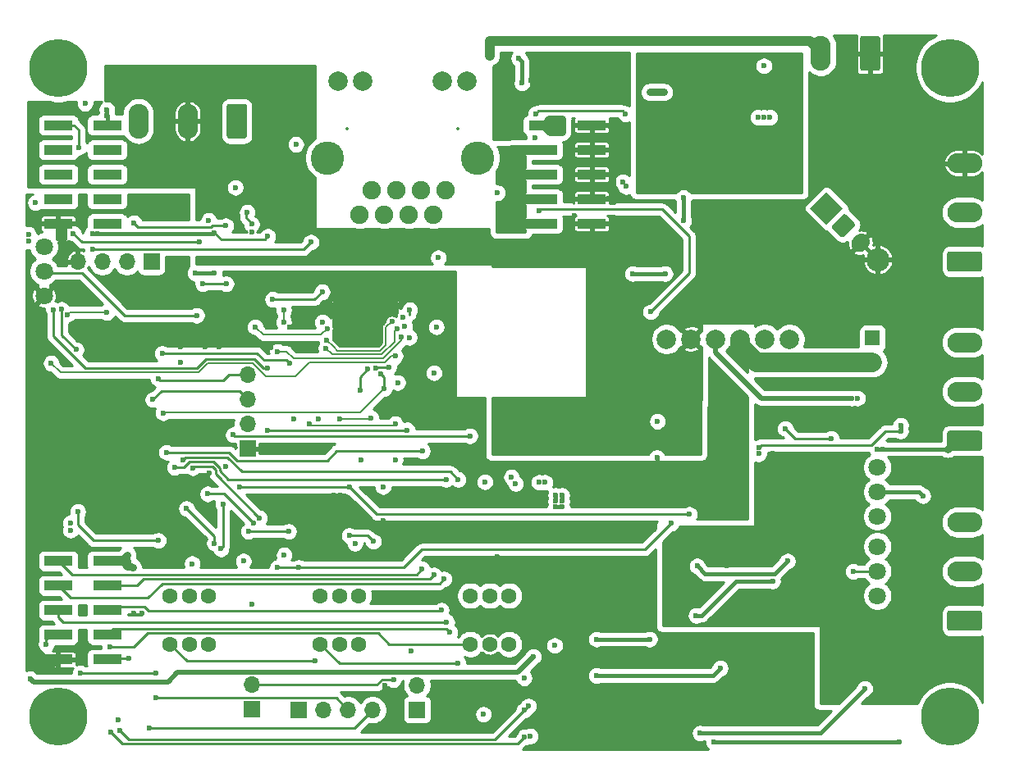
<source format=gbr>
%TF.GenerationSoftware,KiCad,Pcbnew,(5.1.10)-1*%
%TF.CreationDate,2022-06-11T01:01:33+08:00*%
%TF.ProjectId,interface,696e7465-7266-4616-9365-2e6b69636164,rev?*%
%TF.SameCoordinates,Original*%
%TF.FileFunction,Copper,L4,Bot*%
%TF.FilePolarity,Positive*%
%FSLAX46Y46*%
G04 Gerber Fmt 4.6, Leading zero omitted, Abs format (unit mm)*
G04 Created by KiCad (PCBNEW (5.1.10)-1) date 2022-06-11 01:01:33*
%MOMM*%
%LPD*%
G01*
G04 APERTURE LIST*
%TA.AperFunction,ComponentPad*%
%ADD10O,1.700000X1.700000*%
%TD*%
%TA.AperFunction,ComponentPad*%
%ADD11R,1.700000X1.700000*%
%TD*%
%TA.AperFunction,ComponentPad*%
%ADD12C,1.600000*%
%TD*%
%TA.AperFunction,ComponentPad*%
%ADD13O,3.600000X2.080000*%
%TD*%
%TA.AperFunction,ComponentPad*%
%ADD14O,2.080000X3.600000*%
%TD*%
%TA.AperFunction,ComponentPad*%
%ADD15R,1.600000X1.600000*%
%TD*%
%TA.AperFunction,ComponentPad*%
%ADD16C,0.800000*%
%TD*%
%TA.AperFunction,ComponentPad*%
%ADD17C,6.000000*%
%TD*%
%TA.AperFunction,ComponentPad*%
%ADD18C,2.400000*%
%TD*%
%TA.AperFunction,ComponentPad*%
%ADD19C,0.350000*%
%TD*%
%TA.AperFunction,SMDPad,CuDef*%
%ADD20R,3.000000X1.000000*%
%TD*%
%TA.AperFunction,ComponentPad*%
%ADD21C,2.000000*%
%TD*%
%TA.AperFunction,ComponentPad*%
%ADD22C,1.800000*%
%TD*%
%TA.AperFunction,ComponentPad*%
%ADD23C,3.450000*%
%TD*%
%TA.AperFunction,ComponentPad*%
%ADD24C,1.900000*%
%TD*%
%TA.AperFunction,ViaPad*%
%ADD25C,0.600000*%
%TD*%
%TA.AperFunction,Conductor*%
%ADD26C,0.381000*%
%TD*%
%TA.AperFunction,Conductor*%
%ADD27C,0.762000*%
%TD*%
%TA.AperFunction,Conductor*%
%ADD28C,0.254000*%
%TD*%
%TA.AperFunction,Conductor*%
%ADD29C,0.508000*%
%TD*%
%TA.AperFunction,Conductor*%
%ADD30C,1.000000*%
%TD*%
%TA.AperFunction,Conductor*%
%ADD31C,0.228600*%
%TD*%
%TA.AperFunction,Conductor*%
%ADD32C,2.000000*%
%TD*%
%TA.AperFunction,Conductor*%
%ADD33C,0.203200*%
%TD*%
%TA.AperFunction,Conductor*%
%ADD34C,0.350000*%
%TD*%
%ADD35C,0.300000*%
%ADD36C,0.350000*%
G04 APERTURE END LIST*
D10*
%TO.P,J3,4*%
%TO.N,/SPWM2_TMS*%
X36420000Y4700000D03*
%TO.P,J3,3*%
%TO.N,/SPWM1_TCK*%
X33880000Y4700000D03*
%TO.P,J3,2*%
%TO.N,/LMTX2_TDO*%
X31340000Y4700000D03*
D11*
%TO.P,J3,1*%
%TO.N,/LMTX1_TDI*%
X28800000Y4700000D03*
%TD*%
%TO.P,C4,2*%
%TO.N,GNDPWR*%
%TA.AperFunction,ComponentPad*%
G36*
G01*
X86060660Y53427208D02*
X86272792Y53639340D01*
G75*
G02*
X87474874Y53639340I601041J-601041D01*
G01*
X87474874Y53639340D01*
G75*
G02*
X87474874Y52437258I-601041J-601041D01*
G01*
X87262742Y52225126D01*
G75*
G02*
X86060660Y52225126I-601041J601041D01*
G01*
X86060660Y52225126D01*
G75*
G02*
X86060660Y53427208I601041J601041D01*
G01*
G37*
%TD.AperFunction*%
%TO.P,C4,1*%
%TO.N,Net-(C4-Pad1)*%
%TA.AperFunction,ComponentPad*%
G36*
G01*
X83868629Y54770711D02*
X84929289Y55831371D01*
G75*
G02*
X85282843Y55831371I176777J-176777D01*
G01*
X86131371Y54982843D01*
G75*
G02*
X86131371Y54629289I-176777J-176777D01*
G01*
X85070711Y53568629D01*
G75*
G02*
X84717157Y53568629I-176777J176777D01*
G01*
X83868629Y54417157D01*
G75*
G02*
X83868629Y54770711I176777J176777D01*
G01*
G37*
%TD.AperFunction*%
%TD*%
D10*
%TO.P,D12,2*%
%TO.N,/LEDBX*%
X41000000Y7250000D03*
D11*
%TO.P,D12,1*%
%TO.N,Net-(D12-Pad1)*%
X41000000Y4710000D03*
%TD*%
D10*
%TO.P,D11,2*%
%TO.N,/LEDAX_485RW*%
X24000000Y7290000D03*
D11*
%TO.P,D11,1*%
%TO.N,Net-(D11-Pad1)*%
X24000000Y4750000D03*
%TD*%
D10*
%TO.P,J8,4*%
%TO.N,GND*%
X5980000Y51000000D03*
%TO.P,J8,3*%
%TO.N,/PROG_TXD*%
X8520000Y51000000D03*
%TO.P,J8,2*%
%TO.N,/PROG_RXD*%
X11060000Y51000000D03*
D11*
%TO.P,J8,1*%
%TO.N,+3V3*%
X13600000Y51000000D03*
%TD*%
D12*
%TO.P,SW4,4*%
%TO.N,N/C*%
X46500000Y16500000D03*
%TO.P,SW4,5*%
X48500000Y16500000D03*
%TO.P,SW4,6*%
X50500000Y16500000D03*
%TO.P,SW4,1*%
%TO.N,/ADC_Manual*%
X46500000Y11500000D03*
%TO.P,SW4,2*%
%TO.N,GND*%
X48500000Y11500000D03*
%TO.P,SW4,3*%
%TO.N,N/C*%
X50500000Y11500000D03*
%TD*%
%TO.P,SW3,4*%
%TO.N,N/C*%
X31000000Y16500000D03*
%TO.P,SW3,5*%
X33000000Y16500000D03*
%TO.P,SW3,6*%
X35000000Y16500000D03*
%TO.P,SW3,1*%
%TO.N,Net-(R15-Pad1)*%
X31000000Y11500000D03*
%TO.P,SW3,2*%
%TO.N,GND*%
X33000000Y11500000D03*
%TO.P,SW3,3*%
%TO.N,N/C*%
X35000000Y11500000D03*
%TD*%
%TO.P,SW2,4*%
%TO.N,N/C*%
X15500000Y16500000D03*
%TO.P,SW2,5*%
X17500000Y16500000D03*
%TO.P,SW2,6*%
X19500000Y16500000D03*
%TO.P,SW2,1*%
%TO.N,Net-(R26-Pad1)*%
X15500000Y11500000D03*
%TO.P,SW2,2*%
%TO.N,GND*%
X17500000Y11500000D03*
%TO.P,SW2,3*%
%TO.N,N/C*%
X19500000Y11500000D03*
%TD*%
D13*
%TO.P,J9,3*%
%TO.N,Net-(J9-Pad3)*%
X97500000Y42660000D03*
%TO.P,J9,2*%
%TO.N,Net-(C28-Pad1)*%
X97500000Y37580000D03*
%TO.P,J9,1*%
%TO.N,Net-(J9-Pad1)*%
%TA.AperFunction,ComponentPad*%
G36*
G01*
X99050002Y31460000D02*
X95949998Y31460000D01*
G75*
G02*
X95700000Y31709998I0J249998D01*
G01*
X95700000Y33290002D01*
G75*
G02*
X95949998Y33540000I249998J0D01*
G01*
X99050002Y33540000D01*
G75*
G02*
X99300000Y33290002I0J-249998D01*
G01*
X99300000Y31709998D01*
G75*
G02*
X99050002Y31460000I-249998J0D01*
G01*
G37*
%TD.AperFunction*%
%TD*%
D14*
%TO.P,J12,3*%
%TO.N,/RS485/A485*%
X12250000Y65500000D03*
%TO.P,J12,2*%
%TO.N,GNDPWR*%
X17330000Y65500000D03*
%TO.P,J12,1*%
%TO.N,/RS485/B485*%
%TA.AperFunction,ComponentPad*%
G36*
G01*
X23450000Y67050002D02*
X23450000Y63949998D01*
G75*
G02*
X23200002Y63700000I-249998J0D01*
G01*
X21619998Y63700000D01*
G75*
G02*
X21370000Y63949998I0J249998D01*
G01*
X21370000Y67050002D01*
G75*
G02*
X21619998Y67300000I249998J0D01*
G01*
X23200002Y67300000D01*
G75*
G02*
X23450000Y67050002I0J-249998D01*
G01*
G37*
%TD.AperFunction*%
%TD*%
D13*
%TO.P,J11,3*%
%TO.N,Net-(J11-Pad3)*%
X97500000Y24080000D03*
%TO.P,J11,2*%
%TO.N,Net-(C27-Pad1)*%
X97500000Y19000000D03*
%TO.P,J11,1*%
%TO.N,Net-(J11-Pad1)*%
%TA.AperFunction,ComponentPad*%
G36*
G01*
X99050002Y12880000D02*
X95949998Y12880000D01*
G75*
G02*
X95700000Y13129998I0J249998D01*
G01*
X95700000Y14710002D01*
G75*
G02*
X95949998Y14960000I249998J0D01*
G01*
X99050002Y14960000D01*
G75*
G02*
X99300000Y14710002I0J-249998D01*
G01*
X99300000Y13129998D01*
G75*
G02*
X99050002Y12880000I-249998J0D01*
G01*
G37*
%TD.AperFunction*%
%TD*%
%TO.P,J10,3*%
%TO.N,GNDPWR*%
X97500000Y61160000D03*
%TO.P,J10,2*%
%TO.N,Net-(J10-Pad2)*%
X97500000Y56080000D03*
%TO.P,J10,1*%
%TO.N,Net-(J10-Pad1)*%
%TA.AperFunction,ComponentPad*%
G36*
G01*
X99050002Y49960000D02*
X95949998Y49960000D01*
G75*
G02*
X95700000Y50209998I0J249998D01*
G01*
X95700000Y51790002D01*
G75*
G02*
X95949998Y52040000I249998J0D01*
G01*
X99050002Y52040000D01*
G75*
G02*
X99300000Y51790002I0J-249998D01*
G01*
X99300000Y50209998D01*
G75*
G02*
X99050002Y49960000I-249998J0D01*
G01*
G37*
%TD.AperFunction*%
%TD*%
D14*
%TO.P,J1,2*%
%TO.N,VAC*%
X82670000Y72500000D03*
%TO.P,J1,1*%
%TO.N,GNDPWR*%
%TA.AperFunction,ComponentPad*%
G36*
G01*
X88790000Y74050002D02*
X88790000Y70949998D01*
G75*
G02*
X88540002Y70700000I-249998J0D01*
G01*
X86959998Y70700000D01*
G75*
G02*
X86710000Y70949998I0J249998D01*
G01*
X86710000Y74050002D01*
G75*
G02*
X86959998Y74300000I249998J0D01*
G01*
X88540002Y74300000D01*
G75*
G02*
X88790000Y74050002I0J-249998D01*
G01*
G37*
%TD.AperFunction*%
%TD*%
D12*
%TO.P,C2,2*%
%TO.N,GND*%
X88000000Y40600000D03*
D15*
%TO.P,C2,1*%
%TO.N,+5V*%
X88000000Y43100000D03*
%TD*%
D16*
%TO.P,SC4,1*%
%TO.N,Net-(SC4-Pad1)*%
X98056810Y5187500D03*
X98056810Y2812500D03*
X96000000Y1625000D03*
X93943190Y2812500D03*
X93943190Y5187500D03*
X96000000Y6375000D03*
D17*
X96000000Y4000000D03*
%TD*%
D16*
%TO.P,SC3,1*%
%TO.N,Net-(SC3-Pad1)*%
X6056810Y5187500D03*
X6056810Y2812500D03*
X4000000Y1625000D03*
X1943190Y2812500D03*
X1943190Y5187500D03*
X4000000Y6375000D03*
D17*
X4000000Y4000000D03*
%TD*%
D16*
%TO.P,SC2,1*%
%TO.N,Net-(SC2-Pad1)*%
X98056810Y72187500D03*
X98056810Y69812500D03*
X96000000Y68625000D03*
X93943190Y69812500D03*
X93943190Y72187500D03*
X96000000Y73375000D03*
D17*
X96000000Y71000000D03*
%TD*%
D16*
%TO.P,SC1,1*%
%TO.N,Net-(SC1-Pad1)*%
X6056810Y72187500D03*
X6056810Y69812500D03*
X4000000Y68625000D03*
X1943190Y69812500D03*
X1943190Y72187500D03*
X4000000Y73375000D03*
D17*
X4000000Y71000000D03*
%TD*%
D18*
%TO.P,C5,2*%
%TO.N,GNDPWR*%
X88553301Y51196699D03*
%TA.AperFunction,ComponentPad*%
D19*
%TO.P,C5,1*%
%TO.N,Net-(C4-Pad1)*%
G36*
X81552944Y56500000D02*
G01*
X83250000Y58197056D01*
X84947056Y56500000D01*
X83250000Y54802944D01*
X81552944Y56500000D01*
G37*
%TD.AperFunction*%
%TD*%
D20*
%TO.P,J4,10*%
%TO.N,+12V*%
X53980000Y65080000D03*
%TO.P,J4,9*%
%TO.N,GNDPWR*%
X59020000Y65080000D03*
%TO.P,J4,8*%
%TO.N,VAC*%
X53980000Y62540000D03*
%TO.P,J4,7*%
%TO.N,GNDPWR*%
X59020000Y62540000D03*
%TO.P,J4,6*%
%TO.N,VAC*%
X53980000Y60000000D03*
%TO.P,J4,5*%
%TO.N,GNDPWR*%
X59020000Y60000000D03*
%TO.P,J4,4*%
%TO.N,VAC*%
X53980000Y57460000D03*
%TO.P,J4,3*%
%TO.N,GNDPWR*%
X59020000Y57460000D03*
%TO.P,J4,2*%
%TO.N,VAC*%
X53980000Y54920000D03*
%TO.P,J4,1*%
%TO.N,GNDPWR*%
X59020000Y54920000D03*
%TD*%
%TO.P,J7,10*%
%TO.N,Net-(J7-Pad10)*%
X9020000Y54920000D03*
%TO.P,J7,9*%
%TO.N,GND*%
X3980000Y54920000D03*
%TO.P,J7,8*%
%TO.N,Net-(J7-Pad8)*%
X9020000Y57460000D03*
%TO.P,J7,7*%
%TO.N,Net-(J7-Pad7)*%
X3980000Y57460000D03*
%TO.P,J7,6*%
%TO.N,Net-(J7-Pad6)*%
X9020000Y60000000D03*
%TO.P,J7,5*%
%TO.N,Net-(J7-Pad5)*%
X3980000Y60000000D03*
%TO.P,J7,4*%
%TO.N,Net-(J7-Pad4)*%
X9020000Y62540000D03*
%TO.P,J7,3*%
%TO.N,Net-(J7-Pad3)*%
X3980000Y62540000D03*
%TO.P,J7,2*%
%TO.N,+5V*%
X9020000Y65080000D03*
%TO.P,J7,1*%
%TO.N,/ISense1*%
X3980000Y65080000D03*
%TD*%
%TO.P,J5,10*%
%TO.N,Net-(J5-Pad10)*%
X9020000Y9920000D03*
%TO.P,J5,9*%
%TO.N,GND*%
X3980000Y9920000D03*
%TO.P,J5,8*%
%TO.N,/RELOUT6*%
X9020000Y12460000D03*
%TO.P,J5,7*%
%TO.N,Net-(J5-Pad7)*%
X3980000Y12460000D03*
%TO.P,J5,6*%
%TO.N,/RELOUT4*%
X9020000Y15000000D03*
%TO.P,J5,5*%
%TO.N,/RELOUT5*%
X3980000Y15000000D03*
%TO.P,J5,4*%
%TO.N,/RELOUT2*%
X9020000Y17540000D03*
%TO.P,J5,3*%
%TO.N,/RELOUT3*%
X3980000Y17540000D03*
%TO.P,J5,2*%
%TO.N,+3V3*%
X9020000Y20080000D03*
%TO.P,J5,1*%
%TO.N,/RELOUT1*%
X3980000Y20080000D03*
%TD*%
D10*
%TO.P,U6,4*%
%TO.N,/SDA*%
X23500000Y39310000D03*
%TO.P,U6,3*%
%TO.N,/SCL*%
X23500000Y36770000D03*
%TO.P,U6,2*%
%TO.N,+3V3*%
X23500000Y34230000D03*
D11*
%TO.P,U6,1*%
%TO.N,GND*%
X23500000Y31690000D03*
%TD*%
D21*
%TO.P,U1,4*%
%TO.N,+5V*%
X76910000Y43000000D03*
%TO.P,U1,1*%
%TO.N,+12V*%
X71830000Y43000000D03*
%TO.P,U1,4*%
%TO.N,+5V*%
X79450000Y43000000D03*
%TO.P,U1,3*%
%TO.N,GND*%
X74370000Y43000000D03*
%TO.P,U1,2*%
%TO.N,GNDPWR*%
X69290000Y43000000D03*
%TO.P,U1,1*%
%TO.N,+12V*%
X66750000Y43000000D03*
%TD*%
D22*
%TO.P,JP3,3*%
%TO.N,Net-(J11-Pad1)*%
X88500000Y16500000D03*
%TO.P,JP3,2*%
%TO.N,Net-(C27-Pad1)*%
X88500000Y19040000D03*
%TO.P,JP3,1*%
%TO.N,Net-(JP3-Pad1)*%
X88500000Y21580000D03*
%TD*%
%TO.P,JP2,3*%
%TO.N,Net-(J9-Pad1)*%
X88500000Y24670000D03*
%TO.P,JP2,2*%
%TO.N,Net-(C28-Pad1)*%
X88500000Y27210000D03*
%TO.P,JP2,1*%
%TO.N,Net-(JP2-Pad1)*%
X88500000Y29750000D03*
%TD*%
%TO.P,JP1,3*%
%TO.N,GND*%
X2500000Y47460000D03*
%TO.P,JP1,2*%
%TO.N,/BOOT_WP*%
X2500000Y50000000D03*
%TO.P,JP1,1*%
%TO.N,Net-(JP1-Pad1)*%
X2500000Y52540000D03*
%TD*%
D21*
%TO.P,J6,12*%
%TO.N,+3V3*%
X32875000Y69650000D03*
%TO.P,J6,11*%
%TO.N,Net-(J6-Pad11)*%
X35415000Y69650000D03*
%TO.P,J6,10*%
%TO.N,Net-(J6-Pad10)*%
X43585000Y69650000D03*
%TO.P,J6,9*%
%TO.N,+3V3*%
X46125000Y69650000D03*
D23*
%TO.P,J6,0*%
%TO.N,N/C*%
X31755000Y61700000D03*
X47245000Y61700000D03*
D24*
%TO.P,J6,7*%
X36330000Y58400000D03*
%TO.P,J6,5*%
%TO.N,+3V3*%
X38870000Y58400000D03*
%TO.P,J6,3*%
%TO.N,/RXP*%
X41410000Y58400000D03*
%TO.P,J6,1*%
%TO.N,/TXP*%
X43950000Y58400000D03*
%TO.P,J6,8*%
%TO.N,Net-(J6-Pad8)*%
X35060000Y55860000D03*
%TO.P,J6,6*%
%TO.N,/RXN*%
X37600000Y55860000D03*
%TO.P,J6,2*%
%TO.N,/TXN*%
X42680000Y55860000D03*
%TO.P,J6,4*%
%TO.N,+3V3*%
X40140000Y55860000D03*
%TD*%
D25*
%TO.N,GNDPWR*%
X49500000Y31500000D03*
X52000000Y31500000D03*
X65600000Y53700000D03*
X52750000Y69750000D03*
X30000000Y59100000D03*
X80500000Y22600000D03*
X80500000Y23200000D03*
X81200000Y16150000D03*
X81800000Y16150000D03*
X81250000Y24150000D03*
X81900000Y24150000D03*
X80650000Y24150000D03*
X85000000Y24150000D03*
X84350000Y24150000D03*
X85650000Y24150000D03*
X83350000Y23100000D03*
X91600000Y23450000D03*
X92250010Y22350000D03*
X92950000Y22350000D03*
X91550000Y22350000D03*
X77750000Y25100000D03*
X77750000Y31200000D03*
X72950000Y19600000D03*
X69950000Y22100000D03*
X70550000Y22100000D03*
X91450000Y29050000D03*
X92750000Y40200000D03*
X93550000Y40200000D03*
X92000000Y40200000D03*
X93000000Y45300000D03*
X18500000Y57900000D03*
X19150000Y60250000D03*
X19150000Y61100000D03*
X19150000Y61950000D03*
X16350000Y62950000D03*
X17500000Y62950000D03*
X18700000Y62950000D03*
X65600000Y55300000D03*
X64400000Y55300000D03*
X64400000Y53700000D03*
X54500000Y31500000D03*
X27200000Y70100000D03*
X61000000Y65000000D03*
X61000000Y62500000D03*
X61000000Y60000000D03*
X61000000Y61250000D03*
X61000000Y63750000D03*
X60750000Y57500000D03*
X57250000Y55750000D03*
X59750000Y63750000D03*
X59000000Y61500000D03*
X65750000Y68500000D03*
X65000000Y68500000D03*
X66500000Y68500000D03*
X60300000Y47000000D03*
X61000000Y47000000D03*
X59600000Y47000000D03*
X60500000Y43900000D03*
X61300000Y43900000D03*
X59700000Y43900000D03*
X61500000Y40900000D03*
X60400000Y40900000D03*
X62700000Y40900000D03*
X23986382Y54017605D03*
X1630210Y62896394D03*
X51175000Y28075000D03*
X50750000Y28750000D03*
X50750000Y31500000D03*
X85500000Y13300000D03*
X85500000Y13900000D03*
X33700000Y53200000D03*
X33700000Y52600000D03*
X76800000Y71200000D03*
X76800000Y65900000D03*
X77400000Y65900000D03*
X76200000Y65900000D03*
X54500000Y32100000D03*
X49300000Y58100002D03*
X57700000Y61000000D03*
X65600000Y52100000D03*
X64400000Y52100000D03*
%TO.N,+5V*%
X65800000Y34500000D03*
X9000000Y66100000D03*
X9000000Y66700000D03*
%TO.N,Net-(C4-Pad1)*%
X51500000Y72000000D03*
X62550000Y58750000D03*
X62250000Y59250000D03*
X51827770Y69433044D03*
X53250000Y66250000D03*
X62500000Y66250000D03*
%TO.N,+5VD*%
X19499994Y55250000D03*
X7496066Y53917367D03*
X28500000Y63100000D03*
X53600000Y28200000D03*
X54200000Y28200000D03*
X20095000Y49805000D03*
X20095000Y53995000D03*
X25600000Y53600000D03*
X53000000Y10200000D03*
X1100000Y7900000D03*
X900000Y53800000D03*
X900000Y53100000D03*
X8082633Y53916798D03*
X1800000Y7600000D03*
X18100000Y49799990D03*
%TO.N,+3V3*%
X43000000Y44250000D03*
X39000000Y38500000D03*
X42750000Y39500000D03*
X35250000Y30500000D03*
X38750000Y30500000D03*
X26100000Y47100000D03*
X43200000Y51400000D03*
X6750000Y67350000D03*
X22250000Y58656290D03*
X37500000Y27750000D03*
X48000000Y28250000D03*
X31205520Y47868420D03*
X5250000Y23250016D03*
X5250000Y23999996D03*
X47850000Y4250000D03*
X52050000Y8000000D03*
X55200000Y11350000D03*
X55950000Y26250000D03*
X55950000Y26850000D03*
X55950000Y25650000D03*
X55300000Y25650000D03*
X55300000Y26250000D03*
X55300000Y26850000D03*
X1630210Y57080863D03*
X17800000Y19801843D03*
X27300000Y20700000D03*
X24000000Y15600000D03*
X23080820Y20069790D03*
X11130210Y20100000D03*
X11130210Y19500000D03*
X11100000Y20700002D03*
X34600000Y21900000D03*
%TO.N,VAC*%
X51500000Y62499994D03*
X48500000Y73750000D03*
X48500000Y73000000D03*
X48500000Y72250000D03*
X50750016Y62500000D03*
X53200000Y63800000D03*
X50700000Y61500000D03*
X51500000Y61500000D03*
X51800000Y54600000D03*
X50600000Y54600000D03*
X50600000Y55600000D03*
X51800000Y55600000D03*
X49500000Y54600000D03*
X49500000Y55600000D03*
X51200000Y55100000D03*
X50000000Y55100000D03*
%TO.N,Net-(J9-Pad1)*%
X88500000Y31650000D03*
X89100000Y31650000D03*
%TO.N,/SCL*%
X13750000Y36750000D03*
%TO.N,Net-(R15-Pad1)*%
X45250000Y9500000D03*
%TO.N,Net-(R22-Pad1)*%
X36724341Y39975957D03*
X38090219Y40114486D03*
%TO.N,/SDA*%
X27750000Y23130210D03*
X14273989Y38933178D03*
X23591664Y23126856D03*
%TO.N,Net-(R28-Pad1)*%
X87200000Y6900000D03*
X70200000Y2300000D03*
%TO.N,+12V*%
X76250000Y31750000D03*
X76250000Y31150000D03*
X90900000Y33499998D03*
X86450000Y36900000D03*
X85850000Y36900000D03*
X90900000Y34100000D03*
X71600000Y1400000D03*
X90800000Y1400000D03*
X56000000Y64400000D03*
X56003202Y65080000D03*
X56003202Y65800000D03*
X65100000Y45800000D03*
X53600000Y56278982D03*
%TO.N,GND*%
X36400000Y44400000D03*
X35500000Y44400000D03*
X34600000Y44400000D03*
X34600000Y43500000D03*
X36400000Y43500000D03*
X35500000Y42600000D03*
X11600000Y36600000D03*
X11600000Y32400000D03*
X7400000Y32400000D03*
X7400000Y36600000D03*
X9500000Y34500000D03*
X36400000Y42600000D03*
X34600000Y42600000D03*
X65750000Y30750000D03*
X65750000Y30100000D03*
X64600000Y28750000D03*
X65250000Y28750000D03*
X59500000Y26250000D03*
X60250000Y26250000D03*
X3000000Y22000000D03*
X49250000Y20500000D03*
X49250000Y19900000D03*
X32400000Y26900000D03*
X33100000Y26900000D03*
X30900000Y20650000D03*
X27869925Y44239273D03*
X2000000Y25750000D03*
X2000000Y25100000D03*
X2000000Y45350000D03*
X2000000Y46000000D03*
X60750000Y4250000D03*
X62000000Y4250000D03*
X62750000Y10500000D03*
X69000000Y29000000D03*
X69000000Y29600000D03*
X28300000Y34750000D03*
X30800000Y34750000D03*
X12600000Y14700000D03*
X35500000Y43482368D03*
X43000000Y47000000D03*
X43000000Y41200000D03*
X40000000Y35800000D03*
X4000000Y54100000D03*
X4000000Y53500000D03*
X4600000Y53500000D03*
X2200000Y9900000D03*
X2200000Y10500000D03*
X2200000Y9300000D03*
X32800000Y46500000D03*
X34100000Y46500000D03*
X38700000Y46500000D03*
X38700000Y45700000D03*
X11799992Y57500000D03*
X72600000Y12100000D03*
X72600000Y11400000D03*
X55200000Y7600000D03*
X11800000Y14699992D03*
X25916031Y42135210D03*
X19100000Y42200000D03*
X20600000Y42200000D03*
X6700000Y14900000D03*
X16600000Y42200000D03*
X16630210Y40600000D03*
X37700000Y7200000D03*
X21269372Y29817683D03*
X19564456Y29199892D03*
X37500000Y24250000D03*
X58600000Y22100000D03*
X57000000Y23500000D03*
X16600000Y20200000D03*
X36400000Y20300000D03*
X48400000Y2500000D03*
X49300000Y4200000D03*
X40400000Y10800000D03*
%TO.N,Net-(C25-Pad1)*%
X79000000Y33750000D03*
X83750000Y32731009D03*
%TO.N,Net-(C27-Pad1)*%
X86000000Y19000000D03*
%TO.N,Net-(C28-Pad1)*%
X93200000Y26800000D03*
%TO.N,/+24V*%
X70700000Y67250000D03*
X71800000Y67250000D03*
X72900000Y67250000D03*
X74000000Y67250000D03*
X68500000Y66050000D03*
X69600000Y66050000D03*
X70700000Y66050000D03*
X71800000Y66050000D03*
X72900000Y66050000D03*
X74000000Y66050000D03*
X68500000Y64850000D03*
X69600000Y64850000D03*
X70700000Y64850000D03*
X71800000Y64850000D03*
X72900000Y64850000D03*
X74000000Y64850000D03*
X68500000Y63650000D03*
X69600000Y63650000D03*
X70700000Y63650000D03*
X71800000Y63650000D03*
X72900000Y63650000D03*
X74000000Y63650000D03*
X68500000Y62450000D03*
X69600000Y62450000D03*
X70700000Y62450000D03*
X71800000Y62450000D03*
X72900000Y62450000D03*
X74000000Y62450000D03*
X68500000Y61250000D03*
X69600000Y61250000D03*
X70700000Y61250000D03*
X71800000Y61250000D03*
X72900000Y61250000D03*
X74000000Y61250000D03*
%TO.N,Net-(C36-Pad1)*%
X66603202Y49750000D03*
X63250000Y49750000D03*
%TO.N,Net-(D8-Pad2)*%
X23488202Y56100000D03*
X23933506Y54855982D03*
%TO.N,Net-(J5-Pad10)*%
X11250000Y10000000D03*
%TO.N,/RELOUT6*%
X44400000Y12700004D03*
%TO.N,Net-(J5-Pad7)*%
X2750000Y11500000D03*
%TO.N,/RELOUT4*%
X43500000Y15000000D03*
%TO.N,/RELOUT5*%
X44069790Y13750000D03*
%TO.N,/RELOUT2*%
X42750000Y18630210D03*
%TO.N,/RELOUT3*%
X43782781Y18217219D03*
%TO.N,/RELOUT1*%
X41499799Y19249799D03*
%TO.N,/ISense1*%
X6100000Y62800000D03*
%TO.N,/LMTX1_TDI*%
X67250000Y24000000D03*
%TO.N,/SER*%
X41550000Y31450000D03*
X15161787Y31300000D03*
%TO.N,/SRCLK*%
X22050000Y33100000D03*
X46448999Y32998999D03*
%TO.N,/EMAC_CLK_OUT_180*%
X14695000Y41505000D03*
X27835647Y40504810D03*
%TO.N,/485TXD*%
X7500000Y52250000D03*
X30050000Y53000000D03*
%TO.N,/485RXD*%
X11800000Y55000000D03*
X21250000Y54700000D03*
%TO.N,/EMAC_RXD0*%
X33000000Y34750000D03*
X36238881Y34836619D03*
%TO.N,/EMAC_RX_DRV*%
X38750000Y34250000D03*
X29862991Y34230210D03*
%TO.N,/LMTX2_TDO*%
X22650000Y27750000D03*
X34000000Y27750000D03*
%TO.N,Net-(R26-Pad1)*%
X30500000Y9750000D03*
%TO.N,/MDIO*%
X37588202Y37872667D03*
X37249125Y39367885D03*
X14812579Y35373012D03*
%TO.N,Net-(R32-Pad1)*%
X35111798Y37750000D03*
X35881201Y39875957D03*
%TO.N,/SPWM2_TMS*%
X17200000Y25504810D03*
%TO.N,/POT1*%
X9400000Y2400000D03*
X52100000Y1900000D03*
X52700000Y2000000D03*
%TO.N,Net-(R36-Pad2)*%
X27250000Y46000000D03*
X27250000Y44750000D03*
%TO.N,Net-(R37-Pad2)*%
X59500000Y8250000D03*
X72293710Y9007598D03*
%TO.N,Net-(R38-Pad2)*%
X24304589Y44251064D03*
X31715368Y44095814D03*
%TO.N,/SPWM1_TCK*%
X6250000Y8500000D03*
X20965259Y25953686D03*
%TO.N,/POT2*%
X10300000Y2600000D03*
X52500000Y5100000D03*
X52050000Y4650000D03*
%TO.N,Net-(R45-Pad1)*%
X59500000Y12000000D03*
X65000000Y12000000D03*
%TO.N,Net-(R50-Pad1)*%
X69900000Y19550000D03*
X79235000Y20069000D03*
%TO.N,Net-(R59-Pad1)*%
X5511388Y53917778D03*
X21300000Y48700000D03*
X18900000Y48700002D03*
X18569790Y53000000D03*
%TO.N,Net-(R66-Pad1)*%
X68500000Y57600000D03*
X68500000Y55200004D03*
%TO.N,/MDC*%
X38750000Y41250000D03*
X3250000Y40500000D03*
%TO.N,/EMAC_TXD1*%
X31702360Y42886203D03*
X38400000Y44799998D03*
X9002666Y45747334D03*
X4931494Y45525424D03*
%TO.N,/EMAC_TX_EN*%
X39397668Y43178113D03*
X26620776Y41720468D03*
%TO.N,/EMAC_TXD0*%
X31619358Y42064243D03*
%TO.N,/OE*%
X44000000Y28500000D03*
X15965000Y29730210D03*
%TO.N,/RCLK*%
X45249996Y28500000D03*
X16837036Y30501869D03*
%TO.N,Net-(U14-Pad7)*%
X69800000Y14450000D03*
X77700000Y18000000D03*
%TO.N,/PHY_VDDA*%
X40250000Y46000000D03*
X39499986Y45250000D03*
X31249776Y44750316D03*
X40200713Y43161759D03*
%TO.N,/BOOT_WP*%
X18250007Y45439367D03*
X24750000Y24500000D03*
%TO.N,/ISense1*%
X4301284Y46055623D03*
X5804995Y41904995D03*
X14300000Y22200000D03*
X6000000Y25200000D03*
%TO.N,/ADC_Manual*%
X9312579Y11200000D03*
%TO.N,/POT2*%
X10157211Y3657227D03*
%TO.N,/EMAC_TXD0*%
X38968601Y44089443D03*
%TO.N,/PHY_VDDA*%
X39739045Y44316526D03*
%TO.N,/LEDAX_485RW*%
X38569799Y7830201D03*
X40000000Y33600000D03*
X25600000Y40000000D03*
X3500000Y46000000D03*
X25600000Y33600004D03*
%TO.N,/SPWM2_TMS*%
X13400000Y2800002D03*
X20100000Y21902719D03*
%TO.N,/SPWM1_TCK*%
X14030210Y8503606D03*
X14030210Y5933646D03*
X20779456Y21327830D03*
%TO.N,/BOOT_WP*%
X17866844Y29707724D03*
%TO.N,/LMTX2_TDO*%
X69100000Y24900000D03*
X34000000Y22700638D03*
X36500000Y22100000D03*
%TO.N,/LMTX1_TDI*%
X28799994Y19400000D03*
X19400000Y27000000D03*
X24100000Y24000000D03*
X26600000Y19400000D03*
%TD*%
D26*
%TO.N,GNDPWR*%
X81250000Y24150000D02*
X81900000Y24150000D01*
X85000000Y24150000D02*
X84350000Y24150000D01*
X92750000Y40200000D02*
X93550000Y40200000D01*
X92950000Y22350000D02*
X92250010Y22350000D01*
D27*
X66500000Y68500000D02*
X65250000Y68500000D01*
D26*
X65250000Y68500000D02*
X65000000Y68500000D01*
X65750000Y68500000D02*
X65250000Y68500000D01*
D27*
X65750000Y68500000D02*
X65000000Y68500000D01*
D28*
X33700000Y53200000D02*
X33700000Y52600000D01*
D26*
X86817767Y52932233D02*
X88553301Y51196699D01*
X86767767Y52932233D02*
X86817767Y52932233D01*
%TO.N,+5V*%
X9020000Y66080000D02*
X9000000Y66100000D01*
X9020000Y65080000D02*
X9020000Y66080000D01*
X9000000Y66700000D02*
X9000000Y66100000D01*
%TO.N,Net-(C4-Pad1)*%
X51500000Y72000000D02*
X51827770Y71672230D01*
X51827770Y71672230D02*
X51827770Y69433044D01*
D28*
X62200001Y66549999D02*
X62500000Y66250000D01*
X53549999Y66549999D02*
X62200001Y66549999D01*
X53250000Y66250000D02*
X53549999Y66549999D01*
D26*
%TO.N,+5VD*%
X20017367Y53917367D02*
X20095000Y53995000D01*
X7496066Y53917367D02*
X20017367Y53917367D01*
D28*
X25600000Y53600000D02*
X25300000Y53300000D01*
X20790000Y53300000D02*
X20095000Y53995000D01*
X25300000Y53300000D02*
X20790000Y53300000D01*
D29*
X51397201Y8597201D02*
X16297201Y8597201D01*
X53000000Y10200000D02*
X51397201Y8597201D01*
X16297201Y8597201D02*
X15300000Y7600000D01*
X15300000Y7600000D02*
X1800000Y7600000D01*
D26*
X20095000Y49805000D02*
X18105010Y49805000D01*
X18105010Y49805000D02*
X18100000Y49799990D01*
D29*
X1400000Y7600000D02*
X1100000Y7900000D01*
X1800000Y7600000D02*
X1400000Y7600000D01*
D28*
%TO.N,+3V3*%
X26100000Y47100000D02*
X30437100Y47100000D01*
X30437100Y47100000D02*
X31205520Y47868420D01*
D26*
X55950000Y26250000D02*
X55950000Y26850000D01*
X55950000Y25650000D02*
X55300000Y25650000D01*
X55300000Y26250000D02*
X55300000Y26850000D01*
D28*
X9020000Y20080000D02*
X11110210Y20080000D01*
X11110210Y20080000D02*
X11130210Y20100000D01*
D27*
X11130210Y20100000D02*
X11130210Y19500000D01*
X10479998Y20080000D02*
X11100000Y20700002D01*
X9020000Y20080000D02*
X10479998Y20080000D01*
X11130210Y19500000D02*
X11500000Y19500000D01*
X11600000Y19400000D02*
X11700000Y19400000D01*
X11500000Y19500000D02*
X11600000Y19400000D01*
X10550210Y20080000D02*
X11130210Y19500000D01*
X9020000Y20080000D02*
X10550210Y20080000D01*
%TO.N,VAC*%
X50790000Y62540000D02*
X50750000Y62500000D01*
X51500000Y62499994D02*
X51500000Y62499994D01*
D30*
X82670000Y72500000D02*
X82670000Y72580000D01*
X81500000Y73750000D02*
X48500000Y73750000D01*
X82670000Y72580000D02*
X81500000Y73750000D01*
X48500000Y73000000D02*
X48500000Y73750000D01*
X48500000Y73000000D02*
X48500000Y72250000D01*
X53980000Y62540000D02*
X50790000Y62540000D01*
X48500000Y72250000D02*
X48500000Y73750000D01*
D27*
X53980000Y62540000D02*
X50790016Y62540000D01*
X51500000Y62499994D02*
X50750022Y62499994D01*
X50750022Y62499994D02*
X50750016Y62500000D01*
X50790016Y62540000D02*
X50750016Y62500000D01*
D30*
X53980000Y60000000D02*
X51100000Y60000000D01*
X53980000Y57460000D02*
X51040000Y57460000D01*
X53980000Y54920000D02*
X51220000Y54920000D01*
D26*
%TO.N,Net-(J9-Pad1)*%
X88500000Y31650000D02*
X89100000Y31650000D01*
D27*
X96600000Y32500000D02*
X95750000Y31650000D01*
X97500000Y32500000D02*
X96600000Y32500000D01*
D26*
X89100000Y31650000D02*
X95750000Y31650000D01*
D28*
%TO.N,/SCL*%
X13750000Y36750000D02*
X14619999Y37619999D01*
X14619999Y37619999D02*
X22650001Y37619999D01*
X22650001Y37619999D02*
X23500000Y36770000D01*
%TO.N,Net-(R15-Pad1)*%
X31000000Y11500000D02*
X33000000Y9500000D01*
X33000000Y9500000D02*
X45250000Y9500000D01*
D31*
%TO.N,Net-(R22-Pad1)*%
X37665955Y40114486D02*
X38090219Y40114486D01*
X36862870Y40114486D02*
X37665955Y40114486D01*
X36724341Y39975957D02*
X36862870Y40114486D01*
%TO.N,/SDA*%
X23500000Y39310000D02*
X21610000Y39310000D01*
X21610000Y39310000D02*
X21000000Y38700000D01*
D28*
X14507167Y38700000D02*
X14273989Y38933178D01*
X21000000Y38700000D02*
X14507167Y38700000D01*
X23595018Y23130210D02*
X23591664Y23126856D01*
X27750000Y23130210D02*
X23595018Y23130210D01*
D26*
%TO.N,Net-(R28-Pad1)*%
X87200000Y6900000D02*
X82600000Y2300000D01*
X82600000Y2300000D02*
X70200000Y2300000D01*
D28*
%TO.N,+12V*%
X76250000Y31750000D02*
X76550000Y32050000D01*
X76550000Y32050000D02*
X87892118Y32050000D01*
X87892118Y32050000D02*
X89342116Y33499998D01*
X89342116Y33499998D02*
X90900000Y33499998D01*
D26*
X90900000Y33499998D02*
X90900000Y34100000D01*
D29*
X76515787Y36900000D02*
X85850000Y36900000D01*
X71830000Y43000000D02*
X71830000Y41585787D01*
X71830000Y41585787D02*
X76515787Y36900000D01*
D26*
X71600000Y1400000D02*
X90800000Y1400000D01*
D27*
X53980000Y65080000D02*
X55880000Y65080000D01*
X55880000Y65080000D02*
X56003202Y65080000D01*
X56003202Y64403202D02*
X56000000Y64400000D01*
X56003202Y65080000D02*
X56003202Y64403202D01*
X54660000Y64400000D02*
X53980000Y65080000D01*
X56000000Y64400000D02*
X54660000Y64400000D01*
X56003202Y65080000D02*
X56003202Y65080000D01*
X56003202Y65080000D02*
X56003202Y65700000D01*
X54600000Y65700000D02*
X53980000Y65080000D01*
X56003202Y65700000D02*
X54600000Y65700000D01*
D31*
X65100000Y45800000D02*
X69100000Y49800000D01*
X69100000Y49800000D02*
X69100000Y53600000D01*
X69100000Y53600000D02*
X66299000Y56401000D01*
X66299000Y56401000D02*
X53722018Y56401000D01*
X53722018Y56401000D02*
X53600000Y56278982D01*
D26*
%TO.N,GND*%
X65750000Y30750000D02*
X65750000Y30250000D01*
D29*
X49250000Y19900000D02*
X49250000Y20500000D01*
X2000000Y25750000D02*
X2000000Y25100000D01*
X2000000Y45350000D02*
X2000000Y46000000D01*
D28*
X3980000Y54120000D02*
X4000000Y54100000D01*
X3980000Y54920000D02*
X3980000Y54120000D01*
D26*
X4000000Y53500000D02*
X4600000Y53500000D01*
D28*
X4000000Y54100000D02*
X4000000Y53500000D01*
D29*
X2200000Y10500000D02*
X2200000Y9300000D01*
X3360000Y9300000D02*
X3980000Y9920000D01*
X2200000Y9300000D02*
X3360000Y9300000D01*
X3960000Y9900000D02*
X3980000Y9920000D01*
X2200000Y9900000D02*
X3960000Y9900000D01*
X2300000Y9300000D02*
X2500000Y9500000D01*
X2200000Y9300000D02*
X2300000Y9300000D01*
X2200000Y10500000D02*
X2500000Y10200000D01*
D32*
X74370000Y42279262D02*
X74370000Y43000000D01*
X76049262Y40600000D02*
X74370000Y42279262D01*
X88000000Y40600000D02*
X76049262Y40600000D01*
D28*
%TO.N,Net-(C25-Pad1)*%
X83718991Y32700000D02*
X83750000Y32731009D01*
X80050000Y32700000D02*
X83718991Y32700000D01*
X79000000Y33750000D02*
X80050000Y32700000D01*
%TO.N,Net-(C27-Pad1)*%
X88460000Y19000000D02*
X88500000Y19040000D01*
X86000000Y19000000D02*
X88460000Y19000000D01*
D26*
%TO.N,Net-(C28-Pad1)*%
X92790000Y27210000D02*
X88500000Y27210000D01*
X93200000Y26800000D02*
X92790000Y27210000D01*
%TO.N,Net-(C36-Pad1)*%
X63250000Y49750000D02*
X66603202Y49750000D01*
D28*
%TO.N,Net-(D8-Pad2)*%
X23400000Y55500000D02*
X23400000Y56011798D01*
X23400000Y56011798D02*
X23488202Y56100000D01*
X23400000Y55500000D02*
X23933506Y54966494D01*
X23933506Y54966494D02*
X23933506Y54855982D01*
%TO.N,Net-(J5-Pad10)*%
X9100000Y10000000D02*
X9020000Y9920000D01*
X11250000Y10000000D02*
X9100000Y10000000D01*
%TO.N,/RELOUT6*%
X9020000Y12460000D02*
X9647412Y13087412D01*
X9647412Y13087412D02*
X44012592Y13087412D01*
X44012592Y13087412D02*
X44400000Y12700004D01*
%TO.N,Net-(J5-Pad7)*%
X3980000Y12460000D02*
X3210000Y12460000D01*
X2750000Y12000000D02*
X2750000Y11500000D01*
X3210000Y12460000D02*
X2750000Y12000000D01*
%TO.N,/RELOUT4*%
X43400000Y14900000D02*
X43500000Y15000000D01*
X13330201Y14900000D02*
X43400000Y14900000D01*
X12849992Y15380209D02*
X13330201Y14900000D01*
X9400209Y15380209D02*
X12849992Y15380209D01*
X9020000Y15000000D02*
X9400209Y15380209D01*
%TO.N,/RELOUT5*%
X3980000Y15000000D02*
X3980000Y14246000D01*
X3980000Y14246000D02*
X4476000Y13750000D01*
X4476000Y13750000D02*
X44069790Y13750000D01*
%TO.N,/RELOUT2*%
X12119291Y17540000D02*
X12779291Y18200000D01*
X42319790Y18200000D02*
X42750000Y18630210D01*
X9020000Y17540000D02*
X12119291Y17540000D01*
X12779291Y18200000D02*
X42319790Y18200000D01*
%TO.N,/RELOUT3*%
X43308351Y17742789D02*
X43782781Y18217219D01*
X14742789Y17742789D02*
X43308351Y17742789D01*
X5270000Y16250000D02*
X13250000Y16250000D01*
X3980000Y17540000D02*
X5270000Y16250000D01*
X13250000Y16250000D02*
X14742789Y17742789D01*
%TO.N,/RELOUT1*%
X40950000Y18700000D02*
X41499799Y19249799D01*
X24788790Y18688790D02*
X24800000Y18700000D01*
X12621488Y18688790D02*
X24788790Y18688790D01*
X12552497Y18619799D02*
X12621488Y18688790D01*
X5440201Y18619799D02*
X12552497Y18619799D01*
X24800000Y18700000D02*
X40950000Y18700000D01*
X3980000Y20080000D02*
X5440201Y18619799D01*
%TO.N,/ISense1*%
X5620000Y65080000D02*
X6100000Y64600000D01*
X6100000Y64600000D02*
X6100000Y62800000D01*
X3980000Y65080000D02*
X5620000Y65080000D01*
%TO.N,/SER*%
X41550000Y31450000D02*
X32700000Y31450000D01*
X31708999Y30458999D02*
X22467319Y30458999D01*
X32700000Y31450000D02*
X31708999Y30458999D01*
X22467319Y30458999D02*
X21626318Y31300000D01*
X21626318Y31300000D02*
X15161787Y31300000D01*
D31*
%TO.N,/EMAC_CLK_OUT_180*%
X27535648Y40804809D02*
X27835647Y40504810D01*
X14695000Y41505000D02*
X14734509Y41544509D01*
X25223823Y40804809D02*
X27535648Y40804809D01*
X24484123Y41544509D02*
X25223823Y40804809D01*
X14734509Y41544509D02*
X24484123Y41544509D01*
D28*
%TO.N,/485TXD*%
X29300000Y52250000D02*
X30050000Y53000000D01*
X7500000Y52250000D02*
X29300000Y52250000D01*
%TO.N,/485RXD*%
X11800000Y55000000D02*
X12200000Y54600000D01*
X12200000Y54600000D02*
X19767300Y54600000D01*
X19767300Y54600000D02*
X19867300Y54700000D01*
X19867300Y54700000D02*
X21250000Y54700000D01*
D33*
%TO.N,/EMAC_RXD0*%
X36152262Y34750000D02*
X36238881Y34836619D01*
X33000000Y34750000D02*
X36152262Y34750000D01*
%TO.N,/EMAC_RX_DRV*%
X38750000Y34250000D02*
X38597984Y34097984D01*
X29995217Y34097984D02*
X29862991Y34230210D01*
X38597984Y34097984D02*
X29995217Y34097984D01*
D28*
%TO.N,/LMTX2_TDO*%
X22650000Y27750000D02*
X34000000Y27750000D01*
%TO.N,Net-(R26-Pad1)*%
X15500000Y11500000D02*
X17250000Y9750000D01*
X17250000Y9750000D02*
X30500000Y9750000D01*
D31*
%TO.N,/MDIO*%
X37588202Y39028808D02*
X37249125Y39367885D01*
X37588202Y37872667D02*
X37588202Y39028808D01*
D33*
X14875168Y35435601D02*
X14812579Y35373012D01*
X37588202Y37872667D02*
X35151136Y35435601D01*
X35151136Y35435601D02*
X14875168Y35435601D01*
D31*
%TO.N,Net-(R32-Pad1)*%
X35111798Y37750000D02*
X35111798Y39106554D01*
X35111798Y39106554D02*
X35881201Y39875957D01*
D28*
%TO.N,/POT1*%
X9400000Y2400000D02*
X10614422Y1185578D01*
X10614422Y1185578D02*
X51385578Y1185578D01*
X51385578Y1185578D02*
X52100000Y1900000D01*
D33*
%TO.N,Net-(R36-Pad2)*%
X27250000Y46000000D02*
X27250000Y44750000D01*
D26*
%TO.N,Net-(R37-Pad2)*%
X59500000Y8250000D02*
X71536112Y8250000D01*
X71536112Y8250000D02*
X72293710Y9007598D01*
D33*
%TO.N,Net-(R38-Pad2)*%
X31069555Y43450001D02*
X31715368Y44095814D01*
X25105652Y43450001D02*
X31069555Y43450001D01*
X24304589Y44251064D02*
X25105652Y43450001D01*
D28*
%TO.N,/POT2*%
X10300000Y2600000D02*
X11257211Y1642789D01*
X11257211Y1642789D02*
X49042789Y1642789D01*
X49042789Y1642789D02*
X52500000Y5100000D01*
D26*
%TO.N,Net-(R45-Pad1)*%
X59500000Y12000000D02*
X65000000Y12000000D01*
%TO.N,Net-(R50-Pad1)*%
X69900000Y19550000D02*
X70705498Y18744502D01*
X70705498Y18744502D02*
X77910502Y18744502D01*
X77910502Y18744502D02*
X79235000Y20069000D01*
D28*
%TO.N,Net-(R59-Pad1)*%
X18900002Y48700000D02*
X18900000Y48700002D01*
X21300000Y48700000D02*
X18900002Y48700000D01*
X5511388Y53917778D02*
X6429166Y53000000D01*
X6429166Y53000000D02*
X18569790Y53000000D01*
D26*
%TO.N,Net-(R66-Pad1)*%
X68500000Y55200004D02*
X68500000Y57600000D01*
D33*
%TO.N,/MDC*%
X29914077Y40580767D02*
X28490306Y39156996D01*
X28490306Y39156996D02*
X25362110Y39156996D01*
X4212012Y39537988D02*
X3250000Y40500000D01*
X38750000Y41250000D02*
X38374253Y41250000D01*
X38374253Y41250000D02*
X37705020Y40580767D01*
X19375473Y40464801D02*
X18448660Y39537988D01*
X18448660Y39537988D02*
X4212012Y39537988D01*
X24054305Y40464801D02*
X19375473Y40464801D01*
X37705020Y40580767D02*
X29914077Y40580767D01*
X25362110Y39156996D02*
X24054305Y40464801D01*
%TO.N,/EMAC_TXD1*%
X38400000Y44868883D02*
X38400000Y44799998D01*
X38368883Y44900000D02*
X38400000Y44868883D01*
X31702360Y42886203D02*
X32388563Y42200000D01*
X32388563Y42200000D02*
X32400000Y42200000D01*
X32400000Y42200000D02*
X32800000Y41800000D01*
X32800000Y41800000D02*
X37200000Y41800000D01*
X37200000Y41800000D02*
X37800000Y42400000D01*
X37800000Y44199998D02*
X38400000Y44799998D01*
X37800000Y42400000D02*
X37800000Y44199998D01*
X9002666Y45747334D02*
X5153404Y45747334D01*
X5153404Y45747334D02*
X4931494Y45525424D01*
%TO.N,/EMAC_TX_EN*%
X39397668Y42848166D02*
X37536680Y40987178D01*
X27514046Y41720468D02*
X26620776Y41720468D01*
X39397668Y43178113D02*
X39397668Y42848166D01*
X37536680Y40987178D02*
X28247336Y40987178D01*
X28247336Y40987178D02*
X27514046Y41720468D01*
D28*
%TO.N,/OE*%
X21526318Y28500000D02*
X44000000Y28500000D01*
X20651868Y29374450D02*
X21526318Y28500000D01*
X20651868Y29691771D02*
X20651868Y29374450D01*
X15965000Y29730210D02*
X16956630Y29730210D01*
X16956630Y29730210D02*
X17564346Y30337926D01*
X17564346Y30337926D02*
X20005713Y30337926D01*
X20005713Y30337926D02*
X20651868Y29691771D01*
%TO.N,/RCLK*%
X45249996Y28500000D02*
X44457207Y29292789D01*
X22915093Y29292789D02*
X21406014Y30801868D01*
X17137035Y30801868D02*
X16837036Y30501869D01*
X21406014Y30801868D02*
X17137035Y30801868D01*
X44457207Y29292789D02*
X22915093Y29292789D01*
D26*
%TO.N,Net-(U14-Pad7)*%
X69800000Y14450000D02*
X70350000Y14450000D01*
X70350000Y14450000D02*
X73900000Y18000000D01*
X73900000Y18000000D02*
X77700000Y18000000D01*
D31*
%TO.N,/PHY_VDDA*%
X40250000Y46000000D02*
X40250000Y45500000D01*
D28*
%TO.N,/BOOT_WP*%
X18250007Y45439367D02*
X10810633Y45439367D01*
X2680201Y49819799D02*
X2500000Y50000000D01*
X6430201Y49819799D02*
X2680201Y49819799D01*
X10810633Y45439367D02*
X6430201Y49819799D01*
%TO.N,/ISense1*%
X4301284Y46055623D02*
X4301284Y43408706D01*
X4301284Y43408706D02*
X5804995Y41904995D01*
X14300000Y22200000D02*
X7600000Y22200000D01*
X7600000Y22200000D02*
X6000000Y23800000D01*
X6000000Y23800000D02*
X6000000Y25200000D01*
%TO.N,/SRCLK*%
X22207209Y32942791D02*
X46392791Y32942791D01*
X22050000Y33100000D02*
X22207209Y32942791D01*
X46392791Y32942791D02*
X46448999Y32998999D01*
%TO.N,/ADC_Manual*%
X13230201Y12630201D02*
X11800000Y11200000D01*
X36969799Y12630201D02*
X13230201Y12630201D01*
X38100000Y11500000D02*
X36969799Y12630201D01*
X46500000Y11500000D02*
X38100000Y11500000D01*
X11800000Y11200000D02*
X9312579Y11200000D01*
D33*
%TO.N,/EMAC_TXD0*%
X31619358Y42064243D02*
X32290012Y41393589D01*
X32290012Y41393589D02*
X37368340Y41393589D01*
X37368340Y41393589D02*
X38668602Y42693851D01*
X38668602Y43789444D02*
X38968601Y44089443D01*
X38668602Y42693851D02*
X38668602Y43789444D01*
D28*
%TO.N,/LEDAX_485RW*%
X37397503Y7830201D02*
X38569799Y7830201D01*
X36857302Y7290000D02*
X37397503Y7830201D01*
X24000000Y7290000D02*
X36857302Y7290000D01*
X40000000Y33600000D02*
X25600004Y33600000D01*
X25600004Y33600000D02*
X25600000Y33600004D01*
X25600000Y40000000D02*
X25129778Y40000000D01*
X25129778Y40000000D02*
X24233166Y40896612D01*
X24233166Y40896612D02*
X19196612Y40896612D01*
X19196612Y40896612D02*
X18269799Y39969799D01*
X18269799Y39969799D02*
X6807499Y39969799D01*
X6807499Y39969799D02*
X3500000Y43277298D01*
X3500000Y43277298D02*
X3500000Y46000000D01*
%TO.N,/SPWM2_TMS*%
X34520002Y2800002D02*
X13400000Y2800002D01*
X36420000Y4700000D02*
X34520002Y2800002D01*
X20100000Y22604810D02*
X20100000Y21902719D01*
X17200000Y25504810D02*
X20100000Y22604810D01*
%TO.N,/SPWM1_TCK*%
X32646354Y5933646D02*
X14030210Y5933646D01*
X14026604Y8500000D02*
X14030210Y8503606D01*
X6250000Y8500000D02*
X14026604Y8500000D01*
X33880000Y4700000D02*
X32646354Y5933646D01*
X20965259Y25953686D02*
X20965259Y21513633D01*
X20965259Y21513633D02*
X20779456Y21327830D01*
%TO.N,/BOOT_WP*%
X20194657Y29502389D02*
X19866953Y29830093D01*
X24750000Y24500000D02*
X20194657Y29055343D01*
X20194657Y29055343D02*
X20194657Y29502389D01*
X19866953Y29830093D02*
X17989213Y29830093D01*
X17989213Y29830093D02*
X17866844Y29707724D01*
%TO.N,/LMTX2_TDO*%
X36850000Y24900000D02*
X35025000Y26725000D01*
X69100000Y24900000D02*
X36850000Y24900000D01*
X35025000Y26725000D02*
X34000000Y27750000D01*
X34000000Y22700638D02*
X35899362Y22700638D01*
X35899362Y22700638D02*
X36500000Y22100000D01*
%TO.N,/LMTX1_TDI*%
X67250000Y24000000D02*
X64500000Y21250000D01*
X41500000Y21250000D02*
X39650000Y19400000D01*
X64500000Y21250000D02*
X41500000Y21250000D01*
X39650000Y19400000D02*
X28799994Y19400000D01*
X19400000Y27000000D02*
X21100000Y27000000D01*
X21100000Y27000000D02*
X24100000Y24000000D01*
X26600000Y19400000D02*
X28799994Y19400000D01*
%TD*%
%TO.N,GNDPWR*%
X57373492Y55773701D02*
X57307304Y55738322D01*
X57249289Y55690711D01*
X57201678Y55632696D01*
X57166299Y55566508D01*
X57144513Y55494689D01*
X57137157Y55420000D01*
X57139000Y55142250D01*
X57234250Y55047000D01*
X58893000Y55047000D01*
X58893000Y55067000D01*
X59147000Y55067000D01*
X59147000Y55047000D01*
X60805750Y55047000D01*
X60901000Y55142250D01*
X60902843Y55420000D01*
X60895487Y55494689D01*
X60873701Y55566508D01*
X60838322Y55632696D01*
X60790711Y55690711D01*
X60732696Y55738322D01*
X60666508Y55773701D01*
X60650028Y55778700D01*
X61373000Y55778700D01*
X61373000Y53627000D01*
X57127000Y53627000D01*
X57127000Y54420000D01*
X57137157Y54420000D01*
X57144513Y54345311D01*
X57166299Y54273492D01*
X57201678Y54207304D01*
X57249289Y54149289D01*
X57307304Y54101678D01*
X57373492Y54066299D01*
X57445311Y54044513D01*
X57520000Y54037157D01*
X58797750Y54039000D01*
X58893000Y54134250D01*
X58893000Y54793000D01*
X59147000Y54793000D01*
X59147000Y54134250D01*
X59242250Y54039000D01*
X60520000Y54037157D01*
X60594689Y54044513D01*
X60666508Y54066299D01*
X60732696Y54101678D01*
X60790711Y54149289D01*
X60838322Y54207304D01*
X60873701Y54273492D01*
X60895487Y54345311D01*
X60902843Y54420000D01*
X60901000Y54697750D01*
X60805750Y54793000D01*
X59147000Y54793000D01*
X58893000Y54793000D01*
X57234250Y54793000D01*
X57139000Y54697750D01*
X57137157Y54420000D01*
X57127000Y54420000D01*
X57127000Y55778700D01*
X57389972Y55778700D01*
X57373492Y55773701D01*
%TA.AperFunction,Conductor*%
D34*
G36*
X57373492Y55773701D02*
G01*
X57307304Y55738322D01*
X57249289Y55690711D01*
X57201678Y55632696D01*
X57166299Y55566508D01*
X57144513Y55494689D01*
X57137157Y55420000D01*
X57139000Y55142250D01*
X57234250Y55047000D01*
X58893000Y55047000D01*
X58893000Y55067000D01*
X59147000Y55067000D01*
X59147000Y55047000D01*
X60805750Y55047000D01*
X60901000Y55142250D01*
X60902843Y55420000D01*
X60895487Y55494689D01*
X60873701Y55566508D01*
X60838322Y55632696D01*
X60790711Y55690711D01*
X60732696Y55738322D01*
X60666508Y55773701D01*
X60650028Y55778700D01*
X61373000Y55778700D01*
X61373000Y53627000D01*
X57127000Y53627000D01*
X57127000Y54420000D01*
X57137157Y54420000D01*
X57144513Y54345311D01*
X57166299Y54273492D01*
X57201678Y54207304D01*
X57249289Y54149289D01*
X57307304Y54101678D01*
X57373492Y54066299D01*
X57445311Y54044513D01*
X57520000Y54037157D01*
X58797750Y54039000D01*
X58893000Y54134250D01*
X58893000Y54793000D01*
X59147000Y54793000D01*
X59147000Y54134250D01*
X59242250Y54039000D01*
X60520000Y54037157D01*
X60594689Y54044513D01*
X60666508Y54066299D01*
X60732696Y54101678D01*
X60790711Y54149289D01*
X60838322Y54207304D01*
X60873701Y54273492D01*
X60895487Y54345311D01*
X60902843Y54420000D01*
X60901000Y54697750D01*
X60805750Y54793000D01*
X59147000Y54793000D01*
X58893000Y54793000D01*
X57234250Y54793000D01*
X57139000Y54697750D01*
X57137157Y54420000D01*
X57127000Y54420000D01*
X57127000Y55778700D01*
X57389972Y55778700D01*
X57373492Y55773701D01*
G37*
%TD.AperFunction*%
D28*
X57137157Y65580000D02*
X57139000Y65302250D01*
X57234250Y65207000D01*
X58893000Y65207000D01*
X58893000Y65227000D01*
X59147000Y65227000D01*
X59147000Y65207000D01*
X60805750Y65207000D01*
X60901000Y65302250D01*
X60902843Y65580000D01*
X60898608Y65623000D01*
X61373000Y65623000D01*
X61373000Y57023300D01*
X60902423Y57023300D01*
X60901000Y57237750D01*
X60805750Y57333000D01*
X59147000Y57333000D01*
X59147000Y57313000D01*
X58893000Y57313000D01*
X58893000Y57333000D01*
X57234250Y57333000D01*
X57139000Y57237750D01*
X57137577Y57023300D01*
X57127000Y57023300D01*
X57127000Y57960000D01*
X57137157Y57960000D01*
X57139000Y57682250D01*
X57234250Y57587000D01*
X58893000Y57587000D01*
X58893000Y58245750D01*
X59147000Y58245750D01*
X59147000Y57587000D01*
X60805750Y57587000D01*
X60901000Y57682250D01*
X60902843Y57960000D01*
X60895487Y58034689D01*
X60873701Y58106508D01*
X60838322Y58172696D01*
X60790711Y58230711D01*
X60732696Y58278322D01*
X60666508Y58313701D01*
X60594689Y58335487D01*
X60520000Y58342843D01*
X59242250Y58341000D01*
X59147000Y58245750D01*
X58893000Y58245750D01*
X58797750Y58341000D01*
X57520000Y58342843D01*
X57445311Y58335487D01*
X57373492Y58313701D01*
X57307304Y58278322D01*
X57249289Y58230711D01*
X57201678Y58172696D01*
X57166299Y58106508D01*
X57144513Y58034689D01*
X57137157Y57960000D01*
X57127000Y57960000D01*
X57127000Y59500000D01*
X57137157Y59500000D01*
X57144513Y59425311D01*
X57166299Y59353492D01*
X57201678Y59287304D01*
X57249289Y59229289D01*
X57307304Y59181678D01*
X57373492Y59146299D01*
X57445311Y59124513D01*
X57520000Y59117157D01*
X58797750Y59119000D01*
X58893000Y59214250D01*
X58893000Y59873000D01*
X59147000Y59873000D01*
X59147000Y59214250D01*
X59242250Y59119000D01*
X60520000Y59117157D01*
X60594689Y59124513D01*
X60666508Y59146299D01*
X60732696Y59181678D01*
X60790711Y59229289D01*
X60838322Y59287304D01*
X60873701Y59353492D01*
X60895487Y59425311D01*
X60902843Y59500000D01*
X60901000Y59777750D01*
X60805750Y59873000D01*
X59147000Y59873000D01*
X58893000Y59873000D01*
X57234250Y59873000D01*
X57139000Y59777750D01*
X57137157Y59500000D01*
X57127000Y59500000D01*
X57127000Y60500000D01*
X57137157Y60500000D01*
X57139000Y60222250D01*
X57234250Y60127000D01*
X58893000Y60127000D01*
X58893000Y60785750D01*
X59147000Y60785750D01*
X59147000Y60127000D01*
X60805750Y60127000D01*
X60901000Y60222250D01*
X60902843Y60500000D01*
X60895487Y60574689D01*
X60873701Y60646508D01*
X60838322Y60712696D01*
X60790711Y60770711D01*
X60732696Y60818322D01*
X60666508Y60853701D01*
X60594689Y60875487D01*
X60520000Y60882843D01*
X59242250Y60881000D01*
X59147000Y60785750D01*
X58893000Y60785750D01*
X58797750Y60881000D01*
X57520000Y60882843D01*
X57445311Y60875487D01*
X57373492Y60853701D01*
X57307304Y60818322D01*
X57249289Y60770711D01*
X57201678Y60712696D01*
X57166299Y60646508D01*
X57144513Y60574689D01*
X57137157Y60500000D01*
X57127000Y60500000D01*
X57127000Y62040000D01*
X57137157Y62040000D01*
X57144513Y61965311D01*
X57166299Y61893492D01*
X57201678Y61827304D01*
X57249289Y61769289D01*
X57307304Y61721678D01*
X57373492Y61686299D01*
X57445311Y61664513D01*
X57520000Y61657157D01*
X58797750Y61659000D01*
X58893000Y61754250D01*
X58893000Y62413000D01*
X59147000Y62413000D01*
X59147000Y61754250D01*
X59242250Y61659000D01*
X60520000Y61657157D01*
X60594689Y61664513D01*
X60666508Y61686299D01*
X60732696Y61721678D01*
X60790711Y61769289D01*
X60838322Y61827304D01*
X60873701Y61893492D01*
X60895487Y61965311D01*
X60902843Y62040000D01*
X60901000Y62317750D01*
X60805750Y62413000D01*
X59147000Y62413000D01*
X58893000Y62413000D01*
X57234250Y62413000D01*
X57139000Y62317750D01*
X57137157Y62040000D01*
X57127000Y62040000D01*
X57127000Y63040000D01*
X57137157Y63040000D01*
X57139000Y62762250D01*
X57234250Y62667000D01*
X58893000Y62667000D01*
X58893000Y63325750D01*
X59147000Y63325750D01*
X59147000Y62667000D01*
X60805750Y62667000D01*
X60901000Y62762250D01*
X60902843Y63040000D01*
X60895487Y63114689D01*
X60873701Y63186508D01*
X60838322Y63252696D01*
X60790711Y63310711D01*
X60732696Y63358322D01*
X60666508Y63393701D01*
X60594689Y63415487D01*
X60520000Y63422843D01*
X59242250Y63421000D01*
X59147000Y63325750D01*
X58893000Y63325750D01*
X58797750Y63421000D01*
X57520000Y63422843D01*
X57445311Y63415487D01*
X57373492Y63393701D01*
X57307304Y63358322D01*
X57249289Y63310711D01*
X57201678Y63252696D01*
X57166299Y63186508D01*
X57144513Y63114689D01*
X57137157Y63040000D01*
X57127000Y63040000D01*
X57127000Y64580000D01*
X57137157Y64580000D01*
X57144513Y64505311D01*
X57166299Y64433492D01*
X57201678Y64367304D01*
X57249289Y64309289D01*
X57307304Y64261678D01*
X57373492Y64226299D01*
X57445311Y64204513D01*
X57520000Y64197157D01*
X58797750Y64199000D01*
X58893000Y64294250D01*
X58893000Y64953000D01*
X59147000Y64953000D01*
X59147000Y64294250D01*
X59242250Y64199000D01*
X60520000Y64197157D01*
X60594689Y64204513D01*
X60666508Y64226299D01*
X60732696Y64261678D01*
X60790711Y64309289D01*
X60838322Y64367304D01*
X60873701Y64433492D01*
X60895487Y64505311D01*
X60902843Y64580000D01*
X60901000Y64857750D01*
X60805750Y64953000D01*
X59147000Y64953000D01*
X58893000Y64953000D01*
X57234250Y64953000D01*
X57139000Y64857750D01*
X57137157Y64580000D01*
X57127000Y64580000D01*
X57127000Y65623000D01*
X57141392Y65623000D01*
X57137157Y65580000D01*
%TA.AperFunction,Conductor*%
D34*
G36*
X57137157Y65580000D02*
G01*
X57139000Y65302250D01*
X57234250Y65207000D01*
X58893000Y65207000D01*
X58893000Y65227000D01*
X59147000Y65227000D01*
X59147000Y65207000D01*
X60805750Y65207000D01*
X60901000Y65302250D01*
X60902843Y65580000D01*
X60898608Y65623000D01*
X61373000Y65623000D01*
X61373000Y57023300D01*
X60902423Y57023300D01*
X60901000Y57237750D01*
X60805750Y57333000D01*
X59147000Y57333000D01*
X59147000Y57313000D01*
X58893000Y57313000D01*
X58893000Y57333000D01*
X57234250Y57333000D01*
X57139000Y57237750D01*
X57137577Y57023300D01*
X57127000Y57023300D01*
X57127000Y57960000D01*
X57137157Y57960000D01*
X57139000Y57682250D01*
X57234250Y57587000D01*
X58893000Y57587000D01*
X58893000Y58245750D01*
X59147000Y58245750D01*
X59147000Y57587000D01*
X60805750Y57587000D01*
X60901000Y57682250D01*
X60902843Y57960000D01*
X60895487Y58034689D01*
X60873701Y58106508D01*
X60838322Y58172696D01*
X60790711Y58230711D01*
X60732696Y58278322D01*
X60666508Y58313701D01*
X60594689Y58335487D01*
X60520000Y58342843D01*
X59242250Y58341000D01*
X59147000Y58245750D01*
X58893000Y58245750D01*
X58797750Y58341000D01*
X57520000Y58342843D01*
X57445311Y58335487D01*
X57373492Y58313701D01*
X57307304Y58278322D01*
X57249289Y58230711D01*
X57201678Y58172696D01*
X57166299Y58106508D01*
X57144513Y58034689D01*
X57137157Y57960000D01*
X57127000Y57960000D01*
X57127000Y59500000D01*
X57137157Y59500000D01*
X57144513Y59425311D01*
X57166299Y59353492D01*
X57201678Y59287304D01*
X57249289Y59229289D01*
X57307304Y59181678D01*
X57373492Y59146299D01*
X57445311Y59124513D01*
X57520000Y59117157D01*
X58797750Y59119000D01*
X58893000Y59214250D01*
X58893000Y59873000D01*
X59147000Y59873000D01*
X59147000Y59214250D01*
X59242250Y59119000D01*
X60520000Y59117157D01*
X60594689Y59124513D01*
X60666508Y59146299D01*
X60732696Y59181678D01*
X60790711Y59229289D01*
X60838322Y59287304D01*
X60873701Y59353492D01*
X60895487Y59425311D01*
X60902843Y59500000D01*
X60901000Y59777750D01*
X60805750Y59873000D01*
X59147000Y59873000D01*
X58893000Y59873000D01*
X57234250Y59873000D01*
X57139000Y59777750D01*
X57137157Y59500000D01*
X57127000Y59500000D01*
X57127000Y60500000D01*
X57137157Y60500000D01*
X57139000Y60222250D01*
X57234250Y60127000D01*
X58893000Y60127000D01*
X58893000Y60785750D01*
X59147000Y60785750D01*
X59147000Y60127000D01*
X60805750Y60127000D01*
X60901000Y60222250D01*
X60902843Y60500000D01*
X60895487Y60574689D01*
X60873701Y60646508D01*
X60838322Y60712696D01*
X60790711Y60770711D01*
X60732696Y60818322D01*
X60666508Y60853701D01*
X60594689Y60875487D01*
X60520000Y60882843D01*
X59242250Y60881000D01*
X59147000Y60785750D01*
X58893000Y60785750D01*
X58797750Y60881000D01*
X57520000Y60882843D01*
X57445311Y60875487D01*
X57373492Y60853701D01*
X57307304Y60818322D01*
X57249289Y60770711D01*
X57201678Y60712696D01*
X57166299Y60646508D01*
X57144513Y60574689D01*
X57137157Y60500000D01*
X57127000Y60500000D01*
X57127000Y62040000D01*
X57137157Y62040000D01*
X57144513Y61965311D01*
X57166299Y61893492D01*
X57201678Y61827304D01*
X57249289Y61769289D01*
X57307304Y61721678D01*
X57373492Y61686299D01*
X57445311Y61664513D01*
X57520000Y61657157D01*
X58797750Y61659000D01*
X58893000Y61754250D01*
X58893000Y62413000D01*
X59147000Y62413000D01*
X59147000Y61754250D01*
X59242250Y61659000D01*
X60520000Y61657157D01*
X60594689Y61664513D01*
X60666508Y61686299D01*
X60732696Y61721678D01*
X60790711Y61769289D01*
X60838322Y61827304D01*
X60873701Y61893492D01*
X60895487Y61965311D01*
X60902843Y62040000D01*
X60901000Y62317750D01*
X60805750Y62413000D01*
X59147000Y62413000D01*
X58893000Y62413000D01*
X57234250Y62413000D01*
X57139000Y62317750D01*
X57137157Y62040000D01*
X57127000Y62040000D01*
X57127000Y63040000D01*
X57137157Y63040000D01*
X57139000Y62762250D01*
X57234250Y62667000D01*
X58893000Y62667000D01*
X58893000Y63325750D01*
X59147000Y63325750D01*
X59147000Y62667000D01*
X60805750Y62667000D01*
X60901000Y62762250D01*
X60902843Y63040000D01*
X60895487Y63114689D01*
X60873701Y63186508D01*
X60838322Y63252696D01*
X60790711Y63310711D01*
X60732696Y63358322D01*
X60666508Y63393701D01*
X60594689Y63415487D01*
X60520000Y63422843D01*
X59242250Y63421000D01*
X59147000Y63325750D01*
X58893000Y63325750D01*
X58797750Y63421000D01*
X57520000Y63422843D01*
X57445311Y63415487D01*
X57373492Y63393701D01*
X57307304Y63358322D01*
X57249289Y63310711D01*
X57201678Y63252696D01*
X57166299Y63186508D01*
X57144513Y63114689D01*
X57137157Y63040000D01*
X57127000Y63040000D01*
X57127000Y64580000D01*
X57137157Y64580000D01*
X57144513Y64505311D01*
X57166299Y64433492D01*
X57201678Y64367304D01*
X57249289Y64309289D01*
X57307304Y64261678D01*
X57373492Y64226299D01*
X57445311Y64204513D01*
X57520000Y64197157D01*
X58797750Y64199000D01*
X58893000Y64294250D01*
X58893000Y64953000D01*
X59147000Y64953000D01*
X59147000Y64294250D01*
X59242250Y64199000D01*
X60520000Y64197157D01*
X60594689Y64204513D01*
X60666508Y64226299D01*
X60732696Y64261678D01*
X60790711Y64309289D01*
X60838322Y64367304D01*
X60873701Y64433492D01*
X60895487Y64505311D01*
X60902843Y64580000D01*
X60901000Y64857750D01*
X60805750Y64953000D01*
X59147000Y64953000D01*
X58893000Y64953000D01*
X57234250Y64953000D01*
X57139000Y64857750D01*
X57137157Y64580000D01*
X57127000Y64580000D01*
X57127000Y65623000D01*
X57141392Y65623000D01*
X57137157Y65580000D01*
G37*
%TD.AperFunction*%
%TD*%
D28*
%TO.N,GND*%
X4773000Y54246559D02*
X4734439Y54153463D01*
X4703388Y53997359D01*
X4703388Y53838197D01*
X4734439Y53682093D01*
X4773000Y53588997D01*
X4773000Y53327000D01*
X3827000Y53327000D01*
X3827000Y54573000D01*
X4773000Y54573000D01*
X4773000Y54246559D01*
%TA.AperFunction,Conductor*%
D34*
G36*
X4773000Y54246559D02*
G01*
X4734439Y54153463D01*
X4703388Y53997359D01*
X4703388Y53838197D01*
X4734439Y53682093D01*
X4773000Y53588997D01*
X4773000Y53327000D01*
X3827000Y53327000D01*
X3827000Y54573000D01*
X4773000Y54573000D01*
X4773000Y54246559D01*
G37*
%TD.AperFunction*%
%TD*%
D28*
%TO.N,GND*%
X38973000Y45686093D02*
X38971019Y45684112D01*
X38896492Y45572574D01*
X38845157Y45448640D01*
X38822849Y45336491D01*
X38722574Y45403492D01*
X38598640Y45454827D01*
X38467073Y45480998D01*
X38332927Y45480998D01*
X38201360Y45454827D01*
X38077426Y45403492D01*
X37965888Y45328965D01*
X37871033Y45234110D01*
X37796506Y45122572D01*
X37745171Y44998638D01*
X37719000Y44867071D01*
X37719000Y44801497D01*
X37475513Y44558010D01*
X37457100Y44542899D01*
X37441989Y44524486D01*
X37441987Y44524484D01*
X37396792Y44469413D01*
X37351978Y44385574D01*
X37324384Y44294604D01*
X37315065Y44199998D01*
X37317401Y44176283D01*
X37317400Y42599900D01*
X37000101Y42282600D01*
X32999899Y42282600D01*
X32758017Y42524482D01*
X32742901Y42542901D01*
X32669415Y42603209D01*
X32666061Y42605002D01*
X32383360Y42887702D01*
X32383360Y42953276D01*
X32357189Y43084843D01*
X32327000Y43157726D01*
X32327000Y43792887D01*
X32370197Y43897174D01*
X32396368Y44028741D01*
X32396368Y44162887D01*
X32370197Y44294454D01*
X32327000Y44398741D01*
X32327000Y46773000D01*
X38973000Y46773000D01*
X38973000Y45686093D01*
%TA.AperFunction,Conductor*%
D34*
G36*
X38973000Y45686093D02*
G01*
X38971019Y45684112D01*
X38896492Y45572574D01*
X38845157Y45448640D01*
X38822849Y45336491D01*
X38722574Y45403492D01*
X38598640Y45454827D01*
X38467073Y45480998D01*
X38332927Y45480998D01*
X38201360Y45454827D01*
X38077426Y45403492D01*
X37965888Y45328965D01*
X37871033Y45234110D01*
X37796506Y45122572D01*
X37745171Y44998638D01*
X37719000Y44867071D01*
X37719000Y44801497D01*
X37475513Y44558010D01*
X37457100Y44542899D01*
X37441989Y44524486D01*
X37441987Y44524484D01*
X37396792Y44469413D01*
X37351978Y44385574D01*
X37324384Y44294604D01*
X37315065Y44199998D01*
X37317401Y44176283D01*
X37317400Y42599900D01*
X37000101Y42282600D01*
X32999899Y42282600D01*
X32758017Y42524482D01*
X32742901Y42542901D01*
X32669415Y42603209D01*
X32666061Y42605002D01*
X32383360Y42887702D01*
X32383360Y42953276D01*
X32357189Y43084843D01*
X32327000Y43157726D01*
X32327000Y43792887D01*
X32370197Y43897174D01*
X32396368Y44028741D01*
X32396368Y44162887D01*
X32370197Y44294454D01*
X32327000Y44398741D01*
X32327000Y46773000D01*
X38973000Y46773000D01*
X38973000Y45686093D01*
G37*
%TD.AperFunction*%
%TD*%
D28*
%TO.N,/+24V*%
X80709017Y58127000D02*
X69272385Y58127000D01*
X69226262Y58196028D01*
X69096028Y58326262D01*
X68942889Y58428586D01*
X68772729Y58499068D01*
X68592089Y58535000D01*
X68407911Y58535000D01*
X68227271Y58499068D01*
X68057111Y58428586D01*
X67903972Y58326262D01*
X67773738Y58196028D01*
X67727615Y58127000D01*
X63691017Y58127000D01*
X63692094Y65992089D01*
X75265000Y65992089D01*
X75265000Y65807911D01*
X75300932Y65627271D01*
X75371414Y65457111D01*
X75473738Y65303972D01*
X75603972Y65173738D01*
X75757111Y65071414D01*
X75927271Y65000932D01*
X76107911Y64965000D01*
X76292089Y64965000D01*
X76472729Y65000932D01*
X76500000Y65012228D01*
X76527271Y65000932D01*
X76707911Y64965000D01*
X76892089Y64965000D01*
X77072729Y65000932D01*
X77100000Y65012228D01*
X77127271Y65000932D01*
X77307911Y64965000D01*
X77492089Y64965000D01*
X77672729Y65000932D01*
X77842889Y65071414D01*
X77996028Y65173738D01*
X78126262Y65303972D01*
X78228586Y65457111D01*
X78299068Y65627271D01*
X78335000Y65807911D01*
X78335000Y65992089D01*
X78299068Y66172729D01*
X78228586Y66342889D01*
X78126262Y66496028D01*
X77996028Y66626262D01*
X77842889Y66728586D01*
X77672729Y66799068D01*
X77492089Y66835000D01*
X77307911Y66835000D01*
X77127271Y66799068D01*
X77100000Y66787772D01*
X77072729Y66799068D01*
X76892089Y66835000D01*
X76707911Y66835000D01*
X76527271Y66799068D01*
X76500000Y66787772D01*
X76472729Y66799068D01*
X76292089Y66835000D01*
X76107911Y66835000D01*
X75927271Y66799068D01*
X75757111Y66728586D01*
X75603972Y66626262D01*
X75473738Y66496028D01*
X75371414Y66342889D01*
X75300932Y66172729D01*
X75265000Y65992089D01*
X63692094Y65992089D01*
X63692438Y68500000D01*
X63979085Y68500000D01*
X63998702Y68300829D01*
X64056798Y68109313D01*
X64151140Y67932810D01*
X64278104Y67778104D01*
X64432810Y67651140D01*
X64609313Y67556798D01*
X64800829Y67498702D01*
X64950098Y67484000D01*
X66549902Y67484000D01*
X66699171Y67498702D01*
X66890687Y67556798D01*
X67067190Y67651140D01*
X67221896Y67778104D01*
X67348860Y67932810D01*
X67443202Y68109313D01*
X67501298Y68300829D01*
X67520915Y68500000D01*
X67501298Y68699171D01*
X67443202Y68890687D01*
X67348860Y69067190D01*
X67221896Y69221896D01*
X67067190Y69348860D01*
X66890687Y69443202D01*
X66699171Y69501298D01*
X66549902Y69516000D01*
X64950098Y69516000D01*
X64800829Y69501298D01*
X64609313Y69443202D01*
X64432810Y69348860D01*
X64278104Y69221896D01*
X64151140Y69067190D01*
X64056798Y68890687D01*
X63998702Y68699171D01*
X63979085Y68500000D01*
X63692438Y68500000D01*
X63692821Y71292089D01*
X75865000Y71292089D01*
X75865000Y71107911D01*
X75900932Y70927271D01*
X75971414Y70757111D01*
X76073738Y70603972D01*
X76203972Y70473738D01*
X76357111Y70371414D01*
X76527271Y70300932D01*
X76707911Y70265000D01*
X76892089Y70265000D01*
X77072729Y70300932D01*
X77242889Y70371414D01*
X77396028Y70473738D01*
X77526262Y70603972D01*
X77628586Y70757111D01*
X77699068Y70927271D01*
X77735000Y71107911D01*
X77735000Y71292089D01*
X77699068Y71472729D01*
X77628586Y71642889D01*
X77526262Y71796028D01*
X77396028Y71926262D01*
X77242889Y72028586D01*
X77072729Y72099068D01*
X76892089Y72135000D01*
X76707911Y72135000D01*
X76527271Y72099068D01*
X76357111Y72028586D01*
X76203972Y71926262D01*
X76073738Y71796028D01*
X75971414Y71642889D01*
X75900932Y71472729D01*
X75865000Y71292089D01*
X63692821Y71292089D01*
X63692983Y72473000D01*
X80710983Y72473000D01*
X80709017Y58127000D01*
%TA.AperFunction,Conductor*%
D34*
G36*
X80709017Y58127000D02*
G01*
X69272385Y58127000D01*
X69226262Y58196028D01*
X69096028Y58326262D01*
X68942889Y58428586D01*
X68772729Y58499068D01*
X68592089Y58535000D01*
X68407911Y58535000D01*
X68227271Y58499068D01*
X68057111Y58428586D01*
X67903972Y58326262D01*
X67773738Y58196028D01*
X67727615Y58127000D01*
X63691017Y58127000D01*
X63692094Y65992089D01*
X75265000Y65992089D01*
X75265000Y65807911D01*
X75300932Y65627271D01*
X75371414Y65457111D01*
X75473738Y65303972D01*
X75603972Y65173738D01*
X75757111Y65071414D01*
X75927271Y65000932D01*
X76107911Y64965000D01*
X76292089Y64965000D01*
X76472729Y65000932D01*
X76500000Y65012228D01*
X76527271Y65000932D01*
X76707911Y64965000D01*
X76892089Y64965000D01*
X77072729Y65000932D01*
X77100000Y65012228D01*
X77127271Y65000932D01*
X77307911Y64965000D01*
X77492089Y64965000D01*
X77672729Y65000932D01*
X77842889Y65071414D01*
X77996028Y65173738D01*
X78126262Y65303972D01*
X78228586Y65457111D01*
X78299068Y65627271D01*
X78335000Y65807911D01*
X78335000Y65992089D01*
X78299068Y66172729D01*
X78228586Y66342889D01*
X78126262Y66496028D01*
X77996028Y66626262D01*
X77842889Y66728586D01*
X77672729Y66799068D01*
X77492089Y66835000D01*
X77307911Y66835000D01*
X77127271Y66799068D01*
X77100000Y66787772D01*
X77072729Y66799068D01*
X76892089Y66835000D01*
X76707911Y66835000D01*
X76527271Y66799068D01*
X76500000Y66787772D01*
X76472729Y66799068D01*
X76292089Y66835000D01*
X76107911Y66835000D01*
X75927271Y66799068D01*
X75757111Y66728586D01*
X75603972Y66626262D01*
X75473738Y66496028D01*
X75371414Y66342889D01*
X75300932Y66172729D01*
X75265000Y65992089D01*
X63692094Y65992089D01*
X63692438Y68500000D01*
X63979085Y68500000D01*
X63998702Y68300829D01*
X64056798Y68109313D01*
X64151140Y67932810D01*
X64278104Y67778104D01*
X64432810Y67651140D01*
X64609313Y67556798D01*
X64800829Y67498702D01*
X64950098Y67484000D01*
X66549902Y67484000D01*
X66699171Y67498702D01*
X66890687Y67556798D01*
X67067190Y67651140D01*
X67221896Y67778104D01*
X67348860Y67932810D01*
X67443202Y68109313D01*
X67501298Y68300829D01*
X67520915Y68500000D01*
X67501298Y68699171D01*
X67443202Y68890687D01*
X67348860Y69067190D01*
X67221896Y69221896D01*
X67067190Y69348860D01*
X66890687Y69443202D01*
X66699171Y69501298D01*
X66549902Y69516000D01*
X64950098Y69516000D01*
X64800829Y69501298D01*
X64609313Y69443202D01*
X64432810Y69348860D01*
X64278104Y69221896D01*
X64151140Y69067190D01*
X64056798Y68890687D01*
X63998702Y68699171D01*
X63979085Y68500000D01*
X63692438Y68500000D01*
X63692821Y71292089D01*
X75865000Y71292089D01*
X75865000Y71107911D01*
X75900932Y70927271D01*
X75971414Y70757111D01*
X76073738Y70603972D01*
X76203972Y70473738D01*
X76357111Y70371414D01*
X76527271Y70300932D01*
X76707911Y70265000D01*
X76892089Y70265000D01*
X77072729Y70300932D01*
X77242889Y70371414D01*
X77396028Y70473738D01*
X77526262Y70603972D01*
X77628586Y70757111D01*
X77699068Y70927271D01*
X77735000Y71107911D01*
X77735000Y71292089D01*
X77699068Y71472729D01*
X77628586Y71642889D01*
X77526262Y71796028D01*
X77396028Y71926262D01*
X77242889Y72028586D01*
X77072729Y72099068D01*
X76892089Y72135000D01*
X76707911Y72135000D01*
X76527271Y72099068D01*
X76357111Y72028586D01*
X76203972Y71926262D01*
X76073738Y71796028D01*
X75971414Y71642889D01*
X75900932Y71472729D01*
X75865000Y71292089D01*
X63692821Y71292089D01*
X63692983Y72473000D01*
X80710983Y72473000D01*
X80709017Y58127000D01*
G37*
%TD.AperFunction*%
%TD*%
D28*
%TO.N,VAC*%
X52099000Y62762250D02*
X52173000Y62688250D01*
X52173000Y62391750D01*
X52099000Y62317750D01*
X52097157Y62040000D01*
X52104513Y61965311D01*
X52126299Y61893492D01*
X52161678Y61827304D01*
X52173000Y61813508D01*
X52173000Y60726492D01*
X52161678Y60712696D01*
X52126299Y60646508D01*
X52104513Y60574689D01*
X52097157Y60500000D01*
X52099000Y60222250D01*
X52173000Y60148250D01*
X52173000Y59851750D01*
X52099000Y59777750D01*
X52097157Y59500000D01*
X52104513Y59425311D01*
X52126299Y59353492D01*
X52161678Y59287304D01*
X52173000Y59273508D01*
X52173000Y58186492D01*
X52161678Y58172696D01*
X52126299Y58106508D01*
X52104513Y58034689D01*
X52097157Y57960000D01*
X52099000Y57682250D01*
X52173000Y57608250D01*
X52173000Y57311750D01*
X52099000Y57237750D01*
X52097157Y56960000D01*
X52104513Y56885311D01*
X52126299Y56813492D01*
X52161678Y56747304D01*
X52173000Y56733508D01*
X52173000Y55646492D01*
X52161678Y55632696D01*
X52126299Y55566508D01*
X52104513Y55494689D01*
X52097157Y55420000D01*
X52099000Y55142250D01*
X52173000Y55068250D01*
X52173000Y54771750D01*
X52099000Y54697750D01*
X52097157Y54420000D01*
X52104513Y54345311D01*
X52126299Y54273492D01*
X52161678Y54207304D01*
X52173000Y54193508D01*
X52173000Y54027000D01*
X49227000Y54027000D01*
X49227000Y57165002D01*
X49392089Y57165002D01*
X49572729Y57200934D01*
X49742889Y57271416D01*
X49896028Y57373740D01*
X50026262Y57503974D01*
X50128586Y57657113D01*
X50199068Y57827273D01*
X50235000Y58007913D01*
X50235000Y58192091D01*
X50199068Y58372731D01*
X50128586Y58542891D01*
X50026262Y58696030D01*
X49896028Y58826264D01*
X49742889Y58928588D01*
X49572729Y58999070D01*
X49392089Y59035002D01*
X49227000Y59035002D01*
X49227000Y60418385D01*
X49336405Y60582121D01*
X49514306Y61011613D01*
X49605000Y61467560D01*
X49605000Y61932440D01*
X49514306Y62388387D01*
X49336405Y62817879D01*
X49299574Y62873000D01*
X52098265Y62873000D01*
X52099000Y62762250D01*
%TA.AperFunction,Conductor*%
D34*
G36*
X52099000Y62762250D02*
G01*
X52173000Y62688250D01*
X52173000Y62391750D01*
X52099000Y62317750D01*
X52097157Y62040000D01*
X52104513Y61965311D01*
X52126299Y61893492D01*
X52161678Y61827304D01*
X52173000Y61813508D01*
X52173000Y60726492D01*
X52161678Y60712696D01*
X52126299Y60646508D01*
X52104513Y60574689D01*
X52097157Y60500000D01*
X52099000Y60222250D01*
X52173000Y60148250D01*
X52173000Y59851750D01*
X52099000Y59777750D01*
X52097157Y59500000D01*
X52104513Y59425311D01*
X52126299Y59353492D01*
X52161678Y59287304D01*
X52173000Y59273508D01*
X52173000Y58186492D01*
X52161678Y58172696D01*
X52126299Y58106508D01*
X52104513Y58034689D01*
X52097157Y57960000D01*
X52099000Y57682250D01*
X52173000Y57608250D01*
X52173000Y57311750D01*
X52099000Y57237750D01*
X52097157Y56960000D01*
X52104513Y56885311D01*
X52126299Y56813492D01*
X52161678Y56747304D01*
X52173000Y56733508D01*
X52173000Y55646492D01*
X52161678Y55632696D01*
X52126299Y55566508D01*
X52104513Y55494689D01*
X52097157Y55420000D01*
X52099000Y55142250D01*
X52173000Y55068250D01*
X52173000Y54771750D01*
X52099000Y54697750D01*
X52097157Y54420000D01*
X52104513Y54345311D01*
X52126299Y54273492D01*
X52161678Y54207304D01*
X52173000Y54193508D01*
X52173000Y54027000D01*
X49227000Y54027000D01*
X49227000Y57165002D01*
X49392089Y57165002D01*
X49572729Y57200934D01*
X49742889Y57271416D01*
X49896028Y57373740D01*
X50026262Y57503974D01*
X50128586Y57657113D01*
X50199068Y57827273D01*
X50235000Y58007913D01*
X50235000Y58192091D01*
X50199068Y58372731D01*
X50128586Y58542891D01*
X50026262Y58696030D01*
X49896028Y58826264D01*
X49742889Y58928588D01*
X49572729Y58999070D01*
X49392089Y59035002D01*
X49227000Y59035002D01*
X49227000Y60418385D01*
X49336405Y60582121D01*
X49514306Y61011613D01*
X49605000Y61467560D01*
X49605000Y61932440D01*
X49514306Y62388387D01*
X49336405Y62817879D01*
X49299574Y62873000D01*
X52098265Y62873000D01*
X52099000Y62762250D01*
G37*
%TD.AperFunction*%
%TD*%
D28*
%TO.N,GNDPWR*%
X87671414Y31207111D02*
X87747461Y31093298D01*
X87521495Y30942312D01*
X87307688Y30728505D01*
X87139701Y30477095D01*
X87023989Y30197743D01*
X86965000Y29901184D01*
X86965000Y29598816D01*
X87023989Y29302257D01*
X87139701Y29022905D01*
X87307688Y28771495D01*
X87521495Y28557688D01*
X87637763Y28480000D01*
X87521495Y28402312D01*
X87307688Y28188505D01*
X87139701Y27937095D01*
X87023989Y27657743D01*
X86965000Y27361184D01*
X86965000Y27058816D01*
X87023989Y26762257D01*
X87139701Y26482905D01*
X87307688Y26231495D01*
X87521495Y26017688D01*
X87637763Y25940000D01*
X87521495Y25862312D01*
X87307688Y25648505D01*
X87139701Y25397095D01*
X87023989Y25117743D01*
X86965000Y24821184D01*
X86965000Y24518816D01*
X87023989Y24222257D01*
X87139701Y23942905D01*
X87307688Y23691495D01*
X87521495Y23477688D01*
X87772905Y23309701D01*
X88052257Y23193989D01*
X88348816Y23135000D01*
X88651184Y23135000D01*
X88947743Y23193989D01*
X89227095Y23309701D01*
X89478505Y23477688D01*
X89692312Y23691495D01*
X89860299Y23942905D01*
X89976011Y24222257D01*
X90035000Y24518816D01*
X90035000Y24821184D01*
X89976011Y25117743D01*
X89860299Y25397095D01*
X89692312Y25648505D01*
X89478505Y25862312D01*
X89362237Y25940000D01*
X89478505Y26017688D01*
X89692312Y26231495D01*
X89794547Y26384500D01*
X92360069Y26384500D01*
X92371414Y26357111D01*
X92473738Y26203972D01*
X92603972Y26073738D01*
X92757111Y25971414D01*
X92927271Y25900932D01*
X93107911Y25865000D01*
X93292089Y25865000D01*
X93472729Y25900932D01*
X93642889Y25971414D01*
X93796028Y26073738D01*
X93926262Y26203972D01*
X94028586Y26357111D01*
X94099068Y26527271D01*
X94135000Y26707911D01*
X94135000Y26892089D01*
X94099068Y27072729D01*
X94028586Y27242889D01*
X93926262Y27396028D01*
X93796028Y27526262D01*
X93642889Y27628586D01*
X93472729Y27699068D01*
X93467280Y27700152D01*
X93402397Y27765035D01*
X93376541Y27796541D01*
X93250842Y27899699D01*
X93107434Y27976353D01*
X92951826Y28023556D01*
X92830553Y28035500D01*
X92830550Y28035500D01*
X92790000Y28039494D01*
X92749450Y28035500D01*
X89794547Y28035500D01*
X89692312Y28188505D01*
X89478505Y28402312D01*
X89362237Y28480000D01*
X89478505Y28557688D01*
X89692312Y28771495D01*
X89860299Y29022905D01*
X89976011Y29302257D01*
X90035000Y29598816D01*
X90035000Y29901184D01*
X89976011Y30197743D01*
X89860299Y30477095D01*
X89692312Y30728505D01*
X89596317Y30824500D01*
X95154348Y30824500D01*
X95182811Y30801141D01*
X95359313Y30706799D01*
X95550830Y30648702D01*
X95750000Y30629085D01*
X95949170Y30648702D01*
X96140687Y30706799D01*
X96317189Y30801141D01*
X96342518Y30821928D01*
X99050002Y30821928D01*
X99223256Y30838992D01*
X99340001Y30874406D01*
X99340001Y25360518D01*
X99195082Y25479450D01*
X98904096Y25634985D01*
X98588357Y25730764D01*
X98342282Y25755000D01*
X96657718Y25755000D01*
X96411643Y25730764D01*
X96095904Y25634985D01*
X95804918Y25479450D01*
X95549866Y25270134D01*
X95340550Y25015082D01*
X95185015Y24724096D01*
X95089236Y24408357D01*
X95056896Y24080000D01*
X95089236Y23751643D01*
X95185015Y23435904D01*
X95340550Y23144918D01*
X95549866Y22889866D01*
X95804918Y22680550D01*
X96095904Y22525015D01*
X96411643Y22429236D01*
X96657718Y22405000D01*
X98342282Y22405000D01*
X98588357Y22429236D01*
X98904096Y22525015D01*
X99195082Y22680550D01*
X99340001Y22799482D01*
X99340001Y20280518D01*
X99195082Y20399450D01*
X98904096Y20554985D01*
X98588357Y20650764D01*
X98342282Y20675000D01*
X96657718Y20675000D01*
X96411643Y20650764D01*
X96095904Y20554985D01*
X95804918Y20399450D01*
X95549866Y20190134D01*
X95340550Y19935082D01*
X95185015Y19644096D01*
X95089236Y19328357D01*
X95056896Y19000000D01*
X95089236Y18671643D01*
X95185015Y18355904D01*
X95340550Y18064918D01*
X95549866Y17809866D01*
X95804918Y17600550D01*
X96095904Y17445015D01*
X96411643Y17349236D01*
X96657718Y17325000D01*
X98342282Y17325000D01*
X98588357Y17349236D01*
X98904096Y17445015D01*
X99195082Y17600550D01*
X99340001Y17719482D01*
X99340001Y15545594D01*
X99223256Y15581008D01*
X99050002Y15598072D01*
X95949998Y15598072D01*
X95776744Y15581008D01*
X95610148Y15530472D01*
X95456613Y15448405D01*
X95322038Y15337962D01*
X95211595Y15203387D01*
X95129528Y15049852D01*
X95078992Y14883256D01*
X95061928Y14710002D01*
X95061928Y13129998D01*
X95078992Y12956744D01*
X95129528Y12790148D01*
X95211595Y12636613D01*
X95322038Y12502038D01*
X95456613Y12391595D01*
X95610148Y12309528D01*
X95776744Y12258992D01*
X95949998Y12241928D01*
X99050002Y12241928D01*
X99223256Y12258992D01*
X99340001Y12294406D01*
X99340001Y5435237D01*
X99221295Y5721818D01*
X98823489Y6317177D01*
X98317177Y6823489D01*
X97721818Y7221295D01*
X97060290Y7495309D01*
X96358016Y7635000D01*
X95641984Y7635000D01*
X94939710Y7495309D01*
X94278182Y7221295D01*
X93682823Y6823489D01*
X93176511Y6317177D01*
X92778705Y5721818D01*
X92635877Y5377000D01*
X86844433Y5377000D01*
X87467281Y5999848D01*
X87472729Y6000932D01*
X87642889Y6071414D01*
X87796028Y6173738D01*
X87926262Y6303972D01*
X88028586Y6457111D01*
X88099068Y6627271D01*
X88135000Y6807911D01*
X88135000Y6992089D01*
X88099068Y7172729D01*
X88028586Y7342889D01*
X87926262Y7496028D01*
X87796028Y7626262D01*
X87642889Y7728586D01*
X87472729Y7799068D01*
X87292089Y7835000D01*
X87107911Y7835000D01*
X86927271Y7799068D01*
X86757111Y7728586D01*
X86603972Y7626262D01*
X86473738Y7496028D01*
X86371414Y7342889D01*
X86300932Y7172729D01*
X86299848Y7167281D01*
X84509567Y5377000D01*
X82627000Y5377000D01*
X82627000Y13300000D01*
X82624560Y13324776D01*
X82617333Y13348601D01*
X82605597Y13370557D01*
X82589803Y13389803D01*
X82570557Y13405597D01*
X82548601Y13417333D01*
X82524776Y13424560D01*
X82500000Y13427000D01*
X66377000Y13427000D01*
X66377000Y14542089D01*
X68865000Y14542089D01*
X68865000Y14357911D01*
X68900932Y14177271D01*
X68971414Y14007111D01*
X69073738Y13853972D01*
X69203972Y13723738D01*
X69357111Y13621414D01*
X69527271Y13550932D01*
X69707911Y13515000D01*
X69892089Y13515000D01*
X70072729Y13550932D01*
X70242889Y13621414D01*
X70247508Y13624500D01*
X70309450Y13624500D01*
X70350000Y13620506D01*
X70390550Y13624500D01*
X70390553Y13624500D01*
X70511826Y13636444D01*
X70667434Y13683647D01*
X70810842Y13760301D01*
X70936541Y13863459D01*
X70962398Y13894966D01*
X74241933Y17174500D01*
X77252492Y17174500D01*
X77257111Y17171414D01*
X77427271Y17100932D01*
X77607911Y17065000D01*
X77792089Y17065000D01*
X77972729Y17100932D01*
X78142889Y17171414D01*
X78296028Y17273738D01*
X78426262Y17403972D01*
X78528586Y17557111D01*
X78599068Y17727271D01*
X78635000Y17907911D01*
X78635000Y18092089D01*
X78600245Y18266813D01*
X79425521Y19092089D01*
X85065000Y19092089D01*
X85065000Y18907911D01*
X85100932Y18727271D01*
X85171414Y18557111D01*
X85273738Y18403972D01*
X85403972Y18273738D01*
X85557111Y18171414D01*
X85727271Y18100932D01*
X85907911Y18065000D01*
X86092089Y18065000D01*
X86272729Y18100932D01*
X86442889Y18171414D01*
X86542542Y18238000D01*
X87189751Y18238000D01*
X87307688Y18061495D01*
X87521495Y17847688D01*
X87637763Y17770000D01*
X87521495Y17692312D01*
X87307688Y17478505D01*
X87139701Y17227095D01*
X87023989Y16947743D01*
X86965000Y16651184D01*
X86965000Y16348816D01*
X87023989Y16052257D01*
X87139701Y15772905D01*
X87307688Y15521495D01*
X87521495Y15307688D01*
X87772905Y15139701D01*
X88052257Y15023989D01*
X88348816Y14965000D01*
X88651184Y14965000D01*
X88947743Y15023989D01*
X89227095Y15139701D01*
X89478505Y15307688D01*
X89692312Y15521495D01*
X89860299Y15772905D01*
X89976011Y16052257D01*
X90035000Y16348816D01*
X90035000Y16651184D01*
X89976011Y16947743D01*
X89860299Y17227095D01*
X89692312Y17478505D01*
X89478505Y17692312D01*
X89362237Y17770000D01*
X89478505Y17847688D01*
X89692312Y18061495D01*
X89860299Y18312905D01*
X89976011Y18592257D01*
X90035000Y18888816D01*
X90035000Y19191184D01*
X89976011Y19487743D01*
X89860299Y19767095D01*
X89692312Y20018505D01*
X89478505Y20232312D01*
X89362237Y20310000D01*
X89478505Y20387688D01*
X89692312Y20601495D01*
X89860299Y20852905D01*
X89976011Y21132257D01*
X90035000Y21428816D01*
X90035000Y21731184D01*
X89976011Y22027743D01*
X89860299Y22307095D01*
X89692312Y22558505D01*
X89478505Y22772312D01*
X89227095Y22940299D01*
X88947743Y23056011D01*
X88651184Y23115000D01*
X88348816Y23115000D01*
X88052257Y23056011D01*
X87772905Y22940299D01*
X87521495Y22772312D01*
X87307688Y22558505D01*
X87139701Y22307095D01*
X87023989Y22027743D01*
X86965000Y21731184D01*
X86965000Y21428816D01*
X87023989Y21132257D01*
X87139701Y20852905D01*
X87307688Y20601495D01*
X87521495Y20387688D01*
X87637763Y20310000D01*
X87521495Y20232312D01*
X87307688Y20018505D01*
X87139701Y19767095D01*
X87137591Y19762000D01*
X86542542Y19762000D01*
X86442889Y19828586D01*
X86272729Y19899068D01*
X86092089Y19935000D01*
X85907911Y19935000D01*
X85727271Y19899068D01*
X85557111Y19828586D01*
X85403972Y19726262D01*
X85273738Y19596028D01*
X85171414Y19442889D01*
X85100932Y19272729D01*
X85065000Y19092089D01*
X79425521Y19092089D01*
X79502281Y19168848D01*
X79507729Y19169932D01*
X79677889Y19240414D01*
X79831028Y19342738D01*
X79961262Y19472972D01*
X80063586Y19626111D01*
X80134068Y19796271D01*
X80170000Y19976911D01*
X80170000Y20161089D01*
X80134068Y20341729D01*
X80063586Y20511889D01*
X79961262Y20665028D01*
X79831028Y20795262D01*
X79677889Y20897586D01*
X79507729Y20968068D01*
X79327089Y21004000D01*
X79142911Y21004000D01*
X78962271Y20968068D01*
X78792111Y20897586D01*
X78638972Y20795262D01*
X78508738Y20665028D01*
X78406414Y20511889D01*
X78335932Y20341729D01*
X78334848Y20336281D01*
X77568570Y19570002D01*
X71047431Y19570002D01*
X70800152Y19817281D01*
X70799068Y19822729D01*
X70728586Y19992889D01*
X70626262Y20146028D01*
X70496028Y20276262D01*
X70342889Y20378586D01*
X70172729Y20449068D01*
X69992089Y20485000D01*
X69807911Y20485000D01*
X69627271Y20449068D01*
X69457111Y20378586D01*
X69303972Y20276262D01*
X69173738Y20146028D01*
X69071414Y19992889D01*
X69000932Y19822729D01*
X68965000Y19642089D01*
X68965000Y19457911D01*
X69000932Y19277271D01*
X69071414Y19107111D01*
X69173738Y18953972D01*
X69303972Y18823738D01*
X69457111Y18721414D01*
X69627271Y18650932D01*
X69632719Y18649848D01*
X70093104Y18189463D01*
X70118957Y18157961D01*
X70158962Y18125130D01*
X70244655Y18054803D01*
X70272350Y18040000D01*
X70388064Y17978149D01*
X70543672Y17930946D01*
X70664945Y17919002D01*
X70664947Y17919002D01*
X70705497Y17915008D01*
X70746048Y17919002D01*
X72651569Y17919002D01*
X70079027Y15346459D01*
X70072729Y15349068D01*
X69892089Y15385000D01*
X69707911Y15385000D01*
X69527271Y15349068D01*
X69357111Y15278586D01*
X69203972Y15176262D01*
X69073738Y15046028D01*
X68971414Y14892889D01*
X68900932Y14722729D01*
X68865000Y14542089D01*
X66377000Y14542089D01*
X66377000Y22049369D01*
X67405181Y23077550D01*
X67522729Y23100932D01*
X67692889Y23171414D01*
X67846028Y23273738D01*
X67976262Y23403972D01*
X68078586Y23557111D01*
X68105878Y23623000D01*
X75750000Y23623000D01*
X75774776Y23625440D01*
X75798601Y23632667D01*
X75820557Y23644403D01*
X75839803Y23660197D01*
X75855597Y23679443D01*
X75867333Y23701399D01*
X75874560Y23725224D01*
X75877000Y23750000D01*
X75877000Y30292465D01*
X75977271Y30250932D01*
X76157911Y30215000D01*
X76342089Y30215000D01*
X76522729Y30250932D01*
X76692889Y30321414D01*
X76846028Y30423738D01*
X76976262Y30553972D01*
X77078586Y30707111D01*
X77149068Y30877271D01*
X77185000Y31057911D01*
X77185000Y31242089D01*
X77175868Y31288000D01*
X87637909Y31288000D01*
X87671414Y31207111D01*
%TA.AperFunction,Conductor*%
D34*
G36*
X87671414Y31207111D02*
G01*
X87747461Y31093298D01*
X87521495Y30942312D01*
X87307688Y30728505D01*
X87139701Y30477095D01*
X87023989Y30197743D01*
X86965000Y29901184D01*
X86965000Y29598816D01*
X87023989Y29302257D01*
X87139701Y29022905D01*
X87307688Y28771495D01*
X87521495Y28557688D01*
X87637763Y28480000D01*
X87521495Y28402312D01*
X87307688Y28188505D01*
X87139701Y27937095D01*
X87023989Y27657743D01*
X86965000Y27361184D01*
X86965000Y27058816D01*
X87023989Y26762257D01*
X87139701Y26482905D01*
X87307688Y26231495D01*
X87521495Y26017688D01*
X87637763Y25940000D01*
X87521495Y25862312D01*
X87307688Y25648505D01*
X87139701Y25397095D01*
X87023989Y25117743D01*
X86965000Y24821184D01*
X86965000Y24518816D01*
X87023989Y24222257D01*
X87139701Y23942905D01*
X87307688Y23691495D01*
X87521495Y23477688D01*
X87772905Y23309701D01*
X88052257Y23193989D01*
X88348816Y23135000D01*
X88651184Y23135000D01*
X88947743Y23193989D01*
X89227095Y23309701D01*
X89478505Y23477688D01*
X89692312Y23691495D01*
X89860299Y23942905D01*
X89976011Y24222257D01*
X90035000Y24518816D01*
X90035000Y24821184D01*
X89976011Y25117743D01*
X89860299Y25397095D01*
X89692312Y25648505D01*
X89478505Y25862312D01*
X89362237Y25940000D01*
X89478505Y26017688D01*
X89692312Y26231495D01*
X89794547Y26384500D01*
X92360069Y26384500D01*
X92371414Y26357111D01*
X92473738Y26203972D01*
X92603972Y26073738D01*
X92757111Y25971414D01*
X92927271Y25900932D01*
X93107911Y25865000D01*
X93292089Y25865000D01*
X93472729Y25900932D01*
X93642889Y25971414D01*
X93796028Y26073738D01*
X93926262Y26203972D01*
X94028586Y26357111D01*
X94099068Y26527271D01*
X94135000Y26707911D01*
X94135000Y26892089D01*
X94099068Y27072729D01*
X94028586Y27242889D01*
X93926262Y27396028D01*
X93796028Y27526262D01*
X93642889Y27628586D01*
X93472729Y27699068D01*
X93467280Y27700152D01*
X93402397Y27765035D01*
X93376541Y27796541D01*
X93250842Y27899699D01*
X93107434Y27976353D01*
X92951826Y28023556D01*
X92830553Y28035500D01*
X92830550Y28035500D01*
X92790000Y28039494D01*
X92749450Y28035500D01*
X89794547Y28035500D01*
X89692312Y28188505D01*
X89478505Y28402312D01*
X89362237Y28480000D01*
X89478505Y28557688D01*
X89692312Y28771495D01*
X89860299Y29022905D01*
X89976011Y29302257D01*
X90035000Y29598816D01*
X90035000Y29901184D01*
X89976011Y30197743D01*
X89860299Y30477095D01*
X89692312Y30728505D01*
X89596317Y30824500D01*
X95154348Y30824500D01*
X95182811Y30801141D01*
X95359313Y30706799D01*
X95550830Y30648702D01*
X95750000Y30629085D01*
X95949170Y30648702D01*
X96140687Y30706799D01*
X96317189Y30801141D01*
X96342518Y30821928D01*
X99050002Y30821928D01*
X99223256Y30838992D01*
X99340001Y30874406D01*
X99340001Y25360518D01*
X99195082Y25479450D01*
X98904096Y25634985D01*
X98588357Y25730764D01*
X98342282Y25755000D01*
X96657718Y25755000D01*
X96411643Y25730764D01*
X96095904Y25634985D01*
X95804918Y25479450D01*
X95549866Y25270134D01*
X95340550Y25015082D01*
X95185015Y24724096D01*
X95089236Y24408357D01*
X95056896Y24080000D01*
X95089236Y23751643D01*
X95185015Y23435904D01*
X95340550Y23144918D01*
X95549866Y22889866D01*
X95804918Y22680550D01*
X96095904Y22525015D01*
X96411643Y22429236D01*
X96657718Y22405000D01*
X98342282Y22405000D01*
X98588357Y22429236D01*
X98904096Y22525015D01*
X99195082Y22680550D01*
X99340001Y22799482D01*
X99340001Y20280518D01*
X99195082Y20399450D01*
X98904096Y20554985D01*
X98588357Y20650764D01*
X98342282Y20675000D01*
X96657718Y20675000D01*
X96411643Y20650764D01*
X96095904Y20554985D01*
X95804918Y20399450D01*
X95549866Y20190134D01*
X95340550Y19935082D01*
X95185015Y19644096D01*
X95089236Y19328357D01*
X95056896Y19000000D01*
X95089236Y18671643D01*
X95185015Y18355904D01*
X95340550Y18064918D01*
X95549866Y17809866D01*
X95804918Y17600550D01*
X96095904Y17445015D01*
X96411643Y17349236D01*
X96657718Y17325000D01*
X98342282Y17325000D01*
X98588357Y17349236D01*
X98904096Y17445015D01*
X99195082Y17600550D01*
X99340001Y17719482D01*
X99340001Y15545594D01*
X99223256Y15581008D01*
X99050002Y15598072D01*
X95949998Y15598072D01*
X95776744Y15581008D01*
X95610148Y15530472D01*
X95456613Y15448405D01*
X95322038Y15337962D01*
X95211595Y15203387D01*
X95129528Y15049852D01*
X95078992Y14883256D01*
X95061928Y14710002D01*
X95061928Y13129998D01*
X95078992Y12956744D01*
X95129528Y12790148D01*
X95211595Y12636613D01*
X95322038Y12502038D01*
X95456613Y12391595D01*
X95610148Y12309528D01*
X95776744Y12258992D01*
X95949998Y12241928D01*
X99050002Y12241928D01*
X99223256Y12258992D01*
X99340001Y12294406D01*
X99340001Y5435237D01*
X99221295Y5721818D01*
X98823489Y6317177D01*
X98317177Y6823489D01*
X97721818Y7221295D01*
X97060290Y7495309D01*
X96358016Y7635000D01*
X95641984Y7635000D01*
X94939710Y7495309D01*
X94278182Y7221295D01*
X93682823Y6823489D01*
X93176511Y6317177D01*
X92778705Y5721818D01*
X92635877Y5377000D01*
X86844433Y5377000D01*
X87467281Y5999848D01*
X87472729Y6000932D01*
X87642889Y6071414D01*
X87796028Y6173738D01*
X87926262Y6303972D01*
X88028586Y6457111D01*
X88099068Y6627271D01*
X88135000Y6807911D01*
X88135000Y6992089D01*
X88099068Y7172729D01*
X88028586Y7342889D01*
X87926262Y7496028D01*
X87796028Y7626262D01*
X87642889Y7728586D01*
X87472729Y7799068D01*
X87292089Y7835000D01*
X87107911Y7835000D01*
X86927271Y7799068D01*
X86757111Y7728586D01*
X86603972Y7626262D01*
X86473738Y7496028D01*
X86371414Y7342889D01*
X86300932Y7172729D01*
X86299848Y7167281D01*
X84509567Y5377000D01*
X82627000Y5377000D01*
X82627000Y13300000D01*
X82624560Y13324776D01*
X82617333Y13348601D01*
X82605597Y13370557D01*
X82589803Y13389803D01*
X82570557Y13405597D01*
X82548601Y13417333D01*
X82524776Y13424560D01*
X82500000Y13427000D01*
X66377000Y13427000D01*
X66377000Y14542089D01*
X68865000Y14542089D01*
X68865000Y14357911D01*
X68900932Y14177271D01*
X68971414Y14007111D01*
X69073738Y13853972D01*
X69203972Y13723738D01*
X69357111Y13621414D01*
X69527271Y13550932D01*
X69707911Y13515000D01*
X69892089Y13515000D01*
X70072729Y13550932D01*
X70242889Y13621414D01*
X70247508Y13624500D01*
X70309450Y13624500D01*
X70350000Y13620506D01*
X70390550Y13624500D01*
X70390553Y13624500D01*
X70511826Y13636444D01*
X70667434Y13683647D01*
X70810842Y13760301D01*
X70936541Y13863459D01*
X70962398Y13894966D01*
X74241933Y17174500D01*
X77252492Y17174500D01*
X77257111Y17171414D01*
X77427271Y17100932D01*
X77607911Y17065000D01*
X77792089Y17065000D01*
X77972729Y17100932D01*
X78142889Y17171414D01*
X78296028Y17273738D01*
X78426262Y17403972D01*
X78528586Y17557111D01*
X78599068Y17727271D01*
X78635000Y17907911D01*
X78635000Y18092089D01*
X78600245Y18266813D01*
X79425521Y19092089D01*
X85065000Y19092089D01*
X85065000Y18907911D01*
X85100932Y18727271D01*
X85171414Y18557111D01*
X85273738Y18403972D01*
X85403972Y18273738D01*
X85557111Y18171414D01*
X85727271Y18100932D01*
X85907911Y18065000D01*
X86092089Y18065000D01*
X86272729Y18100932D01*
X86442889Y18171414D01*
X86542542Y18238000D01*
X87189751Y18238000D01*
X87307688Y18061495D01*
X87521495Y17847688D01*
X87637763Y17770000D01*
X87521495Y17692312D01*
X87307688Y17478505D01*
X87139701Y17227095D01*
X87023989Y16947743D01*
X86965000Y16651184D01*
X86965000Y16348816D01*
X87023989Y16052257D01*
X87139701Y15772905D01*
X87307688Y15521495D01*
X87521495Y15307688D01*
X87772905Y15139701D01*
X88052257Y15023989D01*
X88348816Y14965000D01*
X88651184Y14965000D01*
X88947743Y15023989D01*
X89227095Y15139701D01*
X89478505Y15307688D01*
X89692312Y15521495D01*
X89860299Y15772905D01*
X89976011Y16052257D01*
X90035000Y16348816D01*
X90035000Y16651184D01*
X89976011Y16947743D01*
X89860299Y17227095D01*
X89692312Y17478505D01*
X89478505Y17692312D01*
X89362237Y17770000D01*
X89478505Y17847688D01*
X89692312Y18061495D01*
X89860299Y18312905D01*
X89976011Y18592257D01*
X90035000Y18888816D01*
X90035000Y19191184D01*
X89976011Y19487743D01*
X89860299Y19767095D01*
X89692312Y20018505D01*
X89478505Y20232312D01*
X89362237Y20310000D01*
X89478505Y20387688D01*
X89692312Y20601495D01*
X89860299Y20852905D01*
X89976011Y21132257D01*
X90035000Y21428816D01*
X90035000Y21731184D01*
X89976011Y22027743D01*
X89860299Y22307095D01*
X89692312Y22558505D01*
X89478505Y22772312D01*
X89227095Y22940299D01*
X88947743Y23056011D01*
X88651184Y23115000D01*
X88348816Y23115000D01*
X88052257Y23056011D01*
X87772905Y22940299D01*
X87521495Y22772312D01*
X87307688Y22558505D01*
X87139701Y22307095D01*
X87023989Y22027743D01*
X86965000Y21731184D01*
X86965000Y21428816D01*
X87023989Y21132257D01*
X87139701Y20852905D01*
X87307688Y20601495D01*
X87521495Y20387688D01*
X87637763Y20310000D01*
X87521495Y20232312D01*
X87307688Y20018505D01*
X87139701Y19767095D01*
X87137591Y19762000D01*
X86542542Y19762000D01*
X86442889Y19828586D01*
X86272729Y19899068D01*
X86092089Y19935000D01*
X85907911Y19935000D01*
X85727271Y19899068D01*
X85557111Y19828586D01*
X85403972Y19726262D01*
X85273738Y19596028D01*
X85171414Y19442889D01*
X85100932Y19272729D01*
X85065000Y19092089D01*
X79425521Y19092089D01*
X79502281Y19168848D01*
X79507729Y19169932D01*
X79677889Y19240414D01*
X79831028Y19342738D01*
X79961262Y19472972D01*
X80063586Y19626111D01*
X80134068Y19796271D01*
X80170000Y19976911D01*
X80170000Y20161089D01*
X80134068Y20341729D01*
X80063586Y20511889D01*
X79961262Y20665028D01*
X79831028Y20795262D01*
X79677889Y20897586D01*
X79507729Y20968068D01*
X79327089Y21004000D01*
X79142911Y21004000D01*
X78962271Y20968068D01*
X78792111Y20897586D01*
X78638972Y20795262D01*
X78508738Y20665028D01*
X78406414Y20511889D01*
X78335932Y20341729D01*
X78334848Y20336281D01*
X77568570Y19570002D01*
X71047431Y19570002D01*
X70800152Y19817281D01*
X70799068Y19822729D01*
X70728586Y19992889D01*
X70626262Y20146028D01*
X70496028Y20276262D01*
X70342889Y20378586D01*
X70172729Y20449068D01*
X69992089Y20485000D01*
X69807911Y20485000D01*
X69627271Y20449068D01*
X69457111Y20378586D01*
X69303972Y20276262D01*
X69173738Y20146028D01*
X69071414Y19992889D01*
X69000932Y19822729D01*
X68965000Y19642089D01*
X68965000Y19457911D01*
X69000932Y19277271D01*
X69071414Y19107111D01*
X69173738Y18953972D01*
X69303972Y18823738D01*
X69457111Y18721414D01*
X69627271Y18650932D01*
X69632719Y18649848D01*
X70093104Y18189463D01*
X70118957Y18157961D01*
X70158962Y18125130D01*
X70244655Y18054803D01*
X70272350Y18040000D01*
X70388064Y17978149D01*
X70543672Y17930946D01*
X70664945Y17919002D01*
X70664947Y17919002D01*
X70705497Y17915008D01*
X70746048Y17919002D01*
X72651569Y17919002D01*
X70079027Y15346459D01*
X70072729Y15349068D01*
X69892089Y15385000D01*
X69707911Y15385000D01*
X69527271Y15349068D01*
X69357111Y15278586D01*
X69203972Y15176262D01*
X69073738Y15046028D01*
X68971414Y14892889D01*
X68900932Y14722729D01*
X68865000Y14542089D01*
X66377000Y14542089D01*
X66377000Y22049369D01*
X67405181Y23077550D01*
X67522729Y23100932D01*
X67692889Y23171414D01*
X67846028Y23273738D01*
X67976262Y23403972D01*
X68078586Y23557111D01*
X68105878Y23623000D01*
X75750000Y23623000D01*
X75774776Y23625440D01*
X75798601Y23632667D01*
X75820557Y23644403D01*
X75839803Y23660197D01*
X75855597Y23679443D01*
X75867333Y23701399D01*
X75874560Y23725224D01*
X75877000Y23750000D01*
X75877000Y30292465D01*
X75977271Y30250932D01*
X76157911Y30215000D01*
X76342089Y30215000D01*
X76522729Y30250932D01*
X76692889Y30321414D01*
X76846028Y30423738D01*
X76976262Y30553972D01*
X77078586Y30707111D01*
X77149068Y30877271D01*
X77185000Y31057911D01*
X77185000Y31242089D01*
X77175868Y31288000D01*
X87637909Y31288000D01*
X87671414Y31207111D01*
G37*
%TD.AperFunction*%
D28*
X86327157Y74300000D02*
X86329000Y72722250D01*
X86424250Y72627000D01*
X87623000Y72627000D01*
X87623000Y72647000D01*
X87877000Y72647000D01*
X87877000Y72627000D01*
X89075750Y72627000D01*
X89171000Y72722250D01*
X89172843Y74300000D01*
X89168903Y74340000D01*
X94564761Y74340000D01*
X94278182Y74221295D01*
X93682823Y73823489D01*
X93176511Y73317177D01*
X92778705Y72721818D01*
X92504691Y72060290D01*
X92365000Y71358016D01*
X92365000Y70641984D01*
X92504691Y69939710D01*
X92778705Y69278182D01*
X93176511Y68682823D01*
X93682823Y68176511D01*
X94278182Y67778705D01*
X94939710Y67504691D01*
X95641984Y67365000D01*
X96358016Y67365000D01*
X97060290Y67504691D01*
X97721818Y67778705D01*
X98317177Y68176511D01*
X98823489Y68682823D01*
X99221295Y69278182D01*
X99340000Y69564761D01*
X99340000Y62089335D01*
X99155062Y62270961D01*
X98921126Y62424232D01*
X98661783Y62528919D01*
X98387000Y62581000D01*
X97627000Y62581000D01*
X97627000Y61287000D01*
X97647000Y61287000D01*
X97647000Y61033000D01*
X97627000Y61033000D01*
X97627000Y59739000D01*
X98387000Y59739000D01*
X98661783Y59791081D01*
X98921126Y59895768D01*
X99155062Y60049039D01*
X99340000Y60230665D01*
X99340000Y57360519D01*
X99195082Y57479450D01*
X98904096Y57634985D01*
X98588357Y57730764D01*
X98342282Y57755000D01*
X96657718Y57755000D01*
X96411643Y57730764D01*
X96095904Y57634985D01*
X95804918Y57479450D01*
X95549866Y57270134D01*
X95340550Y57015082D01*
X95185015Y56724096D01*
X95089236Y56408357D01*
X95056896Y56080000D01*
X95089236Y55751643D01*
X95185015Y55435904D01*
X95340550Y55144918D01*
X95549866Y54889866D01*
X95804918Y54680550D01*
X96095904Y54525015D01*
X96411643Y54429236D01*
X96657718Y54405000D01*
X98342282Y54405000D01*
X98588357Y54429236D01*
X98904096Y54525015D01*
X99195082Y54680550D01*
X99340000Y54799481D01*
X99340000Y52625594D01*
X99223256Y52661008D01*
X99050002Y52678072D01*
X95949998Y52678072D01*
X95776744Y52661008D01*
X95610148Y52610472D01*
X95456613Y52528405D01*
X95322038Y52417962D01*
X95211595Y52283387D01*
X95129528Y52129852D01*
X95078992Y51963256D01*
X95061928Y51790002D01*
X95061928Y50209998D01*
X95078992Y50036744D01*
X95129528Y49870148D01*
X95211595Y49716613D01*
X95322038Y49582038D01*
X95456613Y49471595D01*
X95610148Y49389528D01*
X95776744Y49338992D01*
X95949998Y49321928D01*
X99050002Y49321928D01*
X99223256Y49338992D01*
X99340000Y49374406D01*
X99340000Y43940518D01*
X99195082Y44059450D01*
X98904096Y44214985D01*
X98588357Y44310764D01*
X98342282Y44335000D01*
X96657718Y44335000D01*
X96411643Y44310764D01*
X96095904Y44214985D01*
X95804918Y44059450D01*
X95549866Y43850134D01*
X95340550Y43595082D01*
X95185015Y43304096D01*
X95089236Y42988357D01*
X95056896Y42660000D01*
X95089236Y42331643D01*
X95185015Y42015904D01*
X95340550Y41724918D01*
X95549866Y41469866D01*
X95804918Y41260550D01*
X96095904Y41105015D01*
X96411643Y41009236D01*
X96657718Y40985000D01*
X98342282Y40985000D01*
X98588357Y41009236D01*
X98904096Y41105015D01*
X99195082Y41260550D01*
X99340000Y41379482D01*
X99340000Y38860518D01*
X99195082Y38979450D01*
X98904096Y39134985D01*
X98588357Y39230764D01*
X98342282Y39255000D01*
X96657718Y39255000D01*
X96411643Y39230764D01*
X96095904Y39134985D01*
X95804918Y38979450D01*
X95549866Y38770134D01*
X95340550Y38515082D01*
X95185015Y38224096D01*
X95089236Y37908357D01*
X95056896Y37580000D01*
X95089236Y37251643D01*
X95185015Y36935904D01*
X95340550Y36644918D01*
X95549866Y36389866D01*
X95804918Y36180550D01*
X96095904Y36025015D01*
X96411643Y35929236D01*
X96657718Y35905000D01*
X98342282Y35905000D01*
X98588357Y35929236D01*
X98904096Y36025015D01*
X99195082Y36180550D01*
X99340001Y36299482D01*
X99340001Y34125594D01*
X99223256Y34161008D01*
X99050002Y34178072D01*
X95949998Y34178072D01*
X95776744Y34161008D01*
X95610148Y34110472D01*
X95456613Y34028405D01*
X95322038Y33917962D01*
X95211595Y33783387D01*
X95129528Y33629852D01*
X95078992Y33463256D01*
X95061928Y33290002D01*
X95061928Y32475500D01*
X89547508Y32475500D01*
X89542889Y32478586D01*
X89440673Y32520925D01*
X89657747Y32737998D01*
X90357458Y32737998D01*
X90457111Y32671412D01*
X90627271Y32600930D01*
X90807911Y32564998D01*
X90992089Y32564998D01*
X91172729Y32600930D01*
X91342889Y32671412D01*
X91496028Y32773736D01*
X91626262Y32903970D01*
X91728586Y33057109D01*
X91799068Y33227269D01*
X91835000Y33407909D01*
X91835000Y33592087D01*
X91799068Y33772727D01*
X91787772Y33799999D01*
X91799068Y33827271D01*
X91835000Y34007911D01*
X91835000Y34192089D01*
X91799068Y34372729D01*
X91728586Y34542889D01*
X91626262Y34696028D01*
X91496028Y34826262D01*
X91342889Y34928586D01*
X91172729Y34999068D01*
X90992089Y35035000D01*
X90807911Y35035000D01*
X90627271Y34999068D01*
X90457111Y34928586D01*
X90303972Y34826262D01*
X90173738Y34696028D01*
X90071414Y34542889D01*
X90000932Y34372729D01*
X89978906Y34261998D01*
X89379539Y34261998D01*
X89342116Y34265684D01*
X89304693Y34261998D01*
X89304690Y34261998D01*
X89192738Y34250972D01*
X89049101Y34207400D01*
X88994232Y34178072D01*
X88916723Y34136643D01*
X88854786Y34085812D01*
X88800694Y34041420D01*
X88776837Y34012350D01*
X87576488Y32812000D01*
X84685000Y32812000D01*
X84685000Y32823098D01*
X84649068Y33003738D01*
X84578586Y33173898D01*
X84476262Y33327037D01*
X84346028Y33457271D01*
X84192889Y33559595D01*
X84022729Y33630077D01*
X83842089Y33666009D01*
X83657911Y33666009D01*
X83477271Y33630077D01*
X83307111Y33559595D01*
X83161049Y33462000D01*
X80365631Y33462000D01*
X79922450Y33905180D01*
X79899068Y34022729D01*
X79828586Y34192889D01*
X79726262Y34346028D01*
X79596028Y34476262D01*
X79442889Y34578586D01*
X79272729Y34649068D01*
X79092089Y34685000D01*
X78907911Y34685000D01*
X78727271Y34649068D01*
X78557111Y34578586D01*
X78403972Y34476262D01*
X78273738Y34346028D01*
X78171414Y34192889D01*
X78100932Y34022729D01*
X78065000Y33842089D01*
X78065000Y33657911D01*
X78100932Y33477271D01*
X78171414Y33307111D01*
X78273738Y33153972D01*
X78403972Y33023738D01*
X78557111Y32921414D01*
X78727271Y32850932D01*
X78844820Y32827550D01*
X78860370Y32812000D01*
X76587422Y32812000D01*
X76549999Y32815686D01*
X76512576Y32812000D01*
X76512574Y32812000D01*
X76400622Y32800974D01*
X76256985Y32757402D01*
X76124608Y32686645D01*
X76111308Y32675730D01*
X75977271Y32649068D01*
X75877000Y32607535D01*
X75877000Y36277026D01*
X75884128Y36268341D01*
X76019496Y36157247D01*
X76173936Y36074697D01*
X76279751Y36042599D01*
X76341512Y36023864D01*
X76515787Y36006699D01*
X76559455Y36011000D01*
X85552964Y36011000D01*
X85577271Y36000932D01*
X85757911Y35965000D01*
X85942089Y35965000D01*
X86122729Y36000932D01*
X86150000Y36012228D01*
X86177271Y36000932D01*
X86357911Y35965000D01*
X86542089Y35965000D01*
X86722729Y36000932D01*
X86892889Y36071414D01*
X87046028Y36173738D01*
X87176262Y36303972D01*
X87278586Y36457111D01*
X87349068Y36627271D01*
X87385000Y36807911D01*
X87385000Y36992089D01*
X87349068Y37172729D01*
X87278586Y37342889D01*
X87176262Y37496028D01*
X87046028Y37626262D01*
X86892889Y37728586D01*
X86722729Y37799068D01*
X86542089Y37835000D01*
X86357911Y37835000D01*
X86177271Y37799068D01*
X86150000Y37787772D01*
X86122729Y37799068D01*
X85942089Y37835000D01*
X85757911Y37835000D01*
X85577271Y37799068D01*
X85552964Y37789000D01*
X76884023Y37789000D01*
X75877000Y38796023D01*
X75877000Y38974055D01*
X75968940Y38965000D01*
X75968942Y38965000D01*
X76049261Y38957089D01*
X76129581Y38965000D01*
X88080322Y38965000D01*
X88320516Y38988657D01*
X88628715Y39082148D01*
X88912752Y39233969D01*
X89161714Y39438286D01*
X89366031Y39687248D01*
X89517852Y39971285D01*
X89611343Y40279484D01*
X89642911Y40600000D01*
X89611343Y40920516D01*
X89517852Y41228715D01*
X89366031Y41512752D01*
X89161714Y41761714D01*
X89153148Y41768744D01*
X89154494Y41769463D01*
X89251185Y41848815D01*
X89330537Y41945506D01*
X89389502Y42055820D01*
X89425812Y42175518D01*
X89438072Y42300000D01*
X89438072Y43900000D01*
X89425812Y44024482D01*
X89389502Y44144180D01*
X89330537Y44254494D01*
X89251185Y44351185D01*
X89154494Y44430537D01*
X89044180Y44489502D01*
X88924482Y44525812D01*
X88800000Y44538072D01*
X87200000Y44538072D01*
X87075518Y44525812D01*
X86955820Y44489502D01*
X86845506Y44430537D01*
X86748815Y44351185D01*
X86669463Y44254494D01*
X86610498Y44144180D01*
X86574188Y44024482D01*
X86561928Y43900000D01*
X86561928Y42300000D01*
X86568330Y42235000D01*
X80902838Y42235000D01*
X81022168Y42523088D01*
X81085000Y42838967D01*
X81085000Y43161033D01*
X81022168Y43476912D01*
X80898918Y43774463D01*
X80719987Y44042252D01*
X80492252Y44269987D01*
X80224463Y44448918D01*
X79926912Y44572168D01*
X79611033Y44635000D01*
X79288967Y44635000D01*
X78973088Y44572168D01*
X78675537Y44448918D01*
X78407748Y44269987D01*
X78180013Y44042252D01*
X78180000Y44042233D01*
X78179987Y44042252D01*
X77952252Y44269987D01*
X77684463Y44448918D01*
X77386912Y44572168D01*
X77071033Y44635000D01*
X76748967Y44635000D01*
X76433088Y44572168D01*
X76135537Y44448918D01*
X75877000Y44276169D01*
X75877000Y44500000D01*
X75874560Y44524776D01*
X75867333Y44548601D01*
X75855597Y44570557D01*
X75839803Y44589803D01*
X75820557Y44605597D01*
X75798601Y44617333D01*
X75774776Y44624560D01*
X75750000Y44627000D01*
X74571251Y44627000D01*
X74531033Y44635000D01*
X74450322Y44635000D01*
X74370000Y44642911D01*
X74289678Y44635000D01*
X74208967Y44635000D01*
X74168748Y44627000D01*
X72031252Y44627000D01*
X71991033Y44635000D01*
X71668967Y44635000D01*
X71628748Y44627000D01*
X70500000Y44627000D01*
X70475224Y44624560D01*
X70451399Y44617333D01*
X70429443Y44605597D01*
X70410197Y44589803D01*
X70394403Y44570557D01*
X70382667Y44548601D01*
X70375440Y44524776D01*
X70373005Y44501110D01*
X70366662Y43775557D01*
X70289267Y43819662D01*
X69469605Y43000000D01*
X70289267Y42180338D01*
X70353034Y42216676D01*
X70256083Y31127000D01*
X66605878Y31127000D01*
X66578586Y31192889D01*
X66476262Y31346028D01*
X66346028Y31476262D01*
X66192889Y31578586D01*
X66022729Y31649068D01*
X65842089Y31685000D01*
X65657911Y31685000D01*
X65477271Y31649068D01*
X65307111Y31578586D01*
X65153972Y31476262D01*
X65023738Y31346028D01*
X64921414Y31192889D01*
X64894122Y31127000D01*
X48745407Y31127000D01*
X48755859Y34592089D01*
X64865000Y34592089D01*
X64865000Y34407911D01*
X64900932Y34227271D01*
X64971414Y34057111D01*
X65073738Y33903972D01*
X65203972Y33773738D01*
X65357111Y33671414D01*
X65527271Y33600932D01*
X65707911Y33565000D01*
X65892089Y33565000D01*
X66072729Y33600932D01*
X66242889Y33671414D01*
X66396028Y33773738D01*
X66526262Y33903972D01*
X66628586Y34057111D01*
X66699068Y34227271D01*
X66735000Y34407911D01*
X66735000Y34592089D01*
X66699068Y34772729D01*
X66628586Y34942889D01*
X66526262Y35096028D01*
X66396028Y35226262D01*
X66242889Y35328586D01*
X66072729Y35399068D01*
X65892089Y35435000D01*
X65707911Y35435000D01*
X65527271Y35399068D01*
X65357111Y35328586D01*
X65203972Y35226262D01*
X65073738Y35096028D01*
X64971414Y34942889D01*
X64900932Y34772729D01*
X64865000Y34592089D01*
X48755859Y34592089D01*
X48763042Y36973000D01*
X58400000Y36973000D01*
X58424776Y36975440D01*
X58448601Y36982667D01*
X58470557Y36994403D01*
X58489803Y37010197D01*
X58505597Y37029443D01*
X58517333Y37051399D01*
X58524560Y37075224D01*
X58527000Y37100000D01*
X58527000Y43161033D01*
X65115000Y43161033D01*
X65115000Y42838967D01*
X65177832Y42523088D01*
X65301082Y42225537D01*
X65480013Y41957748D01*
X65707748Y41730013D01*
X65975537Y41551082D01*
X66273088Y41427832D01*
X66588967Y41365000D01*
X66911033Y41365000D01*
X67226912Y41427832D01*
X67524463Y41551082D01*
X67792252Y41730013D01*
X68019987Y41957748D01*
X68048708Y42000733D01*
X68470338Y42000733D01*
X68580510Y41807404D01*
X68826806Y41691905D01*
X69090903Y41626676D01*
X69362651Y41614222D01*
X69631607Y41655023D01*
X69887435Y41747510D01*
X69999490Y41807404D01*
X70109662Y42000733D01*
X69290000Y42820395D01*
X68470338Y42000733D01*
X68048708Y42000733D01*
X68198918Y42225537D01*
X68201305Y42231300D01*
X68290733Y42180338D01*
X69110395Y43000000D01*
X68290733Y43819662D01*
X68201305Y43768700D01*
X68198918Y43774463D01*
X68048709Y43999267D01*
X68470338Y43999267D01*
X69290000Y43179605D01*
X70109662Y43999267D01*
X69999490Y44192596D01*
X69753194Y44308095D01*
X69489097Y44373324D01*
X69217349Y44385778D01*
X68948393Y44344977D01*
X68692565Y44252490D01*
X68580510Y44192596D01*
X68470338Y43999267D01*
X68048709Y43999267D01*
X68019987Y44042252D01*
X67792252Y44269987D01*
X67524463Y44448918D01*
X67226912Y44572168D01*
X66911033Y44635000D01*
X66588967Y44635000D01*
X66273088Y44572168D01*
X65975537Y44448918D01*
X65707748Y44269987D01*
X65480013Y44042252D01*
X65301082Y43774463D01*
X65177832Y43476912D01*
X65115000Y43161033D01*
X58527000Y43161033D01*
X58527000Y49842089D01*
X62315000Y49842089D01*
X62315000Y49657911D01*
X62350932Y49477271D01*
X62421414Y49307111D01*
X62523738Y49153972D01*
X62653972Y49023738D01*
X62807111Y48921414D01*
X62977271Y48850932D01*
X63157911Y48815000D01*
X63342089Y48815000D01*
X63522729Y48850932D01*
X63692889Y48921414D01*
X63697508Y48924500D01*
X66155694Y48924500D01*
X66160313Y48921414D01*
X66330473Y48850932D01*
X66511113Y48815000D01*
X66695291Y48815000D01*
X66875931Y48850932D01*
X67046091Y48921414D01*
X67199230Y49023738D01*
X67329464Y49153972D01*
X67431788Y49307111D01*
X67502270Y49477271D01*
X67538202Y49657911D01*
X67538202Y49842089D01*
X67502270Y50022729D01*
X67431788Y50192889D01*
X67329464Y50346028D01*
X67199230Y50476262D01*
X67046091Y50578586D01*
X66875931Y50649068D01*
X66695291Y50685000D01*
X66511113Y50685000D01*
X66330473Y50649068D01*
X66160313Y50578586D01*
X66155694Y50575500D01*
X63697508Y50575500D01*
X63692889Y50578586D01*
X63522729Y50649068D01*
X63342089Y50685000D01*
X63157911Y50685000D01*
X62977271Y50649068D01*
X62807111Y50578586D01*
X62653972Y50476262D01*
X62523738Y50346028D01*
X62421414Y50192889D01*
X62350932Y50022729D01*
X62315000Y49842089D01*
X58527000Y49842089D01*
X58527000Y50400000D01*
X58524560Y50424776D01*
X58517333Y50448601D01*
X58505597Y50470557D01*
X58489803Y50489803D01*
X58470557Y50505597D01*
X58448601Y50517333D01*
X58424776Y50524560D01*
X58400000Y50527000D01*
X48803929Y50527000D01*
X48804148Y50599617D01*
X48801783Y50624401D01*
X48794628Y50648247D01*
X48782958Y50670239D01*
X48767222Y50689531D01*
X48748025Y50705383D01*
X48726104Y50717186D01*
X48702301Y50724484D01*
X48677149Y50727000D01*
X43849290Y50727000D01*
X43926262Y50803972D01*
X44028586Y50957111D01*
X44099068Y51127271D01*
X44135000Y51307911D01*
X44135000Y51492089D01*
X44099068Y51672729D01*
X44028586Y51842889D01*
X43926262Y51996028D01*
X43796028Y52126262D01*
X43642889Y52228586D01*
X43472729Y52299068D01*
X43292089Y52335000D01*
X43107911Y52335000D01*
X42927271Y52299068D01*
X42757111Y52228586D01*
X42603972Y52126262D01*
X42473738Y51996028D01*
X42371414Y51842889D01*
X42300932Y51672729D01*
X42265000Y51492089D01*
X42265000Y51307911D01*
X42300932Y51127271D01*
X42371414Y50957111D01*
X42473738Y50803972D01*
X42550710Y50727000D01*
X20252444Y50727000D01*
X20187089Y50740000D01*
X20002911Y50740000D01*
X19937556Y50727000D01*
X18232257Y50727000D01*
X18227000Y50728046D01*
X18227000Y51488000D01*
X29262577Y51488000D01*
X29300000Y51484314D01*
X29337423Y51488000D01*
X29337426Y51488000D01*
X29449378Y51499026D01*
X29593015Y51542598D01*
X29725392Y51613355D01*
X29841422Y51708578D01*
X29865284Y51737653D01*
X30205180Y52077550D01*
X30322729Y52100932D01*
X30492889Y52171414D01*
X30646028Y52273738D01*
X30776262Y52403972D01*
X30878586Y52557111D01*
X30949068Y52727271D01*
X30985000Y52907911D01*
X30985000Y53092089D01*
X30949068Y53272729D01*
X30878586Y53442889D01*
X30776262Y53596028D01*
X30646028Y53726262D01*
X30492889Y53828586D01*
X30322729Y53899068D01*
X30142089Y53935000D01*
X29957911Y53935000D01*
X29777271Y53899068D01*
X29607111Y53828586D01*
X29453972Y53726262D01*
X29323738Y53596028D01*
X29221414Y53442889D01*
X29150932Y53272729D01*
X29127550Y53155180D01*
X28984370Y53012000D01*
X26331626Y53012000D01*
X26428586Y53157111D01*
X26499068Y53327271D01*
X26535000Y53507911D01*
X26535000Y53692089D01*
X26499068Y53872729D01*
X26428586Y54042889D01*
X26326262Y54196028D01*
X26196028Y54326262D01*
X26042889Y54428586D01*
X25872729Y54499068D01*
X25692089Y54535000D01*
X25507911Y54535000D01*
X25327271Y54499068D01*
X25157111Y54428586D01*
X25003972Y54326262D01*
X24873738Y54196028D01*
X24784184Y54062000D01*
X24428184Y54062000D01*
X24529534Y54129720D01*
X24659768Y54259954D01*
X24762092Y54413093D01*
X24832574Y54583253D01*
X24868506Y54763893D01*
X24868506Y54948071D01*
X24832574Y55128711D01*
X24762092Y55298871D01*
X24659768Y55452010D01*
X24529534Y55582244D01*
X24376395Y55684568D01*
X24335225Y55701621D01*
X24387270Y55827271D01*
X24423202Y56007911D01*
X24423202Y56192089D01*
X24387270Y56372729D01*
X24316788Y56542889D01*
X24214464Y56696028D01*
X24084230Y56826262D01*
X23931091Y56928586D01*
X23760931Y56999068D01*
X23580291Y57035000D01*
X23396113Y57035000D01*
X23215473Y56999068D01*
X23045313Y56928586D01*
X22892174Y56826262D01*
X22761940Y56696028D01*
X22659616Y56542889D01*
X22589134Y56372729D01*
X22553202Y56192089D01*
X22553202Y56007911D01*
X22589134Y55827271D01*
X22638000Y55709297D01*
X22638000Y55537423D01*
X22634314Y55500000D01*
X22638000Y55462577D01*
X22638000Y55462575D01*
X22649026Y55350623D01*
X22692598Y55206986D01*
X22718006Y55159451D01*
X22763355Y55074608D01*
X22793252Y55038179D01*
X22858578Y54958578D01*
X22887653Y54934717D01*
X22998506Y54823864D01*
X22998506Y54763893D01*
X23034438Y54583253D01*
X23104920Y54413093D01*
X23207244Y54259954D01*
X23337478Y54129720D01*
X23438828Y54062000D01*
X21934290Y54062000D01*
X21976262Y54103972D01*
X22078586Y54257111D01*
X22149068Y54427271D01*
X22185000Y54607911D01*
X22185000Y54792089D01*
X22149068Y54972729D01*
X22078586Y55142889D01*
X21976262Y55296028D01*
X21846028Y55426262D01*
X21692889Y55528586D01*
X21522729Y55599068D01*
X21342089Y55635000D01*
X21157911Y55635000D01*
X20977271Y55599068D01*
X20807111Y55528586D01*
X20707458Y55462000D01*
X20411142Y55462000D01*
X20399062Y55522729D01*
X20328580Y55692889D01*
X20226256Y55846028D01*
X20096022Y55976262D01*
X19942883Y56078586D01*
X19772723Y56149068D01*
X19592083Y56185000D01*
X19407905Y56185000D01*
X19227265Y56149068D01*
X19057105Y56078586D01*
X18903966Y55976262D01*
X18773732Y55846028D01*
X18671408Y55692889D01*
X18600926Y55522729D01*
X18568955Y55362000D01*
X18227000Y55362000D01*
X18227000Y58600000D01*
X18224560Y58624776D01*
X18217333Y58648601D01*
X18205597Y58670557D01*
X18189803Y58689803D01*
X18170557Y58705597D01*
X18148601Y58717333D01*
X18124776Y58724560D01*
X18100000Y58727000D01*
X827000Y58727000D01*
X827000Y58748379D01*
X21315000Y58748379D01*
X21315000Y58564201D01*
X21350932Y58383561D01*
X21421414Y58213401D01*
X21523738Y58060262D01*
X21653972Y57930028D01*
X21807111Y57827704D01*
X21977271Y57757222D01*
X22157911Y57721290D01*
X22342089Y57721290D01*
X22522729Y57757222D01*
X22692889Y57827704D01*
X22846028Y57930028D01*
X22976262Y58060262D01*
X23078586Y58213401D01*
X23149068Y58383561D01*
X23185000Y58564201D01*
X23185000Y58748379D01*
X23149068Y58929019D01*
X23078586Y59099179D01*
X22976262Y59252318D01*
X22846028Y59382552D01*
X22692889Y59484876D01*
X22522729Y59555358D01*
X22342089Y59591290D01*
X22157911Y59591290D01*
X21977271Y59555358D01*
X21807111Y59484876D01*
X21653972Y59382552D01*
X21523738Y59252318D01*
X21421414Y59099179D01*
X21350932Y58929019D01*
X21315000Y58748379D01*
X827000Y58748379D01*
X827000Y60500000D01*
X1841928Y60500000D01*
X1841928Y59500000D01*
X1854188Y59375518D01*
X1890498Y59255820D01*
X1949463Y59145506D01*
X2028815Y59048815D01*
X2125506Y58969463D01*
X2235820Y58910498D01*
X2355518Y58874188D01*
X2480000Y58861928D01*
X5480000Y58861928D01*
X5604482Y58874188D01*
X5724180Y58910498D01*
X5834494Y58969463D01*
X5931185Y59048815D01*
X6010537Y59145506D01*
X6069502Y59255820D01*
X6105812Y59375518D01*
X6118072Y59500000D01*
X6118072Y60500000D01*
X6881928Y60500000D01*
X6881928Y59500000D01*
X6894188Y59375518D01*
X6930498Y59255820D01*
X6989463Y59145506D01*
X7068815Y59048815D01*
X7165506Y58969463D01*
X7275820Y58910498D01*
X7395518Y58874188D01*
X7520000Y58861928D01*
X10520000Y58861928D01*
X10644482Y58874188D01*
X10764180Y58910498D01*
X10874494Y58969463D01*
X10971185Y59048815D01*
X11050537Y59145506D01*
X11109502Y59255820D01*
X11145812Y59375518D01*
X11158072Y59500000D01*
X11158072Y60500000D01*
X11145812Y60624482D01*
X11109502Y60744180D01*
X11050537Y60854494D01*
X10971185Y60951185D01*
X10874494Y61030537D01*
X10764180Y61089502D01*
X10644482Y61125812D01*
X10520000Y61138072D01*
X7520000Y61138072D01*
X7395518Y61125812D01*
X7275820Y61089502D01*
X7165506Y61030537D01*
X7068815Y60951185D01*
X6989463Y60854494D01*
X6930498Y60744180D01*
X6894188Y60624482D01*
X6881928Y60500000D01*
X6118072Y60500000D01*
X6105812Y60624482D01*
X6069502Y60744180D01*
X6010537Y60854494D01*
X5931185Y60951185D01*
X5834494Y61030537D01*
X5724180Y61089502D01*
X5604482Y61125812D01*
X5480000Y61138072D01*
X2480000Y61138072D01*
X2355518Y61125812D01*
X2235820Y61089502D01*
X2125506Y61030537D01*
X2028815Y60951185D01*
X1949463Y60854494D01*
X1890498Y60744180D01*
X1854188Y60624482D01*
X1841928Y60500000D01*
X827000Y60500000D01*
X827000Y65580000D01*
X1841928Y65580000D01*
X1841928Y64580000D01*
X1854188Y64455518D01*
X1890498Y64335820D01*
X1949463Y64225506D01*
X2028815Y64128815D01*
X2125506Y64049463D01*
X2235820Y63990498D01*
X2355518Y63954188D01*
X2480000Y63941928D01*
X5338000Y63941928D01*
X5338001Y63678072D01*
X2480000Y63678072D01*
X2355518Y63665812D01*
X2235820Y63629502D01*
X2125506Y63570537D01*
X2028815Y63491185D01*
X1949463Y63394494D01*
X1890498Y63284180D01*
X1854188Y63164482D01*
X1841928Y63040000D01*
X1841928Y62040000D01*
X1854188Y61915518D01*
X1890498Y61795820D01*
X1949463Y61685506D01*
X2028815Y61588815D01*
X2125506Y61509463D01*
X2235820Y61450498D01*
X2355518Y61414188D01*
X2480000Y61401928D01*
X5480000Y61401928D01*
X5604482Y61414188D01*
X5724180Y61450498D01*
X5834494Y61509463D01*
X5931185Y61588815D01*
X6010537Y61685506D01*
X6069502Y61795820D01*
X6090488Y61865000D01*
X6192089Y61865000D01*
X6372729Y61900932D01*
X6542889Y61971414D01*
X6696028Y62073738D01*
X6826262Y62203972D01*
X6881928Y62287282D01*
X6881928Y62040000D01*
X6894188Y61915518D01*
X6930498Y61795820D01*
X6989463Y61685506D01*
X7068815Y61588815D01*
X7165506Y61509463D01*
X7275820Y61450498D01*
X7395518Y61414188D01*
X7520000Y61401928D01*
X10520000Y61401928D01*
X10644482Y61414188D01*
X10764180Y61450498D01*
X10874494Y61509463D01*
X10971185Y61588815D01*
X11050537Y61685506D01*
X11109502Y61795820D01*
X11145812Y61915518D01*
X11158072Y62040000D01*
X11158072Y63040000D01*
X11145812Y63164482D01*
X11109502Y63284180D01*
X11050537Y63394494D01*
X10971185Y63491185D01*
X10874494Y63570537D01*
X10764180Y63629502D01*
X10644482Y63665812D01*
X10520000Y63678072D01*
X7520000Y63678072D01*
X7395518Y63665812D01*
X7275820Y63629502D01*
X7165506Y63570537D01*
X7068815Y63491185D01*
X6989463Y63394494D01*
X6930498Y63284180D01*
X6921286Y63253814D01*
X6862000Y63342542D01*
X6862000Y64562577D01*
X6865686Y64600000D01*
X6862000Y64637426D01*
X6850974Y64749378D01*
X6807402Y64893015D01*
X6756679Y64987911D01*
X6736645Y65025393D01*
X6713257Y65053890D01*
X6641422Y65141422D01*
X6612342Y65165287D01*
X6185284Y65592346D01*
X6161422Y65621422D01*
X6109822Y65663769D01*
X6105812Y65704482D01*
X6069502Y65824180D01*
X6010537Y65934494D01*
X5931185Y66031185D01*
X5834494Y66110537D01*
X5724180Y66169502D01*
X5604482Y66205812D01*
X5480000Y66218072D01*
X2480000Y66218072D01*
X2355518Y66205812D01*
X2235820Y66169502D01*
X2125506Y66110537D01*
X2028815Y66031185D01*
X1949463Y65934494D01*
X1890498Y65824180D01*
X1854188Y65704482D01*
X1841928Y65580000D01*
X827000Y65580000D01*
X827000Y67473000D01*
X3099031Y67473000D01*
X3641984Y67365000D01*
X4358016Y67365000D01*
X4900969Y67473000D01*
X5821149Y67473000D01*
X5815000Y67442089D01*
X5815000Y67257911D01*
X5850932Y67077271D01*
X5921414Y66907111D01*
X6023738Y66753972D01*
X6153972Y66623738D01*
X6307111Y66521414D01*
X6477271Y66450932D01*
X6657911Y66415000D01*
X6842089Y66415000D01*
X7022729Y66450932D01*
X7192889Y66521414D01*
X7346028Y66623738D01*
X7476262Y66753972D01*
X7578586Y66907111D01*
X7649068Y67077271D01*
X7685000Y67257911D01*
X7685000Y67442089D01*
X7678851Y67473000D01*
X8473921Y67473000D01*
X8403972Y67426262D01*
X8273738Y67296028D01*
X8171414Y67142889D01*
X8100932Y66972729D01*
X8065000Y66792089D01*
X8065000Y66607911D01*
X8100932Y66427271D01*
X8112228Y66400000D01*
X8100932Y66372729D01*
X8070168Y66218072D01*
X7520000Y66218072D01*
X7395518Y66205812D01*
X7275820Y66169502D01*
X7165506Y66110537D01*
X7068815Y66031185D01*
X6989463Y65934494D01*
X6930498Y65824180D01*
X6894188Y65704482D01*
X6881928Y65580000D01*
X6881928Y64580000D01*
X6894188Y64455518D01*
X6930498Y64335820D01*
X6989463Y64225506D01*
X7068815Y64128815D01*
X7165506Y64049463D01*
X7275820Y63990498D01*
X7395518Y63954188D01*
X7520000Y63941928D01*
X10520000Y63941928D01*
X10644482Y63954188D01*
X10753145Y63987151D01*
X10850550Y63804919D01*
X11059866Y63549866D01*
X11314918Y63340550D01*
X11605904Y63185015D01*
X11921643Y63089236D01*
X12250000Y63056896D01*
X12578356Y63089236D01*
X12894095Y63185015D01*
X13185081Y63340550D01*
X13440134Y63549866D01*
X13649450Y63804918D01*
X13804985Y64095904D01*
X13900764Y64411643D01*
X13925000Y64657718D01*
X13925000Y65373000D01*
X15909000Y65373000D01*
X15909000Y64613000D01*
X15961081Y64338217D01*
X16065768Y64078874D01*
X16219039Y63844938D01*
X16415004Y63645399D01*
X16646131Y63487925D01*
X16903539Y63378567D01*
X16983160Y63361979D01*
X17203000Y63420347D01*
X17203000Y65373000D01*
X17457000Y65373000D01*
X17457000Y63420347D01*
X17676840Y63361979D01*
X17756461Y63378567D01*
X18013869Y63487925D01*
X18244996Y63645399D01*
X18440961Y63844938D01*
X18594232Y64078874D01*
X18698919Y64338217D01*
X18751000Y64613000D01*
X18751000Y65373000D01*
X17457000Y65373000D01*
X17203000Y65373000D01*
X15909000Y65373000D01*
X13925000Y65373000D01*
X13925000Y66342282D01*
X13920596Y66387000D01*
X15909000Y66387000D01*
X15909000Y65627000D01*
X17203000Y65627000D01*
X17203000Y67579653D01*
X17457000Y67579653D01*
X17457000Y65627000D01*
X18751000Y65627000D01*
X18751000Y66387000D01*
X18698919Y66661783D01*
X18594232Y66921126D01*
X18509795Y67050002D01*
X20731928Y67050002D01*
X20731928Y63949998D01*
X20748992Y63776744D01*
X20799528Y63610148D01*
X20881595Y63456613D01*
X20992038Y63322038D01*
X21126613Y63211595D01*
X21280148Y63129528D01*
X21446744Y63078992D01*
X21619998Y63061928D01*
X23200002Y63061928D01*
X23373256Y63078992D01*
X23539852Y63129528D01*
X23656894Y63192089D01*
X27565000Y63192089D01*
X27565000Y63007911D01*
X27600932Y62827271D01*
X27671414Y62657111D01*
X27773738Y62503972D01*
X27903972Y62373738D01*
X28057111Y62271414D01*
X28227271Y62200932D01*
X28407911Y62165000D01*
X28592089Y62165000D01*
X28772729Y62200932D01*
X28942889Y62271414D01*
X29096028Y62373738D01*
X29226262Y62503972D01*
X29328586Y62657111D01*
X29399068Y62827271D01*
X29435000Y63007911D01*
X29435000Y63192089D01*
X29399068Y63372729D01*
X29328586Y63542889D01*
X29226262Y63696028D01*
X29096028Y63826262D01*
X28942889Y63928586D01*
X28772729Y63999068D01*
X28592089Y64035000D01*
X28407911Y64035000D01*
X28227271Y63999068D01*
X28057111Y63928586D01*
X27903972Y63826262D01*
X27773738Y63696028D01*
X27671414Y63542889D01*
X27600932Y63372729D01*
X27565000Y63192089D01*
X23656894Y63192089D01*
X23693387Y63211595D01*
X23827962Y63322038D01*
X23938405Y63456613D01*
X24020472Y63610148D01*
X24071008Y63776744D01*
X24088072Y63949998D01*
X24088072Y67050002D01*
X24071008Y67223256D01*
X24020472Y67389852D01*
X23938405Y67543387D01*
X23827962Y67677962D01*
X23693387Y67788405D01*
X23539852Y67870472D01*
X23373256Y67921008D01*
X23200002Y67938072D01*
X21619998Y67938072D01*
X21446744Y67921008D01*
X21280148Y67870472D01*
X21126613Y67788405D01*
X20992038Y67677962D01*
X20881595Y67543387D01*
X20799528Y67389852D01*
X20748992Y67223256D01*
X20731928Y67050002D01*
X18509795Y67050002D01*
X18440961Y67155062D01*
X18244996Y67354601D01*
X18013869Y67512075D01*
X17756461Y67621433D01*
X17676840Y67638021D01*
X17457000Y67579653D01*
X17203000Y67579653D01*
X16983160Y67638021D01*
X16903539Y67621433D01*
X16646131Y67512075D01*
X16415004Y67354601D01*
X16219039Y67155062D01*
X16065768Y66921126D01*
X15961081Y66661783D01*
X15909000Y66387000D01*
X13920596Y66387000D01*
X13900764Y66588357D01*
X13804985Y66904096D01*
X13649450Y67195082D01*
X13440134Y67450134D01*
X13185082Y67659450D01*
X12894096Y67814985D01*
X12578357Y67910764D01*
X12250000Y67943104D01*
X11921644Y67910764D01*
X11605905Y67814985D01*
X11314919Y67659450D01*
X11059867Y67450134D01*
X10850551Y67195082D01*
X10695016Y66904096D01*
X10599236Y66588357D01*
X10575000Y66342282D01*
X10575000Y66212655D01*
X10520000Y66218072D01*
X9929832Y66218072D01*
X9899068Y66372729D01*
X9887772Y66400000D01*
X9899068Y66427271D01*
X9935000Y66607911D01*
X9935000Y66792089D01*
X9899068Y66972729D01*
X9828586Y67142889D01*
X9726262Y67296028D01*
X9596028Y67426262D01*
X9442889Y67528586D01*
X9272729Y67599068D01*
X9092089Y67635000D01*
X8907911Y67635000D01*
X8827000Y67618906D01*
X8827000Y71273000D01*
X30473000Y71273000D01*
X30473000Y63681743D01*
X30250588Y63533132D01*
X29921868Y63204412D01*
X29663595Y62817879D01*
X29485694Y62388387D01*
X29395000Y61932440D01*
X29395000Y61467560D01*
X29485694Y61011613D01*
X29663595Y60582121D01*
X29921868Y60195588D01*
X30250588Y59866868D01*
X30473000Y59718257D01*
X30473000Y54500000D01*
X30475440Y54475224D01*
X30482667Y54451399D01*
X30494403Y54429443D01*
X30510197Y54410197D01*
X30529443Y54394403D01*
X30551399Y54382667D01*
X30575224Y54375440D01*
X30600000Y54373000D01*
X34508132Y54373000D01*
X34597673Y54335911D01*
X34903891Y54275000D01*
X35216109Y54275000D01*
X35522327Y54335911D01*
X35611868Y54373000D01*
X37048132Y54373000D01*
X37137673Y54335911D01*
X37443891Y54275000D01*
X37756109Y54275000D01*
X38062327Y54335911D01*
X38151868Y54373000D01*
X39588132Y54373000D01*
X39677673Y54335911D01*
X39983891Y54275000D01*
X40296109Y54275000D01*
X40602327Y54335911D01*
X40691868Y54373000D01*
X42128132Y54373000D01*
X42217673Y54335911D01*
X42523891Y54275000D01*
X42836109Y54275000D01*
X43142327Y54335911D01*
X43231868Y54373000D01*
X48465000Y54373000D01*
X48465000Y53900000D01*
X48477201Y53776118D01*
X48513336Y53656996D01*
X48572017Y53547213D01*
X48650987Y53450987D01*
X48747213Y53372017D01*
X48856996Y53313336D01*
X48976118Y53277201D01*
X49100000Y53265000D01*
X52300000Y53265000D01*
X52423882Y53277201D01*
X52543004Y53313336D01*
X52652787Y53372017D01*
X52749013Y53450987D01*
X52827983Y53547213D01*
X52886664Y53656996D01*
X52922799Y53776118D01*
X52923371Y53781928D01*
X55480000Y53781928D01*
X55604482Y53794188D01*
X55724180Y53830498D01*
X55834494Y53889463D01*
X55931185Y53968815D01*
X56010537Y54065506D01*
X56069502Y54175820D01*
X56105812Y54295518D01*
X56118072Y54420000D01*
X57137157Y54420000D01*
X57144513Y54345311D01*
X57166299Y54273492D01*
X57201678Y54207304D01*
X57249289Y54149289D01*
X57307304Y54101678D01*
X57373492Y54066299D01*
X57445311Y54044513D01*
X57520000Y54037157D01*
X58797750Y54039000D01*
X58893000Y54134250D01*
X58893000Y54793000D01*
X59147000Y54793000D01*
X59147000Y54134250D01*
X59242250Y54039000D01*
X60520000Y54037157D01*
X60594689Y54044513D01*
X60666508Y54066299D01*
X60732696Y54101678D01*
X60790711Y54149289D01*
X60838322Y54207304D01*
X60873701Y54273492D01*
X60895487Y54345311D01*
X60902843Y54420000D01*
X60901000Y54697750D01*
X60805750Y54793000D01*
X59147000Y54793000D01*
X58893000Y54793000D01*
X57234250Y54793000D01*
X57139000Y54697750D01*
X57137157Y54420000D01*
X56118072Y54420000D01*
X56118072Y55420000D01*
X56105812Y55544482D01*
X56073288Y55651700D01*
X57217274Y55651700D01*
X57201678Y55632696D01*
X57166299Y55566508D01*
X57144513Y55494689D01*
X57137157Y55420000D01*
X57139000Y55142250D01*
X57234250Y55047000D01*
X58893000Y55047000D01*
X58893000Y55067000D01*
X59147000Y55067000D01*
X59147000Y55047000D01*
X60805750Y55047000D01*
X60901000Y55142250D01*
X60902843Y55420000D01*
X60895487Y55494689D01*
X60873701Y55566508D01*
X60838322Y55632696D01*
X60822726Y55651700D01*
X65988631Y55651700D01*
X68350701Y53289629D01*
X68350700Y50110370D01*
X64967241Y46726910D01*
X64827271Y46699068D01*
X64657111Y46628586D01*
X64503972Y46526262D01*
X64373738Y46396028D01*
X64271414Y46242889D01*
X64200932Y46072729D01*
X64165000Y45892089D01*
X64165000Y45707911D01*
X64200932Y45527271D01*
X64271414Y45357111D01*
X64373738Y45203972D01*
X64503972Y45073738D01*
X64657111Y44971414D01*
X64827271Y44900932D01*
X65007911Y44865000D01*
X65192089Y44865000D01*
X65372729Y44900932D01*
X65542889Y44971414D01*
X65696028Y45073738D01*
X65826262Y45203972D01*
X65928586Y45357111D01*
X65999068Y45527271D01*
X66026910Y45667241D01*
X69603813Y49244143D01*
X69632398Y49267602D01*
X69664823Y49307111D01*
X69726033Y49381696D01*
X69726034Y49381697D01*
X69795612Y49511868D01*
X69838458Y49653112D01*
X69849300Y49763194D01*
X69849300Y49763203D01*
X69852924Y49799999D01*
X69849300Y49836795D01*
X69849300Y50823538D01*
X87009099Y50823538D01*
X87111571Y50529449D01*
X87269447Y50261002D01*
X87476661Y50028514D01*
X87725250Y49840918D01*
X88005661Y49705424D01*
X88180140Y49652497D01*
X88426301Y49708709D01*
X88426301Y51069699D01*
X88680301Y51069699D01*
X88680301Y49708709D01*
X88926462Y49652497D01*
X89220551Y49754969D01*
X89488998Y49912845D01*
X89721486Y50120059D01*
X89909082Y50368648D01*
X90044576Y50649059D01*
X90097503Y50823538D01*
X90041291Y51069699D01*
X88680301Y51069699D01*
X88426301Y51069699D01*
X87065311Y51069699D01*
X87009099Y50823538D01*
X69849300Y50823538D01*
X69849300Y51938305D01*
X85953444Y51938305D01*
X86044744Y51760933D01*
X86256799Y51662180D01*
X86491662Y51605554D01*
X86733059Y51595834D01*
X86971714Y51633397D01*
X87035488Y51656854D01*
X87009099Y51569860D01*
X87065311Y51323699D01*
X88426301Y51323699D01*
X88426301Y52684689D01*
X88680301Y52684689D01*
X88680301Y51323699D01*
X90041291Y51323699D01*
X90097503Y51569860D01*
X89995031Y51863949D01*
X89837155Y52132396D01*
X89629941Y52364884D01*
X89381352Y52552480D01*
X89100941Y52687974D01*
X88926462Y52740901D01*
X88680301Y52684689D01*
X88426301Y52684689D01*
X88180140Y52740901D01*
X88055235Y52697379D01*
X88066603Y52728286D01*
X88104166Y52966941D01*
X88094446Y53208338D01*
X88037820Y53443201D01*
X87939067Y53655256D01*
X87761695Y53746556D01*
X86947372Y52932233D01*
X86961515Y52918090D01*
X86781910Y52738485D01*
X86767767Y52752628D01*
X85953444Y51938305D01*
X69849300Y51938305D01*
X69849300Y53563205D01*
X69852924Y53600001D01*
X69849300Y53636797D01*
X69849300Y53636806D01*
X69838458Y53746888D01*
X69795612Y53888132D01*
X69751520Y53970622D01*
X69726034Y54018304D01*
X69655860Y54103810D01*
X69655858Y54103812D01*
X69632398Y54132398D01*
X69603811Y54155859D01*
X69190978Y54568692D01*
X69226262Y54603976D01*
X69328586Y54757115D01*
X69399068Y54927275D01*
X69435000Y55107915D01*
X69435000Y55292093D01*
X69399068Y55472733D01*
X69328586Y55642893D01*
X69325500Y55647512D01*
X69325500Y56500000D01*
X80914872Y56500000D01*
X80927132Y56375518D01*
X80963442Y56255820D01*
X81022407Y56145506D01*
X81101759Y56048815D01*
X82798815Y54351759D01*
X82895506Y54272407D01*
X83005820Y54213442D01*
X83125518Y54177132D01*
X83250000Y54164872D01*
X83271488Y54166988D01*
X83307001Y54100548D01*
X83417444Y53965972D01*
X84265972Y53117444D01*
X84400548Y53007001D01*
X84554084Y52924934D01*
X84720680Y52874398D01*
X84893934Y52857334D01*
X85067188Y52874398D01*
X85233784Y52924934D01*
X85387320Y53007001D01*
X85457688Y53064750D01*
X85431368Y52897525D01*
X85441088Y52656128D01*
X85497714Y52421265D01*
X85596467Y52209210D01*
X85773839Y52117910D01*
X86588162Y52932233D01*
X86574020Y52946375D01*
X86753625Y53125980D01*
X86767767Y53111838D01*
X87582090Y53926161D01*
X87490790Y54103533D01*
X87278735Y54202286D01*
X87043872Y54258912D01*
X86802475Y54268632D01*
X86635250Y54242312D01*
X86692999Y54312680D01*
X86775066Y54466216D01*
X86825602Y54632812D01*
X86842666Y54806066D01*
X86825602Y54979320D01*
X86775066Y55145916D01*
X86692999Y55299452D01*
X86582556Y55434028D01*
X85734028Y56282556D01*
X85599452Y56392999D01*
X85575833Y56405624D01*
X85585128Y56500000D01*
X85572868Y56624482D01*
X85536558Y56744180D01*
X85477593Y56854494D01*
X85398241Y56951185D01*
X83701185Y58648241D01*
X83604494Y58727593D01*
X83494180Y58786558D01*
X83374482Y58822868D01*
X83250000Y58835128D01*
X83125518Y58822868D01*
X83005820Y58786558D01*
X82895506Y58727593D01*
X82798815Y58648241D01*
X81101759Y56951185D01*
X81022407Y56854494D01*
X80963442Y56744180D01*
X80927132Y56624482D01*
X80914872Y56500000D01*
X69325500Y56500000D01*
X69325500Y57152492D01*
X69328586Y57157111D01*
X69399068Y57327271D01*
X69406573Y57365000D01*
X80836000Y57365000D01*
X80959797Y57377184D01*
X81078924Y57413303D01*
X81188715Y57471968D01*
X81284951Y57550926D01*
X81363935Y57647141D01*
X81422630Y57756916D01*
X81458782Y57876032D01*
X81471000Y57999913D01*
X81471385Y60813160D01*
X95361979Y60813160D01*
X95378567Y60733539D01*
X95487925Y60476131D01*
X95645399Y60245004D01*
X95844938Y60049039D01*
X96078874Y59895768D01*
X96338217Y59791081D01*
X96613000Y59739000D01*
X97373000Y59739000D01*
X97373000Y61033000D01*
X95420347Y61033000D01*
X95361979Y60813160D01*
X81471385Y60813160D01*
X81471480Y61506840D01*
X95361979Y61506840D01*
X95420347Y61287000D01*
X97373000Y61287000D01*
X97373000Y62581000D01*
X96613000Y62581000D01*
X96338217Y62528919D01*
X96078874Y62424232D01*
X95844938Y62270961D01*
X95645399Y62074996D01*
X95487925Y61843869D01*
X95378567Y61586461D01*
X95361979Y61506840D01*
X81471480Y61506840D01*
X81472720Y70558573D01*
X81479866Y70549866D01*
X81734918Y70340550D01*
X82025904Y70185015D01*
X82341643Y70089236D01*
X82670000Y70056896D01*
X82998356Y70089236D01*
X83314095Y70185015D01*
X83605081Y70340550D01*
X83860134Y70549866D01*
X83983345Y70700000D01*
X86327157Y70700000D01*
X86334513Y70625311D01*
X86356299Y70553492D01*
X86391678Y70487304D01*
X86439289Y70429289D01*
X86497304Y70381678D01*
X86563492Y70346299D01*
X86635311Y70324513D01*
X86710000Y70317157D01*
X87527750Y70319000D01*
X87623000Y70414250D01*
X87623000Y72373000D01*
X87877000Y72373000D01*
X87877000Y70414250D01*
X87972250Y70319000D01*
X88790000Y70317157D01*
X88864689Y70324513D01*
X88936508Y70346299D01*
X89002696Y70381678D01*
X89060711Y70429289D01*
X89108322Y70487304D01*
X89143701Y70553492D01*
X89165487Y70625311D01*
X89172843Y70700000D01*
X89171000Y72277750D01*
X89075750Y72373000D01*
X87877000Y72373000D01*
X87623000Y72373000D01*
X86424250Y72373000D01*
X86329000Y72277750D01*
X86327157Y70700000D01*
X83983345Y70700000D01*
X84069450Y70804918D01*
X84224985Y71095904D01*
X84320764Y71411643D01*
X84345000Y71657718D01*
X84345000Y73342282D01*
X84320764Y73588357D01*
X84224985Y73904096D01*
X84069450Y74195082D01*
X83950519Y74340000D01*
X86331097Y74340000D01*
X86327157Y74300000D01*
%TA.AperFunction,Conductor*%
D34*
G36*
X86327157Y74300000D02*
G01*
X86329000Y72722250D01*
X86424250Y72627000D01*
X87623000Y72627000D01*
X87623000Y72647000D01*
X87877000Y72647000D01*
X87877000Y72627000D01*
X89075750Y72627000D01*
X89171000Y72722250D01*
X89172843Y74300000D01*
X89168903Y74340000D01*
X94564761Y74340000D01*
X94278182Y74221295D01*
X93682823Y73823489D01*
X93176511Y73317177D01*
X92778705Y72721818D01*
X92504691Y72060290D01*
X92365000Y71358016D01*
X92365000Y70641984D01*
X92504691Y69939710D01*
X92778705Y69278182D01*
X93176511Y68682823D01*
X93682823Y68176511D01*
X94278182Y67778705D01*
X94939710Y67504691D01*
X95641984Y67365000D01*
X96358016Y67365000D01*
X97060290Y67504691D01*
X97721818Y67778705D01*
X98317177Y68176511D01*
X98823489Y68682823D01*
X99221295Y69278182D01*
X99340000Y69564761D01*
X99340000Y62089335D01*
X99155062Y62270961D01*
X98921126Y62424232D01*
X98661783Y62528919D01*
X98387000Y62581000D01*
X97627000Y62581000D01*
X97627000Y61287000D01*
X97647000Y61287000D01*
X97647000Y61033000D01*
X97627000Y61033000D01*
X97627000Y59739000D01*
X98387000Y59739000D01*
X98661783Y59791081D01*
X98921126Y59895768D01*
X99155062Y60049039D01*
X99340000Y60230665D01*
X99340000Y57360519D01*
X99195082Y57479450D01*
X98904096Y57634985D01*
X98588357Y57730764D01*
X98342282Y57755000D01*
X96657718Y57755000D01*
X96411643Y57730764D01*
X96095904Y57634985D01*
X95804918Y57479450D01*
X95549866Y57270134D01*
X95340550Y57015082D01*
X95185015Y56724096D01*
X95089236Y56408357D01*
X95056896Y56080000D01*
X95089236Y55751643D01*
X95185015Y55435904D01*
X95340550Y55144918D01*
X95549866Y54889866D01*
X95804918Y54680550D01*
X96095904Y54525015D01*
X96411643Y54429236D01*
X96657718Y54405000D01*
X98342282Y54405000D01*
X98588357Y54429236D01*
X98904096Y54525015D01*
X99195082Y54680550D01*
X99340000Y54799481D01*
X99340000Y52625594D01*
X99223256Y52661008D01*
X99050002Y52678072D01*
X95949998Y52678072D01*
X95776744Y52661008D01*
X95610148Y52610472D01*
X95456613Y52528405D01*
X95322038Y52417962D01*
X95211595Y52283387D01*
X95129528Y52129852D01*
X95078992Y51963256D01*
X95061928Y51790002D01*
X95061928Y50209998D01*
X95078992Y50036744D01*
X95129528Y49870148D01*
X95211595Y49716613D01*
X95322038Y49582038D01*
X95456613Y49471595D01*
X95610148Y49389528D01*
X95776744Y49338992D01*
X95949998Y49321928D01*
X99050002Y49321928D01*
X99223256Y49338992D01*
X99340000Y49374406D01*
X99340000Y43940518D01*
X99195082Y44059450D01*
X98904096Y44214985D01*
X98588357Y44310764D01*
X98342282Y44335000D01*
X96657718Y44335000D01*
X96411643Y44310764D01*
X96095904Y44214985D01*
X95804918Y44059450D01*
X95549866Y43850134D01*
X95340550Y43595082D01*
X95185015Y43304096D01*
X95089236Y42988357D01*
X95056896Y42660000D01*
X95089236Y42331643D01*
X95185015Y42015904D01*
X95340550Y41724918D01*
X95549866Y41469866D01*
X95804918Y41260550D01*
X96095904Y41105015D01*
X96411643Y41009236D01*
X96657718Y40985000D01*
X98342282Y40985000D01*
X98588357Y41009236D01*
X98904096Y41105015D01*
X99195082Y41260550D01*
X99340000Y41379482D01*
X99340000Y38860518D01*
X99195082Y38979450D01*
X98904096Y39134985D01*
X98588357Y39230764D01*
X98342282Y39255000D01*
X96657718Y39255000D01*
X96411643Y39230764D01*
X96095904Y39134985D01*
X95804918Y38979450D01*
X95549866Y38770134D01*
X95340550Y38515082D01*
X95185015Y38224096D01*
X95089236Y37908357D01*
X95056896Y37580000D01*
X95089236Y37251643D01*
X95185015Y36935904D01*
X95340550Y36644918D01*
X95549866Y36389866D01*
X95804918Y36180550D01*
X96095904Y36025015D01*
X96411643Y35929236D01*
X96657718Y35905000D01*
X98342282Y35905000D01*
X98588357Y35929236D01*
X98904096Y36025015D01*
X99195082Y36180550D01*
X99340001Y36299482D01*
X99340001Y34125594D01*
X99223256Y34161008D01*
X99050002Y34178072D01*
X95949998Y34178072D01*
X95776744Y34161008D01*
X95610148Y34110472D01*
X95456613Y34028405D01*
X95322038Y33917962D01*
X95211595Y33783387D01*
X95129528Y33629852D01*
X95078992Y33463256D01*
X95061928Y33290002D01*
X95061928Y32475500D01*
X89547508Y32475500D01*
X89542889Y32478586D01*
X89440673Y32520925D01*
X89657747Y32737998D01*
X90357458Y32737998D01*
X90457111Y32671412D01*
X90627271Y32600930D01*
X90807911Y32564998D01*
X90992089Y32564998D01*
X91172729Y32600930D01*
X91342889Y32671412D01*
X91496028Y32773736D01*
X91626262Y32903970D01*
X91728586Y33057109D01*
X91799068Y33227269D01*
X91835000Y33407909D01*
X91835000Y33592087D01*
X91799068Y33772727D01*
X91787772Y33799999D01*
X91799068Y33827271D01*
X91835000Y34007911D01*
X91835000Y34192089D01*
X91799068Y34372729D01*
X91728586Y34542889D01*
X91626262Y34696028D01*
X91496028Y34826262D01*
X91342889Y34928586D01*
X91172729Y34999068D01*
X90992089Y35035000D01*
X90807911Y35035000D01*
X90627271Y34999068D01*
X90457111Y34928586D01*
X90303972Y34826262D01*
X90173738Y34696028D01*
X90071414Y34542889D01*
X90000932Y34372729D01*
X89978906Y34261998D01*
X89379539Y34261998D01*
X89342116Y34265684D01*
X89304693Y34261998D01*
X89304690Y34261998D01*
X89192738Y34250972D01*
X89049101Y34207400D01*
X88994232Y34178072D01*
X88916723Y34136643D01*
X88854786Y34085812D01*
X88800694Y34041420D01*
X88776837Y34012350D01*
X87576488Y32812000D01*
X84685000Y32812000D01*
X84685000Y32823098D01*
X84649068Y33003738D01*
X84578586Y33173898D01*
X84476262Y33327037D01*
X84346028Y33457271D01*
X84192889Y33559595D01*
X84022729Y33630077D01*
X83842089Y33666009D01*
X83657911Y33666009D01*
X83477271Y33630077D01*
X83307111Y33559595D01*
X83161049Y33462000D01*
X80365631Y33462000D01*
X79922450Y33905180D01*
X79899068Y34022729D01*
X79828586Y34192889D01*
X79726262Y34346028D01*
X79596028Y34476262D01*
X79442889Y34578586D01*
X79272729Y34649068D01*
X79092089Y34685000D01*
X78907911Y34685000D01*
X78727271Y34649068D01*
X78557111Y34578586D01*
X78403972Y34476262D01*
X78273738Y34346028D01*
X78171414Y34192889D01*
X78100932Y34022729D01*
X78065000Y33842089D01*
X78065000Y33657911D01*
X78100932Y33477271D01*
X78171414Y33307111D01*
X78273738Y33153972D01*
X78403972Y33023738D01*
X78557111Y32921414D01*
X78727271Y32850932D01*
X78844820Y32827550D01*
X78860370Y32812000D01*
X76587422Y32812000D01*
X76549999Y32815686D01*
X76512576Y32812000D01*
X76512574Y32812000D01*
X76400622Y32800974D01*
X76256985Y32757402D01*
X76124608Y32686645D01*
X76111308Y32675730D01*
X75977271Y32649068D01*
X75877000Y32607535D01*
X75877000Y36277026D01*
X75884128Y36268341D01*
X76019496Y36157247D01*
X76173936Y36074697D01*
X76279751Y36042599D01*
X76341512Y36023864D01*
X76515787Y36006699D01*
X76559455Y36011000D01*
X85552964Y36011000D01*
X85577271Y36000932D01*
X85757911Y35965000D01*
X85942089Y35965000D01*
X86122729Y36000932D01*
X86150000Y36012228D01*
X86177271Y36000932D01*
X86357911Y35965000D01*
X86542089Y35965000D01*
X86722729Y36000932D01*
X86892889Y36071414D01*
X87046028Y36173738D01*
X87176262Y36303972D01*
X87278586Y36457111D01*
X87349068Y36627271D01*
X87385000Y36807911D01*
X87385000Y36992089D01*
X87349068Y37172729D01*
X87278586Y37342889D01*
X87176262Y37496028D01*
X87046028Y37626262D01*
X86892889Y37728586D01*
X86722729Y37799068D01*
X86542089Y37835000D01*
X86357911Y37835000D01*
X86177271Y37799068D01*
X86150000Y37787772D01*
X86122729Y37799068D01*
X85942089Y37835000D01*
X85757911Y37835000D01*
X85577271Y37799068D01*
X85552964Y37789000D01*
X76884023Y37789000D01*
X75877000Y38796023D01*
X75877000Y38974055D01*
X75968940Y38965000D01*
X75968942Y38965000D01*
X76049261Y38957089D01*
X76129581Y38965000D01*
X88080322Y38965000D01*
X88320516Y38988657D01*
X88628715Y39082148D01*
X88912752Y39233969D01*
X89161714Y39438286D01*
X89366031Y39687248D01*
X89517852Y39971285D01*
X89611343Y40279484D01*
X89642911Y40600000D01*
X89611343Y40920516D01*
X89517852Y41228715D01*
X89366031Y41512752D01*
X89161714Y41761714D01*
X89153148Y41768744D01*
X89154494Y41769463D01*
X89251185Y41848815D01*
X89330537Y41945506D01*
X89389502Y42055820D01*
X89425812Y42175518D01*
X89438072Y42300000D01*
X89438072Y43900000D01*
X89425812Y44024482D01*
X89389502Y44144180D01*
X89330537Y44254494D01*
X89251185Y44351185D01*
X89154494Y44430537D01*
X89044180Y44489502D01*
X88924482Y44525812D01*
X88800000Y44538072D01*
X87200000Y44538072D01*
X87075518Y44525812D01*
X86955820Y44489502D01*
X86845506Y44430537D01*
X86748815Y44351185D01*
X86669463Y44254494D01*
X86610498Y44144180D01*
X86574188Y44024482D01*
X86561928Y43900000D01*
X86561928Y42300000D01*
X86568330Y42235000D01*
X80902838Y42235000D01*
X81022168Y42523088D01*
X81085000Y42838967D01*
X81085000Y43161033D01*
X81022168Y43476912D01*
X80898918Y43774463D01*
X80719987Y44042252D01*
X80492252Y44269987D01*
X80224463Y44448918D01*
X79926912Y44572168D01*
X79611033Y44635000D01*
X79288967Y44635000D01*
X78973088Y44572168D01*
X78675537Y44448918D01*
X78407748Y44269987D01*
X78180013Y44042252D01*
X78180000Y44042233D01*
X78179987Y44042252D01*
X77952252Y44269987D01*
X77684463Y44448918D01*
X77386912Y44572168D01*
X77071033Y44635000D01*
X76748967Y44635000D01*
X76433088Y44572168D01*
X76135537Y44448918D01*
X75877000Y44276169D01*
X75877000Y44500000D01*
X75874560Y44524776D01*
X75867333Y44548601D01*
X75855597Y44570557D01*
X75839803Y44589803D01*
X75820557Y44605597D01*
X75798601Y44617333D01*
X75774776Y44624560D01*
X75750000Y44627000D01*
X74571251Y44627000D01*
X74531033Y44635000D01*
X74450322Y44635000D01*
X74370000Y44642911D01*
X74289678Y44635000D01*
X74208967Y44635000D01*
X74168748Y44627000D01*
X72031252Y44627000D01*
X71991033Y44635000D01*
X71668967Y44635000D01*
X71628748Y44627000D01*
X70500000Y44627000D01*
X70475224Y44624560D01*
X70451399Y44617333D01*
X70429443Y44605597D01*
X70410197Y44589803D01*
X70394403Y44570557D01*
X70382667Y44548601D01*
X70375440Y44524776D01*
X70373005Y44501110D01*
X70366662Y43775557D01*
X70289267Y43819662D01*
X69469605Y43000000D01*
X70289267Y42180338D01*
X70353034Y42216676D01*
X70256083Y31127000D01*
X66605878Y31127000D01*
X66578586Y31192889D01*
X66476262Y31346028D01*
X66346028Y31476262D01*
X66192889Y31578586D01*
X66022729Y31649068D01*
X65842089Y31685000D01*
X65657911Y31685000D01*
X65477271Y31649068D01*
X65307111Y31578586D01*
X65153972Y31476262D01*
X65023738Y31346028D01*
X64921414Y31192889D01*
X64894122Y31127000D01*
X48745407Y31127000D01*
X48755859Y34592089D01*
X64865000Y34592089D01*
X64865000Y34407911D01*
X64900932Y34227271D01*
X64971414Y34057111D01*
X65073738Y33903972D01*
X65203972Y33773738D01*
X65357111Y33671414D01*
X65527271Y33600932D01*
X65707911Y33565000D01*
X65892089Y33565000D01*
X66072729Y33600932D01*
X66242889Y33671414D01*
X66396028Y33773738D01*
X66526262Y33903972D01*
X66628586Y34057111D01*
X66699068Y34227271D01*
X66735000Y34407911D01*
X66735000Y34592089D01*
X66699068Y34772729D01*
X66628586Y34942889D01*
X66526262Y35096028D01*
X66396028Y35226262D01*
X66242889Y35328586D01*
X66072729Y35399068D01*
X65892089Y35435000D01*
X65707911Y35435000D01*
X65527271Y35399068D01*
X65357111Y35328586D01*
X65203972Y35226262D01*
X65073738Y35096028D01*
X64971414Y34942889D01*
X64900932Y34772729D01*
X64865000Y34592089D01*
X48755859Y34592089D01*
X48763042Y36973000D01*
X58400000Y36973000D01*
X58424776Y36975440D01*
X58448601Y36982667D01*
X58470557Y36994403D01*
X58489803Y37010197D01*
X58505597Y37029443D01*
X58517333Y37051399D01*
X58524560Y37075224D01*
X58527000Y37100000D01*
X58527000Y43161033D01*
X65115000Y43161033D01*
X65115000Y42838967D01*
X65177832Y42523088D01*
X65301082Y42225537D01*
X65480013Y41957748D01*
X65707748Y41730013D01*
X65975537Y41551082D01*
X66273088Y41427832D01*
X66588967Y41365000D01*
X66911033Y41365000D01*
X67226912Y41427832D01*
X67524463Y41551082D01*
X67792252Y41730013D01*
X68019987Y41957748D01*
X68048708Y42000733D01*
X68470338Y42000733D01*
X68580510Y41807404D01*
X68826806Y41691905D01*
X69090903Y41626676D01*
X69362651Y41614222D01*
X69631607Y41655023D01*
X69887435Y41747510D01*
X69999490Y41807404D01*
X70109662Y42000733D01*
X69290000Y42820395D01*
X68470338Y42000733D01*
X68048708Y42000733D01*
X68198918Y42225537D01*
X68201305Y42231300D01*
X68290733Y42180338D01*
X69110395Y43000000D01*
X68290733Y43819662D01*
X68201305Y43768700D01*
X68198918Y43774463D01*
X68048709Y43999267D01*
X68470338Y43999267D01*
X69290000Y43179605D01*
X70109662Y43999267D01*
X69999490Y44192596D01*
X69753194Y44308095D01*
X69489097Y44373324D01*
X69217349Y44385778D01*
X68948393Y44344977D01*
X68692565Y44252490D01*
X68580510Y44192596D01*
X68470338Y43999267D01*
X68048709Y43999267D01*
X68019987Y44042252D01*
X67792252Y44269987D01*
X67524463Y44448918D01*
X67226912Y44572168D01*
X66911033Y44635000D01*
X66588967Y44635000D01*
X66273088Y44572168D01*
X65975537Y44448918D01*
X65707748Y44269987D01*
X65480013Y44042252D01*
X65301082Y43774463D01*
X65177832Y43476912D01*
X65115000Y43161033D01*
X58527000Y43161033D01*
X58527000Y49842089D01*
X62315000Y49842089D01*
X62315000Y49657911D01*
X62350932Y49477271D01*
X62421414Y49307111D01*
X62523738Y49153972D01*
X62653972Y49023738D01*
X62807111Y48921414D01*
X62977271Y48850932D01*
X63157911Y48815000D01*
X63342089Y48815000D01*
X63522729Y48850932D01*
X63692889Y48921414D01*
X63697508Y48924500D01*
X66155694Y48924500D01*
X66160313Y48921414D01*
X66330473Y48850932D01*
X66511113Y48815000D01*
X66695291Y48815000D01*
X66875931Y48850932D01*
X67046091Y48921414D01*
X67199230Y49023738D01*
X67329464Y49153972D01*
X67431788Y49307111D01*
X67502270Y49477271D01*
X67538202Y49657911D01*
X67538202Y49842089D01*
X67502270Y50022729D01*
X67431788Y50192889D01*
X67329464Y50346028D01*
X67199230Y50476262D01*
X67046091Y50578586D01*
X66875931Y50649068D01*
X66695291Y50685000D01*
X66511113Y50685000D01*
X66330473Y50649068D01*
X66160313Y50578586D01*
X66155694Y50575500D01*
X63697508Y50575500D01*
X63692889Y50578586D01*
X63522729Y50649068D01*
X63342089Y50685000D01*
X63157911Y50685000D01*
X62977271Y50649068D01*
X62807111Y50578586D01*
X62653972Y50476262D01*
X62523738Y50346028D01*
X62421414Y50192889D01*
X62350932Y50022729D01*
X62315000Y49842089D01*
X58527000Y49842089D01*
X58527000Y50400000D01*
X58524560Y50424776D01*
X58517333Y50448601D01*
X58505597Y50470557D01*
X58489803Y50489803D01*
X58470557Y50505597D01*
X58448601Y50517333D01*
X58424776Y50524560D01*
X58400000Y50527000D01*
X48803929Y50527000D01*
X48804148Y50599617D01*
X48801783Y50624401D01*
X48794628Y50648247D01*
X48782958Y50670239D01*
X48767222Y50689531D01*
X48748025Y50705383D01*
X48726104Y50717186D01*
X48702301Y50724484D01*
X48677149Y50727000D01*
X43849290Y50727000D01*
X43926262Y50803972D01*
X44028586Y50957111D01*
X44099068Y51127271D01*
X44135000Y51307911D01*
X44135000Y51492089D01*
X44099068Y51672729D01*
X44028586Y51842889D01*
X43926262Y51996028D01*
X43796028Y52126262D01*
X43642889Y52228586D01*
X43472729Y52299068D01*
X43292089Y52335000D01*
X43107911Y52335000D01*
X42927271Y52299068D01*
X42757111Y52228586D01*
X42603972Y52126262D01*
X42473738Y51996028D01*
X42371414Y51842889D01*
X42300932Y51672729D01*
X42265000Y51492089D01*
X42265000Y51307911D01*
X42300932Y51127271D01*
X42371414Y50957111D01*
X42473738Y50803972D01*
X42550710Y50727000D01*
X20252444Y50727000D01*
X20187089Y50740000D01*
X20002911Y50740000D01*
X19937556Y50727000D01*
X18232257Y50727000D01*
X18227000Y50728046D01*
X18227000Y51488000D01*
X29262577Y51488000D01*
X29300000Y51484314D01*
X29337423Y51488000D01*
X29337426Y51488000D01*
X29449378Y51499026D01*
X29593015Y51542598D01*
X29725392Y51613355D01*
X29841422Y51708578D01*
X29865284Y51737653D01*
X30205180Y52077550D01*
X30322729Y52100932D01*
X30492889Y52171414D01*
X30646028Y52273738D01*
X30776262Y52403972D01*
X30878586Y52557111D01*
X30949068Y52727271D01*
X30985000Y52907911D01*
X30985000Y53092089D01*
X30949068Y53272729D01*
X30878586Y53442889D01*
X30776262Y53596028D01*
X30646028Y53726262D01*
X30492889Y53828586D01*
X30322729Y53899068D01*
X30142089Y53935000D01*
X29957911Y53935000D01*
X29777271Y53899068D01*
X29607111Y53828586D01*
X29453972Y53726262D01*
X29323738Y53596028D01*
X29221414Y53442889D01*
X29150932Y53272729D01*
X29127550Y53155180D01*
X28984370Y53012000D01*
X26331626Y53012000D01*
X26428586Y53157111D01*
X26499068Y53327271D01*
X26535000Y53507911D01*
X26535000Y53692089D01*
X26499068Y53872729D01*
X26428586Y54042889D01*
X26326262Y54196028D01*
X26196028Y54326262D01*
X26042889Y54428586D01*
X25872729Y54499068D01*
X25692089Y54535000D01*
X25507911Y54535000D01*
X25327271Y54499068D01*
X25157111Y54428586D01*
X25003972Y54326262D01*
X24873738Y54196028D01*
X24784184Y54062000D01*
X24428184Y54062000D01*
X24529534Y54129720D01*
X24659768Y54259954D01*
X24762092Y54413093D01*
X24832574Y54583253D01*
X24868506Y54763893D01*
X24868506Y54948071D01*
X24832574Y55128711D01*
X24762092Y55298871D01*
X24659768Y55452010D01*
X24529534Y55582244D01*
X24376395Y55684568D01*
X24335225Y55701621D01*
X24387270Y55827271D01*
X24423202Y56007911D01*
X24423202Y56192089D01*
X24387270Y56372729D01*
X24316788Y56542889D01*
X24214464Y56696028D01*
X24084230Y56826262D01*
X23931091Y56928586D01*
X23760931Y56999068D01*
X23580291Y57035000D01*
X23396113Y57035000D01*
X23215473Y56999068D01*
X23045313Y56928586D01*
X22892174Y56826262D01*
X22761940Y56696028D01*
X22659616Y56542889D01*
X22589134Y56372729D01*
X22553202Y56192089D01*
X22553202Y56007911D01*
X22589134Y55827271D01*
X22638000Y55709297D01*
X22638000Y55537423D01*
X22634314Y55500000D01*
X22638000Y55462577D01*
X22638000Y55462575D01*
X22649026Y55350623D01*
X22692598Y55206986D01*
X22718006Y55159451D01*
X22763355Y55074608D01*
X22793252Y55038179D01*
X22858578Y54958578D01*
X22887653Y54934717D01*
X22998506Y54823864D01*
X22998506Y54763893D01*
X23034438Y54583253D01*
X23104920Y54413093D01*
X23207244Y54259954D01*
X23337478Y54129720D01*
X23438828Y54062000D01*
X21934290Y54062000D01*
X21976262Y54103972D01*
X22078586Y54257111D01*
X22149068Y54427271D01*
X22185000Y54607911D01*
X22185000Y54792089D01*
X22149068Y54972729D01*
X22078586Y55142889D01*
X21976262Y55296028D01*
X21846028Y55426262D01*
X21692889Y55528586D01*
X21522729Y55599068D01*
X21342089Y55635000D01*
X21157911Y55635000D01*
X20977271Y55599068D01*
X20807111Y55528586D01*
X20707458Y55462000D01*
X20411142Y55462000D01*
X20399062Y55522729D01*
X20328580Y55692889D01*
X20226256Y55846028D01*
X20096022Y55976262D01*
X19942883Y56078586D01*
X19772723Y56149068D01*
X19592083Y56185000D01*
X19407905Y56185000D01*
X19227265Y56149068D01*
X19057105Y56078586D01*
X18903966Y55976262D01*
X18773732Y55846028D01*
X18671408Y55692889D01*
X18600926Y55522729D01*
X18568955Y55362000D01*
X18227000Y55362000D01*
X18227000Y58600000D01*
X18224560Y58624776D01*
X18217333Y58648601D01*
X18205597Y58670557D01*
X18189803Y58689803D01*
X18170557Y58705597D01*
X18148601Y58717333D01*
X18124776Y58724560D01*
X18100000Y58727000D01*
X827000Y58727000D01*
X827000Y58748379D01*
X21315000Y58748379D01*
X21315000Y58564201D01*
X21350932Y58383561D01*
X21421414Y58213401D01*
X21523738Y58060262D01*
X21653972Y57930028D01*
X21807111Y57827704D01*
X21977271Y57757222D01*
X22157911Y57721290D01*
X22342089Y57721290D01*
X22522729Y57757222D01*
X22692889Y57827704D01*
X22846028Y57930028D01*
X22976262Y58060262D01*
X23078586Y58213401D01*
X23149068Y58383561D01*
X23185000Y58564201D01*
X23185000Y58748379D01*
X23149068Y58929019D01*
X23078586Y59099179D01*
X22976262Y59252318D01*
X22846028Y59382552D01*
X22692889Y59484876D01*
X22522729Y59555358D01*
X22342089Y59591290D01*
X22157911Y59591290D01*
X21977271Y59555358D01*
X21807111Y59484876D01*
X21653972Y59382552D01*
X21523738Y59252318D01*
X21421414Y59099179D01*
X21350932Y58929019D01*
X21315000Y58748379D01*
X827000Y58748379D01*
X827000Y60500000D01*
X1841928Y60500000D01*
X1841928Y59500000D01*
X1854188Y59375518D01*
X1890498Y59255820D01*
X1949463Y59145506D01*
X2028815Y59048815D01*
X2125506Y58969463D01*
X2235820Y58910498D01*
X2355518Y58874188D01*
X2480000Y58861928D01*
X5480000Y58861928D01*
X5604482Y58874188D01*
X5724180Y58910498D01*
X5834494Y58969463D01*
X5931185Y59048815D01*
X6010537Y59145506D01*
X6069502Y59255820D01*
X6105812Y59375518D01*
X6118072Y59500000D01*
X6118072Y60500000D01*
X6881928Y60500000D01*
X6881928Y59500000D01*
X6894188Y59375518D01*
X6930498Y59255820D01*
X6989463Y59145506D01*
X7068815Y59048815D01*
X7165506Y58969463D01*
X7275820Y58910498D01*
X7395518Y58874188D01*
X7520000Y58861928D01*
X10520000Y58861928D01*
X10644482Y58874188D01*
X10764180Y58910498D01*
X10874494Y58969463D01*
X10971185Y59048815D01*
X11050537Y59145506D01*
X11109502Y59255820D01*
X11145812Y59375518D01*
X11158072Y59500000D01*
X11158072Y60500000D01*
X11145812Y60624482D01*
X11109502Y60744180D01*
X11050537Y60854494D01*
X10971185Y60951185D01*
X10874494Y61030537D01*
X10764180Y61089502D01*
X10644482Y61125812D01*
X10520000Y61138072D01*
X7520000Y61138072D01*
X7395518Y61125812D01*
X7275820Y61089502D01*
X7165506Y61030537D01*
X7068815Y60951185D01*
X6989463Y60854494D01*
X6930498Y60744180D01*
X6894188Y60624482D01*
X6881928Y60500000D01*
X6118072Y60500000D01*
X6105812Y60624482D01*
X6069502Y60744180D01*
X6010537Y60854494D01*
X5931185Y60951185D01*
X5834494Y61030537D01*
X5724180Y61089502D01*
X5604482Y61125812D01*
X5480000Y61138072D01*
X2480000Y61138072D01*
X2355518Y61125812D01*
X2235820Y61089502D01*
X2125506Y61030537D01*
X2028815Y60951185D01*
X1949463Y60854494D01*
X1890498Y60744180D01*
X1854188Y60624482D01*
X1841928Y60500000D01*
X827000Y60500000D01*
X827000Y65580000D01*
X1841928Y65580000D01*
X1841928Y64580000D01*
X1854188Y64455518D01*
X1890498Y64335820D01*
X1949463Y64225506D01*
X2028815Y64128815D01*
X2125506Y64049463D01*
X2235820Y63990498D01*
X2355518Y63954188D01*
X2480000Y63941928D01*
X5338000Y63941928D01*
X5338001Y63678072D01*
X2480000Y63678072D01*
X2355518Y63665812D01*
X2235820Y63629502D01*
X2125506Y63570537D01*
X2028815Y63491185D01*
X1949463Y63394494D01*
X1890498Y63284180D01*
X1854188Y63164482D01*
X1841928Y63040000D01*
X1841928Y62040000D01*
X1854188Y61915518D01*
X1890498Y61795820D01*
X1949463Y61685506D01*
X2028815Y61588815D01*
X2125506Y61509463D01*
X2235820Y61450498D01*
X2355518Y61414188D01*
X2480000Y61401928D01*
X5480000Y61401928D01*
X5604482Y61414188D01*
X5724180Y61450498D01*
X5834494Y61509463D01*
X5931185Y61588815D01*
X6010537Y61685506D01*
X6069502Y61795820D01*
X6090488Y61865000D01*
X6192089Y61865000D01*
X6372729Y61900932D01*
X6542889Y61971414D01*
X6696028Y62073738D01*
X6826262Y62203972D01*
X6881928Y62287282D01*
X6881928Y62040000D01*
X6894188Y61915518D01*
X6930498Y61795820D01*
X6989463Y61685506D01*
X7068815Y61588815D01*
X7165506Y61509463D01*
X7275820Y61450498D01*
X7395518Y61414188D01*
X7520000Y61401928D01*
X10520000Y61401928D01*
X10644482Y61414188D01*
X10764180Y61450498D01*
X10874494Y61509463D01*
X10971185Y61588815D01*
X11050537Y61685506D01*
X11109502Y61795820D01*
X11145812Y61915518D01*
X11158072Y62040000D01*
X11158072Y63040000D01*
X11145812Y63164482D01*
X11109502Y63284180D01*
X11050537Y63394494D01*
X10971185Y63491185D01*
X10874494Y63570537D01*
X10764180Y63629502D01*
X10644482Y63665812D01*
X10520000Y63678072D01*
X7520000Y63678072D01*
X7395518Y63665812D01*
X7275820Y63629502D01*
X7165506Y63570537D01*
X7068815Y63491185D01*
X6989463Y63394494D01*
X6930498Y63284180D01*
X6921286Y63253814D01*
X6862000Y63342542D01*
X6862000Y64562577D01*
X6865686Y64600000D01*
X6862000Y64637426D01*
X6850974Y64749378D01*
X6807402Y64893015D01*
X6756679Y64987911D01*
X6736645Y65025393D01*
X6713257Y65053890D01*
X6641422Y65141422D01*
X6612342Y65165287D01*
X6185284Y65592346D01*
X6161422Y65621422D01*
X6109822Y65663769D01*
X6105812Y65704482D01*
X6069502Y65824180D01*
X6010537Y65934494D01*
X5931185Y66031185D01*
X5834494Y66110537D01*
X5724180Y66169502D01*
X5604482Y66205812D01*
X5480000Y66218072D01*
X2480000Y66218072D01*
X2355518Y66205812D01*
X2235820Y66169502D01*
X2125506Y66110537D01*
X2028815Y66031185D01*
X1949463Y65934494D01*
X1890498Y65824180D01*
X1854188Y65704482D01*
X1841928Y65580000D01*
X827000Y65580000D01*
X827000Y67473000D01*
X3099031Y67473000D01*
X3641984Y67365000D01*
X4358016Y67365000D01*
X4900969Y67473000D01*
X5821149Y67473000D01*
X5815000Y67442089D01*
X5815000Y67257911D01*
X5850932Y67077271D01*
X5921414Y66907111D01*
X6023738Y66753972D01*
X6153972Y66623738D01*
X6307111Y66521414D01*
X6477271Y66450932D01*
X6657911Y66415000D01*
X6842089Y66415000D01*
X7022729Y66450932D01*
X7192889Y66521414D01*
X7346028Y66623738D01*
X7476262Y66753972D01*
X7578586Y66907111D01*
X7649068Y67077271D01*
X7685000Y67257911D01*
X7685000Y67442089D01*
X7678851Y67473000D01*
X8473921Y67473000D01*
X8403972Y67426262D01*
X8273738Y67296028D01*
X8171414Y67142889D01*
X8100932Y66972729D01*
X8065000Y66792089D01*
X8065000Y66607911D01*
X8100932Y66427271D01*
X8112228Y66400000D01*
X8100932Y66372729D01*
X8070168Y66218072D01*
X7520000Y66218072D01*
X7395518Y66205812D01*
X7275820Y66169502D01*
X7165506Y66110537D01*
X7068815Y66031185D01*
X6989463Y65934494D01*
X6930498Y65824180D01*
X6894188Y65704482D01*
X6881928Y65580000D01*
X6881928Y64580000D01*
X6894188Y64455518D01*
X6930498Y64335820D01*
X6989463Y64225506D01*
X7068815Y64128815D01*
X7165506Y64049463D01*
X7275820Y63990498D01*
X7395518Y63954188D01*
X7520000Y63941928D01*
X10520000Y63941928D01*
X10644482Y63954188D01*
X10753145Y63987151D01*
X10850550Y63804919D01*
X11059866Y63549866D01*
X11314918Y63340550D01*
X11605904Y63185015D01*
X11921643Y63089236D01*
X12250000Y63056896D01*
X12578356Y63089236D01*
X12894095Y63185015D01*
X13185081Y63340550D01*
X13440134Y63549866D01*
X13649450Y63804918D01*
X13804985Y64095904D01*
X13900764Y64411643D01*
X13925000Y64657718D01*
X13925000Y65373000D01*
X15909000Y65373000D01*
X15909000Y64613000D01*
X15961081Y64338217D01*
X16065768Y64078874D01*
X16219039Y63844938D01*
X16415004Y63645399D01*
X16646131Y63487925D01*
X16903539Y63378567D01*
X16983160Y63361979D01*
X17203000Y63420347D01*
X17203000Y65373000D01*
X17457000Y65373000D01*
X17457000Y63420347D01*
X17676840Y63361979D01*
X17756461Y63378567D01*
X18013869Y63487925D01*
X18244996Y63645399D01*
X18440961Y63844938D01*
X18594232Y64078874D01*
X18698919Y64338217D01*
X18751000Y64613000D01*
X18751000Y65373000D01*
X17457000Y65373000D01*
X17203000Y65373000D01*
X15909000Y65373000D01*
X13925000Y65373000D01*
X13925000Y66342282D01*
X13920596Y66387000D01*
X15909000Y66387000D01*
X15909000Y65627000D01*
X17203000Y65627000D01*
X17203000Y67579653D01*
X17457000Y67579653D01*
X17457000Y65627000D01*
X18751000Y65627000D01*
X18751000Y66387000D01*
X18698919Y66661783D01*
X18594232Y66921126D01*
X18509795Y67050002D01*
X20731928Y67050002D01*
X20731928Y63949998D01*
X20748992Y63776744D01*
X20799528Y63610148D01*
X20881595Y63456613D01*
X20992038Y63322038D01*
X21126613Y63211595D01*
X21280148Y63129528D01*
X21446744Y63078992D01*
X21619998Y63061928D01*
X23200002Y63061928D01*
X23373256Y63078992D01*
X23539852Y63129528D01*
X23656894Y63192089D01*
X27565000Y63192089D01*
X27565000Y63007911D01*
X27600932Y62827271D01*
X27671414Y62657111D01*
X27773738Y62503972D01*
X27903972Y62373738D01*
X28057111Y62271414D01*
X28227271Y62200932D01*
X28407911Y62165000D01*
X28592089Y62165000D01*
X28772729Y62200932D01*
X28942889Y62271414D01*
X29096028Y62373738D01*
X29226262Y62503972D01*
X29328586Y62657111D01*
X29399068Y62827271D01*
X29435000Y63007911D01*
X29435000Y63192089D01*
X29399068Y63372729D01*
X29328586Y63542889D01*
X29226262Y63696028D01*
X29096028Y63826262D01*
X28942889Y63928586D01*
X28772729Y63999068D01*
X28592089Y64035000D01*
X28407911Y64035000D01*
X28227271Y63999068D01*
X28057111Y63928586D01*
X27903972Y63826262D01*
X27773738Y63696028D01*
X27671414Y63542889D01*
X27600932Y63372729D01*
X27565000Y63192089D01*
X23656894Y63192089D01*
X23693387Y63211595D01*
X23827962Y63322038D01*
X23938405Y63456613D01*
X24020472Y63610148D01*
X24071008Y63776744D01*
X24088072Y63949998D01*
X24088072Y67050002D01*
X24071008Y67223256D01*
X24020472Y67389852D01*
X23938405Y67543387D01*
X23827962Y67677962D01*
X23693387Y67788405D01*
X23539852Y67870472D01*
X23373256Y67921008D01*
X23200002Y67938072D01*
X21619998Y67938072D01*
X21446744Y67921008D01*
X21280148Y67870472D01*
X21126613Y67788405D01*
X20992038Y67677962D01*
X20881595Y67543387D01*
X20799528Y67389852D01*
X20748992Y67223256D01*
X20731928Y67050002D01*
X18509795Y67050002D01*
X18440961Y67155062D01*
X18244996Y67354601D01*
X18013869Y67512075D01*
X17756461Y67621433D01*
X17676840Y67638021D01*
X17457000Y67579653D01*
X17203000Y67579653D01*
X16983160Y67638021D01*
X16903539Y67621433D01*
X16646131Y67512075D01*
X16415004Y67354601D01*
X16219039Y67155062D01*
X16065768Y66921126D01*
X15961081Y66661783D01*
X15909000Y66387000D01*
X13920596Y66387000D01*
X13900764Y66588357D01*
X13804985Y66904096D01*
X13649450Y67195082D01*
X13440134Y67450134D01*
X13185082Y67659450D01*
X12894096Y67814985D01*
X12578357Y67910764D01*
X12250000Y67943104D01*
X11921644Y67910764D01*
X11605905Y67814985D01*
X11314919Y67659450D01*
X11059867Y67450134D01*
X10850551Y67195082D01*
X10695016Y66904096D01*
X10599236Y66588357D01*
X10575000Y66342282D01*
X10575000Y66212655D01*
X10520000Y66218072D01*
X9929832Y66218072D01*
X9899068Y66372729D01*
X9887772Y66400000D01*
X9899068Y66427271D01*
X9935000Y66607911D01*
X9935000Y66792089D01*
X9899068Y66972729D01*
X9828586Y67142889D01*
X9726262Y67296028D01*
X9596028Y67426262D01*
X9442889Y67528586D01*
X9272729Y67599068D01*
X9092089Y67635000D01*
X8907911Y67635000D01*
X8827000Y67618906D01*
X8827000Y71273000D01*
X30473000Y71273000D01*
X30473000Y63681743D01*
X30250588Y63533132D01*
X29921868Y63204412D01*
X29663595Y62817879D01*
X29485694Y62388387D01*
X29395000Y61932440D01*
X29395000Y61467560D01*
X29485694Y61011613D01*
X29663595Y60582121D01*
X29921868Y60195588D01*
X30250588Y59866868D01*
X30473000Y59718257D01*
X30473000Y54500000D01*
X30475440Y54475224D01*
X30482667Y54451399D01*
X30494403Y54429443D01*
X30510197Y54410197D01*
X30529443Y54394403D01*
X30551399Y54382667D01*
X30575224Y54375440D01*
X30600000Y54373000D01*
X34508132Y54373000D01*
X34597673Y54335911D01*
X34903891Y54275000D01*
X35216109Y54275000D01*
X35522327Y54335911D01*
X35611868Y54373000D01*
X37048132Y54373000D01*
X37137673Y54335911D01*
X37443891Y54275000D01*
X37756109Y54275000D01*
X38062327Y54335911D01*
X38151868Y54373000D01*
X39588132Y54373000D01*
X39677673Y54335911D01*
X39983891Y54275000D01*
X40296109Y54275000D01*
X40602327Y54335911D01*
X40691868Y54373000D01*
X42128132Y54373000D01*
X42217673Y54335911D01*
X42523891Y54275000D01*
X42836109Y54275000D01*
X43142327Y54335911D01*
X43231868Y54373000D01*
X48465000Y54373000D01*
X48465000Y53900000D01*
X48477201Y53776118D01*
X48513336Y53656996D01*
X48572017Y53547213D01*
X48650987Y53450987D01*
X48747213Y53372017D01*
X48856996Y53313336D01*
X48976118Y53277201D01*
X49100000Y53265000D01*
X52300000Y53265000D01*
X52423882Y53277201D01*
X52543004Y53313336D01*
X52652787Y53372017D01*
X52749013Y53450987D01*
X52827983Y53547213D01*
X52886664Y53656996D01*
X52922799Y53776118D01*
X52923371Y53781928D01*
X55480000Y53781928D01*
X55604482Y53794188D01*
X55724180Y53830498D01*
X55834494Y53889463D01*
X55931185Y53968815D01*
X56010537Y54065506D01*
X56069502Y54175820D01*
X56105812Y54295518D01*
X56118072Y54420000D01*
X57137157Y54420000D01*
X57144513Y54345311D01*
X57166299Y54273492D01*
X57201678Y54207304D01*
X57249289Y54149289D01*
X57307304Y54101678D01*
X57373492Y54066299D01*
X57445311Y54044513D01*
X57520000Y54037157D01*
X58797750Y54039000D01*
X58893000Y54134250D01*
X58893000Y54793000D01*
X59147000Y54793000D01*
X59147000Y54134250D01*
X59242250Y54039000D01*
X60520000Y54037157D01*
X60594689Y54044513D01*
X60666508Y54066299D01*
X60732696Y54101678D01*
X60790711Y54149289D01*
X60838322Y54207304D01*
X60873701Y54273492D01*
X60895487Y54345311D01*
X60902843Y54420000D01*
X60901000Y54697750D01*
X60805750Y54793000D01*
X59147000Y54793000D01*
X58893000Y54793000D01*
X57234250Y54793000D01*
X57139000Y54697750D01*
X57137157Y54420000D01*
X56118072Y54420000D01*
X56118072Y55420000D01*
X56105812Y55544482D01*
X56073288Y55651700D01*
X57217274Y55651700D01*
X57201678Y55632696D01*
X57166299Y55566508D01*
X57144513Y55494689D01*
X57137157Y55420000D01*
X57139000Y55142250D01*
X57234250Y55047000D01*
X58893000Y55047000D01*
X58893000Y55067000D01*
X59147000Y55067000D01*
X59147000Y55047000D01*
X60805750Y55047000D01*
X60901000Y55142250D01*
X60902843Y55420000D01*
X60895487Y55494689D01*
X60873701Y55566508D01*
X60838322Y55632696D01*
X60822726Y55651700D01*
X65988631Y55651700D01*
X68350701Y53289629D01*
X68350700Y50110370D01*
X64967241Y46726910D01*
X64827271Y46699068D01*
X64657111Y46628586D01*
X64503972Y46526262D01*
X64373738Y46396028D01*
X64271414Y46242889D01*
X64200932Y46072729D01*
X64165000Y45892089D01*
X64165000Y45707911D01*
X64200932Y45527271D01*
X64271414Y45357111D01*
X64373738Y45203972D01*
X64503972Y45073738D01*
X64657111Y44971414D01*
X64827271Y44900932D01*
X65007911Y44865000D01*
X65192089Y44865000D01*
X65372729Y44900932D01*
X65542889Y44971414D01*
X65696028Y45073738D01*
X65826262Y45203972D01*
X65928586Y45357111D01*
X65999068Y45527271D01*
X66026910Y45667241D01*
X69603813Y49244143D01*
X69632398Y49267602D01*
X69664823Y49307111D01*
X69726033Y49381696D01*
X69726034Y49381697D01*
X69795612Y49511868D01*
X69838458Y49653112D01*
X69849300Y49763194D01*
X69849300Y49763203D01*
X69852924Y49799999D01*
X69849300Y49836795D01*
X69849300Y50823538D01*
X87009099Y50823538D01*
X87111571Y50529449D01*
X87269447Y50261002D01*
X87476661Y50028514D01*
X87725250Y49840918D01*
X88005661Y49705424D01*
X88180140Y49652497D01*
X88426301Y49708709D01*
X88426301Y51069699D01*
X88680301Y51069699D01*
X88680301Y49708709D01*
X88926462Y49652497D01*
X89220551Y49754969D01*
X89488998Y49912845D01*
X89721486Y50120059D01*
X89909082Y50368648D01*
X90044576Y50649059D01*
X90097503Y50823538D01*
X90041291Y51069699D01*
X88680301Y51069699D01*
X88426301Y51069699D01*
X87065311Y51069699D01*
X87009099Y50823538D01*
X69849300Y50823538D01*
X69849300Y51938305D01*
X85953444Y51938305D01*
X86044744Y51760933D01*
X86256799Y51662180D01*
X86491662Y51605554D01*
X86733059Y51595834D01*
X86971714Y51633397D01*
X87035488Y51656854D01*
X87009099Y51569860D01*
X87065311Y51323699D01*
X88426301Y51323699D01*
X88426301Y52684689D01*
X88680301Y52684689D01*
X88680301Y51323699D01*
X90041291Y51323699D01*
X90097503Y51569860D01*
X89995031Y51863949D01*
X89837155Y52132396D01*
X89629941Y52364884D01*
X89381352Y52552480D01*
X89100941Y52687974D01*
X88926462Y52740901D01*
X88680301Y52684689D01*
X88426301Y52684689D01*
X88180140Y52740901D01*
X88055235Y52697379D01*
X88066603Y52728286D01*
X88104166Y52966941D01*
X88094446Y53208338D01*
X88037820Y53443201D01*
X87939067Y53655256D01*
X87761695Y53746556D01*
X86947372Y52932233D01*
X86961515Y52918090D01*
X86781910Y52738485D01*
X86767767Y52752628D01*
X85953444Y51938305D01*
X69849300Y51938305D01*
X69849300Y53563205D01*
X69852924Y53600001D01*
X69849300Y53636797D01*
X69849300Y53636806D01*
X69838458Y53746888D01*
X69795612Y53888132D01*
X69751520Y53970622D01*
X69726034Y54018304D01*
X69655860Y54103810D01*
X69655858Y54103812D01*
X69632398Y54132398D01*
X69603811Y54155859D01*
X69190978Y54568692D01*
X69226262Y54603976D01*
X69328586Y54757115D01*
X69399068Y54927275D01*
X69435000Y55107915D01*
X69435000Y55292093D01*
X69399068Y55472733D01*
X69328586Y55642893D01*
X69325500Y55647512D01*
X69325500Y56500000D01*
X80914872Y56500000D01*
X80927132Y56375518D01*
X80963442Y56255820D01*
X81022407Y56145506D01*
X81101759Y56048815D01*
X82798815Y54351759D01*
X82895506Y54272407D01*
X83005820Y54213442D01*
X83125518Y54177132D01*
X83250000Y54164872D01*
X83271488Y54166988D01*
X83307001Y54100548D01*
X83417444Y53965972D01*
X84265972Y53117444D01*
X84400548Y53007001D01*
X84554084Y52924934D01*
X84720680Y52874398D01*
X84893934Y52857334D01*
X85067188Y52874398D01*
X85233784Y52924934D01*
X85387320Y53007001D01*
X85457688Y53064750D01*
X85431368Y52897525D01*
X85441088Y52656128D01*
X85497714Y52421265D01*
X85596467Y52209210D01*
X85773839Y52117910D01*
X86588162Y52932233D01*
X86574020Y52946375D01*
X86753625Y53125980D01*
X86767767Y53111838D01*
X87582090Y53926161D01*
X87490790Y54103533D01*
X87278735Y54202286D01*
X87043872Y54258912D01*
X86802475Y54268632D01*
X86635250Y54242312D01*
X86692999Y54312680D01*
X86775066Y54466216D01*
X86825602Y54632812D01*
X86842666Y54806066D01*
X86825602Y54979320D01*
X86775066Y55145916D01*
X86692999Y55299452D01*
X86582556Y55434028D01*
X85734028Y56282556D01*
X85599452Y56392999D01*
X85575833Y56405624D01*
X85585128Y56500000D01*
X85572868Y56624482D01*
X85536558Y56744180D01*
X85477593Y56854494D01*
X85398241Y56951185D01*
X83701185Y58648241D01*
X83604494Y58727593D01*
X83494180Y58786558D01*
X83374482Y58822868D01*
X83250000Y58835128D01*
X83125518Y58822868D01*
X83005820Y58786558D01*
X82895506Y58727593D01*
X82798815Y58648241D01*
X81101759Y56951185D01*
X81022407Y56854494D01*
X80963442Y56744180D01*
X80927132Y56624482D01*
X80914872Y56500000D01*
X69325500Y56500000D01*
X69325500Y57152492D01*
X69328586Y57157111D01*
X69399068Y57327271D01*
X69406573Y57365000D01*
X80836000Y57365000D01*
X80959797Y57377184D01*
X81078924Y57413303D01*
X81188715Y57471968D01*
X81284951Y57550926D01*
X81363935Y57647141D01*
X81422630Y57756916D01*
X81458782Y57876032D01*
X81471000Y57999913D01*
X81471385Y60813160D01*
X95361979Y60813160D01*
X95378567Y60733539D01*
X95487925Y60476131D01*
X95645399Y60245004D01*
X95844938Y60049039D01*
X96078874Y59895768D01*
X96338217Y59791081D01*
X96613000Y59739000D01*
X97373000Y59739000D01*
X97373000Y61033000D01*
X95420347Y61033000D01*
X95361979Y60813160D01*
X81471385Y60813160D01*
X81471480Y61506840D01*
X95361979Y61506840D01*
X95420347Y61287000D01*
X97373000Y61287000D01*
X97373000Y62581000D01*
X96613000Y62581000D01*
X96338217Y62528919D01*
X96078874Y62424232D01*
X95844938Y62270961D01*
X95645399Y62074996D01*
X95487925Y61843869D01*
X95378567Y61586461D01*
X95361979Y61506840D01*
X81471480Y61506840D01*
X81472720Y70558573D01*
X81479866Y70549866D01*
X81734918Y70340550D01*
X82025904Y70185015D01*
X82341643Y70089236D01*
X82670000Y70056896D01*
X82998356Y70089236D01*
X83314095Y70185015D01*
X83605081Y70340550D01*
X83860134Y70549866D01*
X83983345Y70700000D01*
X86327157Y70700000D01*
X86334513Y70625311D01*
X86356299Y70553492D01*
X86391678Y70487304D01*
X86439289Y70429289D01*
X86497304Y70381678D01*
X86563492Y70346299D01*
X86635311Y70324513D01*
X86710000Y70317157D01*
X87527750Y70319000D01*
X87623000Y70414250D01*
X87623000Y72373000D01*
X87877000Y72373000D01*
X87877000Y70414250D01*
X87972250Y70319000D01*
X88790000Y70317157D01*
X88864689Y70324513D01*
X88936508Y70346299D01*
X89002696Y70381678D01*
X89060711Y70429289D01*
X89108322Y70487304D01*
X89143701Y70553492D01*
X89165487Y70625311D01*
X89172843Y70700000D01*
X89171000Y72277750D01*
X89075750Y72373000D01*
X87877000Y72373000D01*
X87623000Y72373000D01*
X86424250Y72373000D01*
X86329000Y72277750D01*
X86327157Y70700000D01*
X83983345Y70700000D01*
X84069450Y70804918D01*
X84224985Y71095904D01*
X84320764Y71411643D01*
X84345000Y71657718D01*
X84345000Y73342282D01*
X84320764Y73588357D01*
X84224985Y73904096D01*
X84069450Y74195082D01*
X83950519Y74340000D01*
X86331097Y74340000D01*
X86327157Y74300000D01*
G37*
%TD.AperFunction*%
D28*
X57166299Y65726508D02*
X57144513Y65654689D01*
X57137157Y65580000D01*
X57139000Y65302250D01*
X57234250Y65207000D01*
X58893000Y65207000D01*
X58893000Y65227000D01*
X59147000Y65227000D01*
X59147000Y65207000D01*
X60805750Y65207000D01*
X60901000Y65302250D01*
X60902843Y65580000D01*
X60895487Y65654689D01*
X60873701Y65726508D01*
X60840833Y65787999D01*
X61684184Y65787999D01*
X61773738Y65653972D01*
X61903972Y65523738D01*
X62057111Y65421414D01*
X62227271Y65350932D01*
X62407911Y65315000D01*
X62592089Y65315000D01*
X62772729Y65350932D01*
X62930016Y65416082D01*
X62929259Y59893031D01*
X62846028Y59976262D01*
X62692889Y60078586D01*
X62522729Y60149068D01*
X62342089Y60185000D01*
X62157911Y60185000D01*
X61977271Y60149068D01*
X61807111Y60078586D01*
X61653972Y59976262D01*
X61523738Y59846028D01*
X61421414Y59692889D01*
X61350932Y59522729D01*
X61315000Y59342089D01*
X61315000Y59157911D01*
X61350932Y58977271D01*
X61421414Y58807111D01*
X61523738Y58653972D01*
X61638639Y58539071D01*
X61650932Y58477271D01*
X61721414Y58307111D01*
X61823738Y58153972D01*
X61953972Y58023738D01*
X62107111Y57921414D01*
X62277271Y57850932D01*
X62457911Y57815000D01*
X62642089Y57815000D01*
X62822729Y57850932D01*
X62938942Y57899069D01*
X62941201Y57876118D01*
X62977336Y57756996D01*
X63036017Y57647213D01*
X63114987Y57550987D01*
X63211213Y57472017D01*
X63320996Y57413336D01*
X63440118Y57377201D01*
X63564000Y57365000D01*
X67593427Y57365000D01*
X67600932Y57327271D01*
X67671414Y57157111D01*
X67674501Y57152491D01*
X67674500Y56085169D01*
X66854863Y56904806D01*
X66831398Y56933398D01*
X66717303Y57027034D01*
X66587132Y57096612D01*
X66445888Y57139458D01*
X66335806Y57150300D01*
X66335795Y57150300D01*
X66299000Y57153924D01*
X66262205Y57150300D01*
X60901580Y57150300D01*
X60901000Y57237750D01*
X60805750Y57333000D01*
X59147000Y57333000D01*
X59147000Y57313000D01*
X58893000Y57313000D01*
X58893000Y57333000D01*
X57234250Y57333000D01*
X57139000Y57237750D01*
X57138420Y57150300D01*
X56118072Y57150300D01*
X56118072Y57960000D01*
X57137157Y57960000D01*
X57139000Y57682250D01*
X57234250Y57587000D01*
X58893000Y57587000D01*
X58893000Y58245750D01*
X59147000Y58245750D01*
X59147000Y57587000D01*
X60805750Y57587000D01*
X60901000Y57682250D01*
X60902843Y57960000D01*
X60895487Y58034689D01*
X60873701Y58106508D01*
X60838322Y58172696D01*
X60790711Y58230711D01*
X60732696Y58278322D01*
X60666508Y58313701D01*
X60594689Y58335487D01*
X60520000Y58342843D01*
X59242250Y58341000D01*
X59147000Y58245750D01*
X58893000Y58245750D01*
X58797750Y58341000D01*
X57520000Y58342843D01*
X57445311Y58335487D01*
X57373492Y58313701D01*
X57307304Y58278322D01*
X57249289Y58230711D01*
X57201678Y58172696D01*
X57166299Y58106508D01*
X57144513Y58034689D01*
X57137157Y57960000D01*
X56118072Y57960000D01*
X56105812Y58084482D01*
X56069502Y58204180D01*
X56010537Y58314494D01*
X55931185Y58411185D01*
X55834494Y58490537D01*
X55724180Y58549502D01*
X55604482Y58585812D01*
X55480000Y58598072D01*
X52935000Y58598072D01*
X52935000Y58861928D01*
X55480000Y58861928D01*
X55604482Y58874188D01*
X55724180Y58910498D01*
X55834494Y58969463D01*
X55931185Y59048815D01*
X56010537Y59145506D01*
X56069502Y59255820D01*
X56105812Y59375518D01*
X56118072Y59500000D01*
X57137157Y59500000D01*
X57144513Y59425311D01*
X57166299Y59353492D01*
X57201678Y59287304D01*
X57249289Y59229289D01*
X57307304Y59181678D01*
X57373492Y59146299D01*
X57445311Y59124513D01*
X57520000Y59117157D01*
X58797750Y59119000D01*
X58893000Y59214250D01*
X58893000Y59873000D01*
X59147000Y59873000D01*
X59147000Y59214250D01*
X59242250Y59119000D01*
X60520000Y59117157D01*
X60594689Y59124513D01*
X60666508Y59146299D01*
X60732696Y59181678D01*
X60790711Y59229289D01*
X60838322Y59287304D01*
X60873701Y59353492D01*
X60895487Y59425311D01*
X60902843Y59500000D01*
X60901000Y59777750D01*
X60805750Y59873000D01*
X59147000Y59873000D01*
X58893000Y59873000D01*
X57234250Y59873000D01*
X57139000Y59777750D01*
X57137157Y59500000D01*
X56118072Y59500000D01*
X56118072Y60500000D01*
X57137157Y60500000D01*
X57139000Y60222250D01*
X57234250Y60127000D01*
X58893000Y60127000D01*
X58893000Y60785750D01*
X59147000Y60785750D01*
X59147000Y60127000D01*
X60805750Y60127000D01*
X60901000Y60222250D01*
X60902843Y60500000D01*
X60895487Y60574689D01*
X60873701Y60646508D01*
X60838322Y60712696D01*
X60790711Y60770711D01*
X60732696Y60818322D01*
X60666508Y60853701D01*
X60594689Y60875487D01*
X60520000Y60882843D01*
X59242250Y60881000D01*
X59147000Y60785750D01*
X58893000Y60785750D01*
X58797750Y60881000D01*
X57520000Y60882843D01*
X57445311Y60875487D01*
X57373492Y60853701D01*
X57307304Y60818322D01*
X57249289Y60770711D01*
X57201678Y60712696D01*
X57166299Y60646508D01*
X57144513Y60574689D01*
X57137157Y60500000D01*
X56118072Y60500000D01*
X56105812Y60624482D01*
X56069502Y60744180D01*
X56010537Y60854494D01*
X55931185Y60951185D01*
X55834494Y61030537D01*
X55724180Y61089502D01*
X55604482Y61125812D01*
X55480000Y61138072D01*
X52935000Y61138072D01*
X52935000Y61401928D01*
X55480000Y61401928D01*
X55604482Y61414188D01*
X55724180Y61450498D01*
X55834494Y61509463D01*
X55931185Y61588815D01*
X56010537Y61685506D01*
X56069502Y61795820D01*
X56105812Y61915518D01*
X56118072Y62040000D01*
X57137157Y62040000D01*
X57144513Y61965311D01*
X57166299Y61893492D01*
X57201678Y61827304D01*
X57249289Y61769289D01*
X57307304Y61721678D01*
X57373492Y61686299D01*
X57445311Y61664513D01*
X57520000Y61657157D01*
X58797750Y61659000D01*
X58893000Y61754250D01*
X58893000Y62413000D01*
X59147000Y62413000D01*
X59147000Y61754250D01*
X59242250Y61659000D01*
X60520000Y61657157D01*
X60594689Y61664513D01*
X60666508Y61686299D01*
X60732696Y61721678D01*
X60790711Y61769289D01*
X60838322Y61827304D01*
X60873701Y61893492D01*
X60895487Y61965311D01*
X60902843Y62040000D01*
X60901000Y62317750D01*
X60805750Y62413000D01*
X59147000Y62413000D01*
X58893000Y62413000D01*
X57234250Y62413000D01*
X57139000Y62317750D01*
X57137157Y62040000D01*
X56118072Y62040000D01*
X56118072Y63040000D01*
X57137157Y63040000D01*
X57139000Y62762250D01*
X57234250Y62667000D01*
X58893000Y62667000D01*
X58893000Y63325750D01*
X59147000Y63325750D01*
X59147000Y62667000D01*
X60805750Y62667000D01*
X60901000Y62762250D01*
X60902843Y63040000D01*
X60895487Y63114689D01*
X60873701Y63186508D01*
X60838322Y63252696D01*
X60790711Y63310711D01*
X60732696Y63358322D01*
X60666508Y63393701D01*
X60594689Y63415487D01*
X60520000Y63422843D01*
X59242250Y63421000D01*
X59147000Y63325750D01*
X58893000Y63325750D01*
X58797750Y63421000D01*
X57520000Y63422843D01*
X57445311Y63415487D01*
X57373492Y63393701D01*
X57307304Y63358322D01*
X57249289Y63310711D01*
X57201678Y63252696D01*
X57166299Y63186508D01*
X57144513Y63114689D01*
X57137157Y63040000D01*
X56118072Y63040000D01*
X56105812Y63164482D01*
X56069502Y63284180D01*
X56017834Y63380842D01*
X56049902Y63384000D01*
X56199171Y63398702D01*
X56390687Y63456798D01*
X56567190Y63551140D01*
X56721896Y63678104D01*
X56723339Y63679863D01*
X56725098Y63681306D01*
X56852062Y63836012D01*
X56946404Y64012515D01*
X57004500Y64204032D01*
X57019202Y64353301D01*
X57019202Y64353307D01*
X57024116Y64403201D01*
X57019202Y64453095D01*
X57019202Y64580000D01*
X57137157Y64580000D01*
X57144513Y64505311D01*
X57166299Y64433492D01*
X57201678Y64367304D01*
X57249289Y64309289D01*
X57307304Y64261678D01*
X57373492Y64226299D01*
X57445311Y64204513D01*
X57520000Y64197157D01*
X58797750Y64199000D01*
X58893000Y64294250D01*
X58893000Y64953000D01*
X59147000Y64953000D01*
X59147000Y64294250D01*
X59242250Y64199000D01*
X60520000Y64197157D01*
X60594689Y64204513D01*
X60666508Y64226299D01*
X60732696Y64261678D01*
X60790711Y64309289D01*
X60838322Y64367304D01*
X60873701Y64433492D01*
X60895487Y64505311D01*
X60902843Y64580000D01*
X60901000Y64857750D01*
X60805750Y64953000D01*
X59147000Y64953000D01*
X58893000Y64953000D01*
X57234250Y64953000D01*
X57139000Y64857750D01*
X57137157Y64580000D01*
X57019202Y64580000D01*
X57019202Y65030099D01*
X57024117Y65080000D01*
X57019202Y65129902D01*
X57019202Y65650098D01*
X57024117Y65700000D01*
X57015450Y65787999D01*
X57199167Y65787999D01*
X57166299Y65726508D01*
%TA.AperFunction,Conductor*%
D34*
G36*
X57166299Y65726508D02*
G01*
X57144513Y65654689D01*
X57137157Y65580000D01*
X57139000Y65302250D01*
X57234250Y65207000D01*
X58893000Y65207000D01*
X58893000Y65227000D01*
X59147000Y65227000D01*
X59147000Y65207000D01*
X60805750Y65207000D01*
X60901000Y65302250D01*
X60902843Y65580000D01*
X60895487Y65654689D01*
X60873701Y65726508D01*
X60840833Y65787999D01*
X61684184Y65787999D01*
X61773738Y65653972D01*
X61903972Y65523738D01*
X62057111Y65421414D01*
X62227271Y65350932D01*
X62407911Y65315000D01*
X62592089Y65315000D01*
X62772729Y65350932D01*
X62930016Y65416082D01*
X62929259Y59893031D01*
X62846028Y59976262D01*
X62692889Y60078586D01*
X62522729Y60149068D01*
X62342089Y60185000D01*
X62157911Y60185000D01*
X61977271Y60149068D01*
X61807111Y60078586D01*
X61653972Y59976262D01*
X61523738Y59846028D01*
X61421414Y59692889D01*
X61350932Y59522729D01*
X61315000Y59342089D01*
X61315000Y59157911D01*
X61350932Y58977271D01*
X61421414Y58807111D01*
X61523738Y58653972D01*
X61638639Y58539071D01*
X61650932Y58477271D01*
X61721414Y58307111D01*
X61823738Y58153972D01*
X61953972Y58023738D01*
X62107111Y57921414D01*
X62277271Y57850932D01*
X62457911Y57815000D01*
X62642089Y57815000D01*
X62822729Y57850932D01*
X62938942Y57899069D01*
X62941201Y57876118D01*
X62977336Y57756996D01*
X63036017Y57647213D01*
X63114987Y57550987D01*
X63211213Y57472017D01*
X63320996Y57413336D01*
X63440118Y57377201D01*
X63564000Y57365000D01*
X67593427Y57365000D01*
X67600932Y57327271D01*
X67671414Y57157111D01*
X67674501Y57152491D01*
X67674500Y56085169D01*
X66854863Y56904806D01*
X66831398Y56933398D01*
X66717303Y57027034D01*
X66587132Y57096612D01*
X66445888Y57139458D01*
X66335806Y57150300D01*
X66335795Y57150300D01*
X66299000Y57153924D01*
X66262205Y57150300D01*
X60901580Y57150300D01*
X60901000Y57237750D01*
X60805750Y57333000D01*
X59147000Y57333000D01*
X59147000Y57313000D01*
X58893000Y57313000D01*
X58893000Y57333000D01*
X57234250Y57333000D01*
X57139000Y57237750D01*
X57138420Y57150300D01*
X56118072Y57150300D01*
X56118072Y57960000D01*
X57137157Y57960000D01*
X57139000Y57682250D01*
X57234250Y57587000D01*
X58893000Y57587000D01*
X58893000Y58245750D01*
X59147000Y58245750D01*
X59147000Y57587000D01*
X60805750Y57587000D01*
X60901000Y57682250D01*
X60902843Y57960000D01*
X60895487Y58034689D01*
X60873701Y58106508D01*
X60838322Y58172696D01*
X60790711Y58230711D01*
X60732696Y58278322D01*
X60666508Y58313701D01*
X60594689Y58335487D01*
X60520000Y58342843D01*
X59242250Y58341000D01*
X59147000Y58245750D01*
X58893000Y58245750D01*
X58797750Y58341000D01*
X57520000Y58342843D01*
X57445311Y58335487D01*
X57373492Y58313701D01*
X57307304Y58278322D01*
X57249289Y58230711D01*
X57201678Y58172696D01*
X57166299Y58106508D01*
X57144513Y58034689D01*
X57137157Y57960000D01*
X56118072Y57960000D01*
X56105812Y58084482D01*
X56069502Y58204180D01*
X56010537Y58314494D01*
X55931185Y58411185D01*
X55834494Y58490537D01*
X55724180Y58549502D01*
X55604482Y58585812D01*
X55480000Y58598072D01*
X52935000Y58598072D01*
X52935000Y58861928D01*
X55480000Y58861928D01*
X55604482Y58874188D01*
X55724180Y58910498D01*
X55834494Y58969463D01*
X55931185Y59048815D01*
X56010537Y59145506D01*
X56069502Y59255820D01*
X56105812Y59375518D01*
X56118072Y59500000D01*
X57137157Y59500000D01*
X57144513Y59425311D01*
X57166299Y59353492D01*
X57201678Y59287304D01*
X57249289Y59229289D01*
X57307304Y59181678D01*
X57373492Y59146299D01*
X57445311Y59124513D01*
X57520000Y59117157D01*
X58797750Y59119000D01*
X58893000Y59214250D01*
X58893000Y59873000D01*
X59147000Y59873000D01*
X59147000Y59214250D01*
X59242250Y59119000D01*
X60520000Y59117157D01*
X60594689Y59124513D01*
X60666508Y59146299D01*
X60732696Y59181678D01*
X60790711Y59229289D01*
X60838322Y59287304D01*
X60873701Y59353492D01*
X60895487Y59425311D01*
X60902843Y59500000D01*
X60901000Y59777750D01*
X60805750Y59873000D01*
X59147000Y59873000D01*
X58893000Y59873000D01*
X57234250Y59873000D01*
X57139000Y59777750D01*
X57137157Y59500000D01*
X56118072Y59500000D01*
X56118072Y60500000D01*
X57137157Y60500000D01*
X57139000Y60222250D01*
X57234250Y60127000D01*
X58893000Y60127000D01*
X58893000Y60785750D01*
X59147000Y60785750D01*
X59147000Y60127000D01*
X60805750Y60127000D01*
X60901000Y60222250D01*
X60902843Y60500000D01*
X60895487Y60574689D01*
X60873701Y60646508D01*
X60838322Y60712696D01*
X60790711Y60770711D01*
X60732696Y60818322D01*
X60666508Y60853701D01*
X60594689Y60875487D01*
X60520000Y60882843D01*
X59242250Y60881000D01*
X59147000Y60785750D01*
X58893000Y60785750D01*
X58797750Y60881000D01*
X57520000Y60882843D01*
X57445311Y60875487D01*
X57373492Y60853701D01*
X57307304Y60818322D01*
X57249289Y60770711D01*
X57201678Y60712696D01*
X57166299Y60646508D01*
X57144513Y60574689D01*
X57137157Y60500000D01*
X56118072Y60500000D01*
X56105812Y60624482D01*
X56069502Y60744180D01*
X56010537Y60854494D01*
X55931185Y60951185D01*
X55834494Y61030537D01*
X55724180Y61089502D01*
X55604482Y61125812D01*
X55480000Y61138072D01*
X52935000Y61138072D01*
X52935000Y61401928D01*
X55480000Y61401928D01*
X55604482Y61414188D01*
X55724180Y61450498D01*
X55834494Y61509463D01*
X55931185Y61588815D01*
X56010537Y61685506D01*
X56069502Y61795820D01*
X56105812Y61915518D01*
X56118072Y62040000D01*
X57137157Y62040000D01*
X57144513Y61965311D01*
X57166299Y61893492D01*
X57201678Y61827304D01*
X57249289Y61769289D01*
X57307304Y61721678D01*
X57373492Y61686299D01*
X57445311Y61664513D01*
X57520000Y61657157D01*
X58797750Y61659000D01*
X58893000Y61754250D01*
X58893000Y62413000D01*
X59147000Y62413000D01*
X59147000Y61754250D01*
X59242250Y61659000D01*
X60520000Y61657157D01*
X60594689Y61664513D01*
X60666508Y61686299D01*
X60732696Y61721678D01*
X60790711Y61769289D01*
X60838322Y61827304D01*
X60873701Y61893492D01*
X60895487Y61965311D01*
X60902843Y62040000D01*
X60901000Y62317750D01*
X60805750Y62413000D01*
X59147000Y62413000D01*
X58893000Y62413000D01*
X57234250Y62413000D01*
X57139000Y62317750D01*
X57137157Y62040000D01*
X56118072Y62040000D01*
X56118072Y63040000D01*
X57137157Y63040000D01*
X57139000Y62762250D01*
X57234250Y62667000D01*
X58893000Y62667000D01*
X58893000Y63325750D01*
X59147000Y63325750D01*
X59147000Y62667000D01*
X60805750Y62667000D01*
X60901000Y62762250D01*
X60902843Y63040000D01*
X60895487Y63114689D01*
X60873701Y63186508D01*
X60838322Y63252696D01*
X60790711Y63310711D01*
X60732696Y63358322D01*
X60666508Y63393701D01*
X60594689Y63415487D01*
X60520000Y63422843D01*
X59242250Y63421000D01*
X59147000Y63325750D01*
X58893000Y63325750D01*
X58797750Y63421000D01*
X57520000Y63422843D01*
X57445311Y63415487D01*
X57373492Y63393701D01*
X57307304Y63358322D01*
X57249289Y63310711D01*
X57201678Y63252696D01*
X57166299Y63186508D01*
X57144513Y63114689D01*
X57137157Y63040000D01*
X56118072Y63040000D01*
X56105812Y63164482D01*
X56069502Y63284180D01*
X56017834Y63380842D01*
X56049902Y63384000D01*
X56199171Y63398702D01*
X56390687Y63456798D01*
X56567190Y63551140D01*
X56721896Y63678104D01*
X56723339Y63679863D01*
X56725098Y63681306D01*
X56852062Y63836012D01*
X56946404Y64012515D01*
X57004500Y64204032D01*
X57019202Y64353301D01*
X57019202Y64353307D01*
X57024116Y64403201D01*
X57019202Y64453095D01*
X57019202Y64580000D01*
X57137157Y64580000D01*
X57144513Y64505311D01*
X57166299Y64433492D01*
X57201678Y64367304D01*
X57249289Y64309289D01*
X57307304Y64261678D01*
X57373492Y64226299D01*
X57445311Y64204513D01*
X57520000Y64197157D01*
X58797750Y64199000D01*
X58893000Y64294250D01*
X58893000Y64953000D01*
X59147000Y64953000D01*
X59147000Y64294250D01*
X59242250Y64199000D01*
X60520000Y64197157D01*
X60594689Y64204513D01*
X60666508Y64226299D01*
X60732696Y64261678D01*
X60790711Y64309289D01*
X60838322Y64367304D01*
X60873701Y64433492D01*
X60895487Y64505311D01*
X60902843Y64580000D01*
X60901000Y64857750D01*
X60805750Y64953000D01*
X59147000Y64953000D01*
X58893000Y64953000D01*
X57234250Y64953000D01*
X57139000Y64857750D01*
X57137157Y64580000D01*
X57019202Y64580000D01*
X57019202Y65030099D01*
X57024117Y65080000D01*
X57019202Y65129902D01*
X57019202Y65650098D01*
X57024117Y65700000D01*
X57015450Y65787999D01*
X57199167Y65787999D01*
X57166299Y65726508D01*
G37*
%TD.AperFunction*%
D28*
X50773738Y72596028D02*
X50671414Y72442889D01*
X50600932Y72272729D01*
X50565000Y72092089D01*
X50565000Y71907911D01*
X50600932Y71727271D01*
X50671414Y71557111D01*
X50773738Y71403972D01*
X50903972Y71273738D01*
X51002270Y71208057D01*
X51002271Y69880553D01*
X50999184Y69875933D01*
X50928702Y69705773D01*
X50892770Y69525133D01*
X50892770Y69340955D01*
X50928702Y69160315D01*
X50999184Y68990155D01*
X51101508Y68837016D01*
X51231742Y68706782D01*
X51384881Y68604458D01*
X51555041Y68533976D01*
X51735681Y68498044D01*
X51919859Y68498044D01*
X52100499Y68533976D01*
X52270659Y68604458D01*
X52423798Y68706782D01*
X52554032Y68837016D01*
X52656356Y68990155D01*
X52726838Y69160315D01*
X52762770Y69340955D01*
X52762770Y69525133D01*
X52726838Y69705773D01*
X52656356Y69875933D01*
X52653270Y69880552D01*
X52653270Y71631680D01*
X52657264Y71672230D01*
X52650785Y71738012D01*
X52641326Y71834056D01*
X52594123Y71989664D01*
X52517469Y72133072D01*
X52414311Y72258771D01*
X52399412Y72270998D01*
X52399068Y72272729D01*
X52328586Y72442889D01*
X52226262Y72596028D01*
X52207290Y72615000D01*
X62932471Y72615000D01*
X62931000Y72600087D01*
X62930244Y67083824D01*
X62772729Y67149068D01*
X62638692Y67175730D01*
X62625393Y67186644D01*
X62493016Y67257401D01*
X62349379Y67300973D01*
X62237427Y67311999D01*
X62237424Y67311999D01*
X62200001Y67315685D01*
X62162578Y67311999D01*
X53587422Y67311999D01*
X53549999Y67315685D01*
X53512576Y67311999D01*
X53512573Y67311999D01*
X53400621Y67300973D01*
X53256984Y67257401D01*
X53124607Y67186644D01*
X53111308Y67175730D01*
X52977271Y67149068D01*
X52807111Y67078586D01*
X52653972Y66976262D01*
X52523738Y66846028D01*
X52421414Y66692889D01*
X52350932Y66522729D01*
X52315000Y66342089D01*
X52315000Y66193521D01*
X52235820Y66169502D01*
X52125506Y66110537D01*
X52028815Y66031185D01*
X51949463Y65934494D01*
X51890498Y65824180D01*
X51854188Y65704482D01*
X51841928Y65580000D01*
X51841928Y64580000D01*
X51854188Y64455518D01*
X51890498Y64335820D01*
X51949463Y64225506D01*
X52028815Y64128815D01*
X52125506Y64049463D01*
X52235820Y63990498D01*
X52281801Y63976550D01*
X52265000Y63892089D01*
X52265000Y63707911D01*
X52271546Y63675000D01*
X50734248Y63675000D01*
X50567501Y63658577D01*
X50489779Y63635000D01*
X49100000Y63635000D01*
X48976118Y63622799D01*
X48856996Y63586664D01*
X48843303Y63579345D01*
X48866216Y71175019D01*
X48936447Y71196324D01*
X49133623Y71301716D01*
X49306449Y71443551D01*
X49448284Y71616377D01*
X49553676Y71813553D01*
X49607099Y71989664D01*
X49618577Y72027501D01*
X49635000Y72194248D01*
X49635000Y72615000D01*
X50792710Y72615000D01*
X50773738Y72596028D01*
%TA.AperFunction,Conductor*%
D34*
G36*
X50773738Y72596028D02*
G01*
X50671414Y72442889D01*
X50600932Y72272729D01*
X50565000Y72092089D01*
X50565000Y71907911D01*
X50600932Y71727271D01*
X50671414Y71557111D01*
X50773738Y71403972D01*
X50903972Y71273738D01*
X51002270Y71208057D01*
X51002271Y69880553D01*
X50999184Y69875933D01*
X50928702Y69705773D01*
X50892770Y69525133D01*
X50892770Y69340955D01*
X50928702Y69160315D01*
X50999184Y68990155D01*
X51101508Y68837016D01*
X51231742Y68706782D01*
X51384881Y68604458D01*
X51555041Y68533976D01*
X51735681Y68498044D01*
X51919859Y68498044D01*
X52100499Y68533976D01*
X52270659Y68604458D01*
X52423798Y68706782D01*
X52554032Y68837016D01*
X52656356Y68990155D01*
X52726838Y69160315D01*
X52762770Y69340955D01*
X52762770Y69525133D01*
X52726838Y69705773D01*
X52656356Y69875933D01*
X52653270Y69880552D01*
X52653270Y71631680D01*
X52657264Y71672230D01*
X52650785Y71738012D01*
X52641326Y71834056D01*
X52594123Y71989664D01*
X52517469Y72133072D01*
X52414311Y72258771D01*
X52399412Y72270998D01*
X52399068Y72272729D01*
X52328586Y72442889D01*
X52226262Y72596028D01*
X52207290Y72615000D01*
X62932471Y72615000D01*
X62931000Y72600087D01*
X62930244Y67083824D01*
X62772729Y67149068D01*
X62638692Y67175730D01*
X62625393Y67186644D01*
X62493016Y67257401D01*
X62349379Y67300973D01*
X62237427Y67311999D01*
X62237424Y67311999D01*
X62200001Y67315685D01*
X62162578Y67311999D01*
X53587422Y67311999D01*
X53549999Y67315685D01*
X53512576Y67311999D01*
X53512573Y67311999D01*
X53400621Y67300973D01*
X53256984Y67257401D01*
X53124607Y67186644D01*
X53111308Y67175730D01*
X52977271Y67149068D01*
X52807111Y67078586D01*
X52653972Y66976262D01*
X52523738Y66846028D01*
X52421414Y66692889D01*
X52350932Y66522729D01*
X52315000Y66342089D01*
X52315000Y66193521D01*
X52235820Y66169502D01*
X52125506Y66110537D01*
X52028815Y66031185D01*
X51949463Y65934494D01*
X51890498Y65824180D01*
X51854188Y65704482D01*
X51841928Y65580000D01*
X51841928Y64580000D01*
X51854188Y64455518D01*
X51890498Y64335820D01*
X51949463Y64225506D01*
X52028815Y64128815D01*
X52125506Y64049463D01*
X52235820Y63990498D01*
X52281801Y63976550D01*
X52265000Y63892089D01*
X52265000Y63707911D01*
X52271546Y63675000D01*
X50734248Y63675000D01*
X50567501Y63658577D01*
X50489779Y63635000D01*
X49100000Y63635000D01*
X48976118Y63622799D01*
X48856996Y63586664D01*
X48843303Y63579345D01*
X48866216Y71175019D01*
X48936447Y71196324D01*
X49133623Y71301716D01*
X49306449Y71443551D01*
X49448284Y71616377D01*
X49553676Y71813553D01*
X49607099Y71989664D01*
X49618577Y72027501D01*
X49635000Y72194248D01*
X49635000Y72615000D01*
X50792710Y72615000D01*
X50773738Y72596028D01*
G37*
%TD.AperFunction*%
%TD*%
D28*
%TO.N,GND*%
X65615000Y13300000D02*
X65627201Y13176118D01*
X65663336Y13056996D01*
X65722017Y12947213D01*
X65800987Y12850987D01*
X65897213Y12772017D01*
X66006996Y12713336D01*
X66126118Y12677201D01*
X66250000Y12665000D01*
X81865000Y12665000D01*
X81865000Y5250000D01*
X81877201Y5126118D01*
X81913336Y5006996D01*
X81972017Y4897213D01*
X82050987Y4800987D01*
X82147213Y4722017D01*
X82256996Y4663336D01*
X82376118Y4627201D01*
X82500000Y4615000D01*
X83747568Y4615000D01*
X82258068Y3125500D01*
X70647508Y3125500D01*
X70642889Y3128586D01*
X70472729Y3199068D01*
X70292089Y3235000D01*
X70107911Y3235000D01*
X69927271Y3199068D01*
X69757111Y3128586D01*
X69603972Y3026262D01*
X69473738Y2896028D01*
X69371414Y2742889D01*
X69300932Y2572729D01*
X69265000Y2392089D01*
X69265000Y2207911D01*
X69300932Y2027271D01*
X69371414Y1857111D01*
X69473738Y1703972D01*
X69603972Y1573738D01*
X69757111Y1471414D01*
X69927271Y1400932D01*
X70107911Y1365000D01*
X70292089Y1365000D01*
X70472729Y1400932D01*
X70642889Y1471414D01*
X70647508Y1474500D01*
X70665000Y1474500D01*
X70665000Y1307911D01*
X70700932Y1127271D01*
X70771414Y957111D01*
X70873738Y803972D01*
X71003972Y673738D01*
X71024532Y660000D01*
X51940003Y660000D01*
X51950861Y673231D01*
X52255180Y977550D01*
X52372729Y1000932D01*
X52542889Y1071414D01*
X52550408Y1076438D01*
X52607911Y1065000D01*
X52792089Y1065000D01*
X52972729Y1100932D01*
X53142889Y1171414D01*
X53296028Y1273738D01*
X53426262Y1403972D01*
X53528586Y1557111D01*
X53599068Y1727271D01*
X53635000Y1907911D01*
X53635000Y2092089D01*
X53599068Y2272729D01*
X53528586Y2442889D01*
X53426262Y2596028D01*
X53296028Y2726262D01*
X53142889Y2828586D01*
X52972729Y2899068D01*
X52792089Y2935000D01*
X52607911Y2935000D01*
X52427271Y2899068D01*
X52257111Y2828586D01*
X52249592Y2823562D01*
X52192089Y2835000D01*
X52007911Y2835000D01*
X51827271Y2799068D01*
X51657111Y2728586D01*
X51503972Y2626262D01*
X51373738Y2496028D01*
X51271414Y2342889D01*
X51200932Y2172729D01*
X51177550Y2055180D01*
X51069948Y1947578D01*
X50425208Y1947578D01*
X52205180Y3727550D01*
X52322729Y3750932D01*
X52492889Y3821414D01*
X52646028Y3923738D01*
X52776262Y4053972D01*
X52878586Y4207111D01*
X52897420Y4252580D01*
X52942889Y4271414D01*
X53096028Y4373738D01*
X53226262Y4503972D01*
X53328586Y4657111D01*
X53399068Y4827271D01*
X53435000Y5007911D01*
X53435000Y5192089D01*
X53399068Y5372729D01*
X53328586Y5542889D01*
X53226262Y5696028D01*
X53096028Y5826262D01*
X52942889Y5928586D01*
X52772729Y5999068D01*
X52592089Y6035000D01*
X52407911Y6035000D01*
X52227271Y5999068D01*
X52057111Y5928586D01*
X51903972Y5826262D01*
X51773738Y5696028D01*
X51671414Y5542889D01*
X51652580Y5497420D01*
X51607111Y5478586D01*
X51453972Y5376262D01*
X51323738Y5246028D01*
X51221414Y5092889D01*
X51150932Y4922729D01*
X51127550Y4805180D01*
X48727159Y2404789D01*
X35202419Y2404789D01*
X36055952Y3258321D01*
X36273740Y3215000D01*
X36566260Y3215000D01*
X36853158Y3272068D01*
X37123411Y3384010D01*
X37366632Y3546525D01*
X37573475Y3753368D01*
X37735990Y3996589D01*
X37847932Y4266842D01*
X37905000Y4553740D01*
X37905000Y4846260D01*
X37847932Y5133158D01*
X37735990Y5403411D01*
X37573475Y5646632D01*
X37366632Y5853475D01*
X37123411Y6015990D01*
X36853158Y6127932D01*
X36566260Y6185000D01*
X36273740Y6185000D01*
X35986842Y6127932D01*
X35716589Y6015990D01*
X35473368Y5853475D01*
X35266525Y5646632D01*
X35150000Y5472240D01*
X35033475Y5646632D01*
X34826632Y5853475D01*
X34583411Y6015990D01*
X34313158Y6127932D01*
X34026260Y6185000D01*
X33733740Y6185000D01*
X33515951Y6141679D01*
X33211638Y6445992D01*
X33187776Y6475068D01*
X33123278Y6528000D01*
X36819879Y6528000D01*
X36857302Y6524314D01*
X36894725Y6528000D01*
X36894728Y6528000D01*
X37006680Y6539026D01*
X37150317Y6582598D01*
X37282694Y6653355D01*
X37398724Y6748578D01*
X37422586Y6777654D01*
X37713133Y7068201D01*
X38027257Y7068201D01*
X38126910Y7001615D01*
X38297070Y6931133D01*
X38477710Y6895201D01*
X38661888Y6895201D01*
X38842528Y6931133D01*
X39012688Y7001615D01*
X39165827Y7103939D01*
X39296061Y7234173D01*
X39398385Y7387312D01*
X39468867Y7557472D01*
X39498849Y7708201D01*
X39582441Y7708201D01*
X39572068Y7683158D01*
X39515000Y7396260D01*
X39515000Y7103740D01*
X39572068Y6816842D01*
X39684010Y6546589D01*
X39846525Y6303368D01*
X39978380Y6171513D01*
X39905820Y6149502D01*
X39795506Y6090537D01*
X39698815Y6011185D01*
X39619463Y5914494D01*
X39560498Y5804180D01*
X39524188Y5684482D01*
X39511928Y5560000D01*
X39511928Y3860000D01*
X39524188Y3735518D01*
X39560498Y3615820D01*
X39619463Y3505506D01*
X39698815Y3408815D01*
X39795506Y3329463D01*
X39905820Y3270498D01*
X40025518Y3234188D01*
X40150000Y3221928D01*
X41850000Y3221928D01*
X41974482Y3234188D01*
X42094180Y3270498D01*
X42204494Y3329463D01*
X42301185Y3408815D01*
X42380537Y3505506D01*
X42439502Y3615820D01*
X42475812Y3735518D01*
X42488072Y3860000D01*
X42488072Y4342089D01*
X46915000Y4342089D01*
X46915000Y4157911D01*
X46950932Y3977271D01*
X47021414Y3807111D01*
X47123738Y3653972D01*
X47253972Y3523738D01*
X47407111Y3421414D01*
X47577271Y3350932D01*
X47757911Y3315000D01*
X47942089Y3315000D01*
X48122729Y3350932D01*
X48292889Y3421414D01*
X48446028Y3523738D01*
X48576262Y3653972D01*
X48678586Y3807111D01*
X48749068Y3977271D01*
X48785000Y4157911D01*
X48785000Y4342089D01*
X48749068Y4522729D01*
X48678586Y4692889D01*
X48576262Y4846028D01*
X48446028Y4976262D01*
X48292889Y5078586D01*
X48122729Y5149068D01*
X47942089Y5185000D01*
X47757911Y5185000D01*
X47577271Y5149068D01*
X47407111Y5078586D01*
X47253972Y4976262D01*
X47123738Y4846028D01*
X47021414Y4692889D01*
X46950932Y4522729D01*
X46915000Y4342089D01*
X42488072Y4342089D01*
X42488072Y5560000D01*
X42475812Y5684482D01*
X42439502Y5804180D01*
X42380537Y5914494D01*
X42301185Y6011185D01*
X42204494Y6090537D01*
X42094180Y6149502D01*
X42021620Y6171513D01*
X42153475Y6303368D01*
X42315990Y6546589D01*
X42427932Y6816842D01*
X42485000Y7103740D01*
X42485000Y7396260D01*
X42427932Y7683158D01*
X42417559Y7708201D01*
X51158831Y7708201D01*
X51221414Y7557111D01*
X51323738Y7403972D01*
X51453972Y7273738D01*
X51607111Y7171414D01*
X51777271Y7100932D01*
X51957911Y7065000D01*
X52142089Y7065000D01*
X52322729Y7100932D01*
X52492889Y7171414D01*
X52646028Y7273738D01*
X52776262Y7403972D01*
X52878586Y7557111D01*
X52949068Y7727271D01*
X52985000Y7907911D01*
X52985000Y8092089D01*
X52949068Y8272729D01*
X52920339Y8342089D01*
X58565000Y8342089D01*
X58565000Y8157911D01*
X58600932Y7977271D01*
X58671414Y7807111D01*
X58773738Y7653972D01*
X58903972Y7523738D01*
X59057111Y7421414D01*
X59227271Y7350932D01*
X59407911Y7315000D01*
X59592089Y7315000D01*
X59772729Y7350932D01*
X59942889Y7421414D01*
X59947508Y7424500D01*
X71495562Y7424500D01*
X71536112Y7420506D01*
X71576662Y7424500D01*
X71576665Y7424500D01*
X71697938Y7436444D01*
X71853546Y7483647D01*
X71996954Y7560301D01*
X72122653Y7663459D01*
X72148510Y7694966D01*
X72560991Y8107446D01*
X72566439Y8108530D01*
X72736599Y8179012D01*
X72889738Y8281336D01*
X73019972Y8411570D01*
X73122296Y8564709D01*
X73192778Y8734869D01*
X73228710Y8915509D01*
X73228710Y9099687D01*
X73192778Y9280327D01*
X73122296Y9450487D01*
X73019972Y9603626D01*
X72889738Y9733860D01*
X72736599Y9836184D01*
X72566439Y9906666D01*
X72385799Y9942598D01*
X72201621Y9942598D01*
X72020981Y9906666D01*
X71850821Y9836184D01*
X71697682Y9733860D01*
X71567448Y9603626D01*
X71465124Y9450487D01*
X71394642Y9280327D01*
X71393558Y9274879D01*
X71194180Y9075500D01*
X59947508Y9075500D01*
X59942889Y9078586D01*
X59772729Y9149068D01*
X59592089Y9185000D01*
X59407911Y9185000D01*
X59227271Y9149068D01*
X59057111Y9078586D01*
X58903972Y8976262D01*
X58773738Y8846028D01*
X58671414Y8692889D01*
X58600932Y8522729D01*
X58565000Y8342089D01*
X52920339Y8342089D01*
X52878586Y8442889D01*
X52776262Y8596028D01*
X52714763Y8657527D01*
X53418581Y9361346D01*
X53442889Y9371414D01*
X53596028Y9473738D01*
X53726262Y9603972D01*
X53828586Y9757111D01*
X53899068Y9927271D01*
X53935000Y10107911D01*
X53935000Y10292089D01*
X53899068Y10472729D01*
X53828586Y10642889D01*
X53726262Y10796028D01*
X53596028Y10926262D01*
X53442889Y11028586D01*
X53272729Y11099068D01*
X53092089Y11135000D01*
X52907911Y11135000D01*
X52727271Y11099068D01*
X52557111Y11028586D01*
X52403972Y10926262D01*
X52273738Y10796028D01*
X52171414Y10642889D01*
X52161346Y10618581D01*
X51028966Y9486201D01*
X46185000Y9486201D01*
X46185000Y9592089D01*
X46149068Y9772729D01*
X46078586Y9942889D01*
X45976262Y10096028D01*
X45860726Y10211564D01*
X46081426Y10120147D01*
X46358665Y10065000D01*
X46641335Y10065000D01*
X46918574Y10120147D01*
X47179727Y10228320D01*
X47414759Y10385363D01*
X47614637Y10585241D01*
X47663793Y10658809D01*
X47751105Y10571497D01*
X47823264Y10643656D01*
X47909218Y10470793D01*
X48121358Y10375313D01*
X48348048Y10323055D01*
X48580578Y10316025D01*
X48810012Y10354495D01*
X49027532Y10436986D01*
X49090782Y10470793D01*
X49176736Y10643656D01*
X49248895Y10571497D01*
X49336207Y10658809D01*
X49385363Y10585241D01*
X49585241Y10385363D01*
X49820273Y10228320D01*
X50081426Y10120147D01*
X50358665Y10065000D01*
X50641335Y10065000D01*
X50918574Y10120147D01*
X51179727Y10228320D01*
X51414759Y10385363D01*
X51614637Y10585241D01*
X51771680Y10820273D01*
X51879853Y11081426D01*
X51935000Y11358665D01*
X51935000Y11442089D01*
X54265000Y11442089D01*
X54265000Y11257911D01*
X54300932Y11077271D01*
X54371414Y10907111D01*
X54473738Y10753972D01*
X54603972Y10623738D01*
X54757111Y10521414D01*
X54927271Y10450932D01*
X55107911Y10415000D01*
X55292089Y10415000D01*
X55472729Y10450932D01*
X55642889Y10521414D01*
X55796028Y10623738D01*
X55926262Y10753972D01*
X56028586Y10907111D01*
X56099068Y11077271D01*
X56135000Y11257911D01*
X56135000Y11442089D01*
X56099068Y11622729D01*
X56028586Y11792889D01*
X55926262Y11946028D01*
X55796028Y12076262D01*
X55772342Y12092089D01*
X58565000Y12092089D01*
X58565000Y11907911D01*
X58600932Y11727271D01*
X58671414Y11557111D01*
X58773738Y11403972D01*
X58903972Y11273738D01*
X59057111Y11171414D01*
X59227271Y11100932D01*
X59407911Y11065000D01*
X59592089Y11065000D01*
X59772729Y11100932D01*
X59942889Y11171414D01*
X59947508Y11174500D01*
X64552492Y11174500D01*
X64557111Y11171414D01*
X64727271Y11100932D01*
X64907911Y11065000D01*
X65092089Y11065000D01*
X65272729Y11100932D01*
X65442889Y11171414D01*
X65596028Y11273738D01*
X65726262Y11403972D01*
X65828586Y11557111D01*
X65899068Y11727271D01*
X65935000Y11907911D01*
X65935000Y12092089D01*
X65899068Y12272729D01*
X65828586Y12442889D01*
X65726262Y12596028D01*
X65596028Y12726262D01*
X65442889Y12828586D01*
X65272729Y12899068D01*
X65092089Y12935000D01*
X64907911Y12935000D01*
X64727271Y12899068D01*
X64557111Y12828586D01*
X64552492Y12825500D01*
X59947508Y12825500D01*
X59942889Y12828586D01*
X59772729Y12899068D01*
X59592089Y12935000D01*
X59407911Y12935000D01*
X59227271Y12899068D01*
X59057111Y12828586D01*
X58903972Y12726262D01*
X58773738Y12596028D01*
X58671414Y12442889D01*
X58600932Y12272729D01*
X58565000Y12092089D01*
X55772342Y12092089D01*
X55642889Y12178586D01*
X55472729Y12249068D01*
X55292089Y12285000D01*
X55107911Y12285000D01*
X54927271Y12249068D01*
X54757111Y12178586D01*
X54603972Y12076262D01*
X54473738Y11946028D01*
X54371414Y11792889D01*
X54300932Y11622729D01*
X54265000Y11442089D01*
X51935000Y11442089D01*
X51935000Y11641335D01*
X51879853Y11918574D01*
X51771680Y12179727D01*
X51614637Y12414759D01*
X51414759Y12614637D01*
X51179727Y12771680D01*
X50918574Y12879853D01*
X50641335Y12935000D01*
X50358665Y12935000D01*
X50081426Y12879853D01*
X49820273Y12771680D01*
X49585241Y12614637D01*
X49385363Y12414759D01*
X49336207Y12341191D01*
X49248895Y12428503D01*
X49176736Y12356344D01*
X49090782Y12529207D01*
X48878642Y12624687D01*
X48651952Y12676945D01*
X48419422Y12683975D01*
X48189988Y12645505D01*
X47972468Y12563014D01*
X47909218Y12529207D01*
X47823264Y12356344D01*
X47751105Y12428503D01*
X47663793Y12341191D01*
X47614637Y12414759D01*
X47414759Y12614637D01*
X47179727Y12771680D01*
X46918574Y12879853D01*
X46641335Y12935000D01*
X46358665Y12935000D01*
X46081426Y12879853D01*
X45820273Y12771680D01*
X45585241Y12614637D01*
X45385363Y12414759D01*
X45283293Y12262000D01*
X45230609Y12262000D01*
X45299068Y12427275D01*
X45335000Y12607915D01*
X45335000Y12792093D01*
X45299068Y12972733D01*
X45228586Y13142893D01*
X45126262Y13296032D01*
X44996028Y13426266D01*
X44958201Y13451541D01*
X44968858Y13477271D01*
X45004790Y13657911D01*
X45004790Y13842089D01*
X44968858Y14022729D01*
X44898376Y14192889D01*
X44796052Y14346028D01*
X44665818Y14476262D01*
X44512679Y14578586D01*
X44363138Y14640527D01*
X44399068Y14727271D01*
X44435000Y14907911D01*
X44435000Y15092089D01*
X44399068Y15272729D01*
X44328586Y15442889D01*
X44226262Y15596028D01*
X44096028Y15726262D01*
X43942889Y15828586D01*
X43772729Y15899068D01*
X43592089Y15935000D01*
X43407911Y15935000D01*
X43227271Y15899068D01*
X43057111Y15828586D01*
X42903972Y15726262D01*
X42839710Y15662000D01*
X36165926Y15662000D01*
X36271680Y15820273D01*
X36379853Y16081426D01*
X36435000Y16358665D01*
X36435000Y16641335D01*
X45065000Y16641335D01*
X45065000Y16358665D01*
X45120147Y16081426D01*
X45228320Y15820273D01*
X45385363Y15585241D01*
X45585241Y15385363D01*
X45820273Y15228320D01*
X46081426Y15120147D01*
X46358665Y15065000D01*
X46641335Y15065000D01*
X46918574Y15120147D01*
X47179727Y15228320D01*
X47414759Y15385363D01*
X47500000Y15470604D01*
X47585241Y15385363D01*
X47820273Y15228320D01*
X48081426Y15120147D01*
X48358665Y15065000D01*
X48641335Y15065000D01*
X48918574Y15120147D01*
X49179727Y15228320D01*
X49414759Y15385363D01*
X49500000Y15470604D01*
X49585241Y15385363D01*
X49820273Y15228320D01*
X50081426Y15120147D01*
X50358665Y15065000D01*
X50641335Y15065000D01*
X50918574Y15120147D01*
X51179727Y15228320D01*
X51414759Y15385363D01*
X51614637Y15585241D01*
X51771680Y15820273D01*
X51879853Y16081426D01*
X51935000Y16358665D01*
X51935000Y16641335D01*
X51879853Y16918574D01*
X51771680Y17179727D01*
X51614637Y17414759D01*
X51414759Y17614637D01*
X51179727Y17771680D01*
X50918574Y17879853D01*
X50641335Y17935000D01*
X50358665Y17935000D01*
X50081426Y17879853D01*
X49820273Y17771680D01*
X49585241Y17614637D01*
X49500000Y17529396D01*
X49414759Y17614637D01*
X49179727Y17771680D01*
X48918574Y17879853D01*
X48641335Y17935000D01*
X48358665Y17935000D01*
X48081426Y17879853D01*
X47820273Y17771680D01*
X47585241Y17614637D01*
X47500000Y17529396D01*
X47414759Y17614637D01*
X47179727Y17771680D01*
X46918574Y17879853D01*
X46641335Y17935000D01*
X46358665Y17935000D01*
X46081426Y17879853D01*
X45820273Y17771680D01*
X45585241Y17614637D01*
X45385363Y17414759D01*
X45228320Y17179727D01*
X45120147Y16918574D01*
X45065000Y16641335D01*
X36435000Y16641335D01*
X36379853Y16918574D01*
X36354083Y16980789D01*
X43270928Y16980789D01*
X43308351Y16977103D01*
X43345774Y16980789D01*
X43345777Y16980789D01*
X43457729Y16991815D01*
X43601366Y17035387D01*
X43733743Y17106144D01*
X43849773Y17201367D01*
X43873635Y17230443D01*
X43937961Y17294769D01*
X44055510Y17318151D01*
X44225670Y17388633D01*
X44378809Y17490957D01*
X44509043Y17621191D01*
X44611367Y17774330D01*
X44681849Y17944490D01*
X44717781Y18125130D01*
X44717781Y18309308D01*
X44681849Y18489948D01*
X44611367Y18660108D01*
X44509043Y18813247D01*
X44378809Y18943481D01*
X44225670Y19045805D01*
X44055510Y19116287D01*
X43874870Y19152219D01*
X43690692Y19152219D01*
X43545074Y19123253D01*
X43476262Y19226238D01*
X43346028Y19356472D01*
X43192889Y19458796D01*
X43022729Y19529278D01*
X42842089Y19565210D01*
X42657911Y19565210D01*
X42477271Y19529278D01*
X42403595Y19498761D01*
X42398867Y19522528D01*
X42328385Y19692688D01*
X42226061Y19845827D01*
X42095827Y19976061D01*
X41942688Y20078385D01*
X41772528Y20148867D01*
X41591888Y20184799D01*
X41512430Y20184799D01*
X41815631Y20488000D01*
X64462577Y20488000D01*
X64500000Y20484314D01*
X64537423Y20488000D01*
X64537426Y20488000D01*
X64649378Y20499026D01*
X64793015Y20542598D01*
X64925392Y20613355D01*
X65041422Y20708578D01*
X65065284Y20737654D01*
X65615000Y21287370D01*
X65615000Y13300000D01*
%TA.AperFunction,Conductor*%
D34*
G36*
X65615000Y13300000D02*
G01*

... [127294 chars truncated]
</source>
